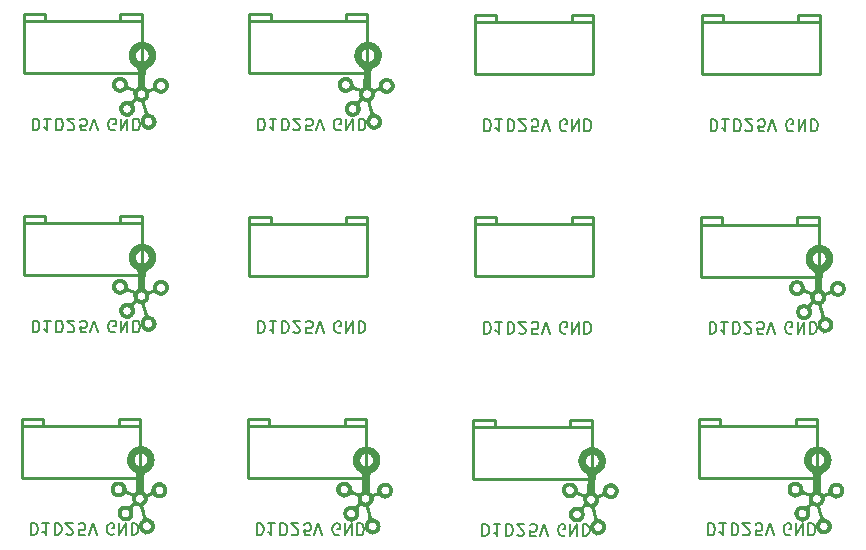
<source format=gbr>
%TF.GenerationSoftware,KiCad,Pcbnew,9.0.2*%
%TF.CreationDate,2025-05-20T13:36:18+01:00*%
%TF.ProjectId,grove_adaptor_panel,67726f76-655f-4616-9461-70746f725f70,rev?*%
%TF.SameCoordinates,Original*%
%TF.FileFunction,Legend,Bot*%
%TF.FilePolarity,Positive*%
%FSLAX46Y46*%
G04 Gerber Fmt 4.6, Leading zero omitted, Abs format (unit mm)*
G04 Created by KiCad (PCBNEW 9.0.2) date 2025-05-20 13:36:18*
%MOMM*%
%LPD*%
G01*
G04 APERTURE LIST*
%ADD10C,0.150000*%
%ADD11C,0.254000*%
%ADD12C,0.127000*%
%ADD13C,0.000000*%
G04 APERTURE END LIST*
D10*
X102085523Y-96862180D02*
X101609333Y-96862180D01*
X101609333Y-96862180D02*
X101561714Y-96385990D01*
X101561714Y-96385990D02*
X101609333Y-96433609D01*
X101609333Y-96433609D02*
X101704571Y-96481228D01*
X101704571Y-96481228D02*
X101942666Y-96481228D01*
X101942666Y-96481228D02*
X102037904Y-96433609D01*
X102037904Y-96433609D02*
X102085523Y-96385990D01*
X102085523Y-96385990D02*
X102133142Y-96290752D01*
X102133142Y-96290752D02*
X102133142Y-96052657D01*
X102133142Y-96052657D02*
X102085523Y-95957419D01*
X102085523Y-95957419D02*
X102037904Y-95909800D01*
X102037904Y-95909800D02*
X101942666Y-95862180D01*
X101942666Y-95862180D02*
X101704571Y-95862180D01*
X101704571Y-95862180D02*
X101609333Y-95909800D01*
X101609333Y-95909800D02*
X101561714Y-95957419D01*
X102418857Y-96862180D02*
X102752190Y-95862180D01*
X102752190Y-95862180D02*
X103085523Y-96862180D01*
X104514095Y-96814561D02*
X104418857Y-96862180D01*
X104418857Y-96862180D02*
X104276000Y-96862180D01*
X104276000Y-96862180D02*
X104133143Y-96814561D01*
X104133143Y-96814561D02*
X104037905Y-96719323D01*
X104037905Y-96719323D02*
X103990286Y-96624085D01*
X103990286Y-96624085D02*
X103942667Y-96433609D01*
X103942667Y-96433609D02*
X103942667Y-96290752D01*
X103942667Y-96290752D02*
X103990286Y-96100276D01*
X103990286Y-96100276D02*
X104037905Y-96005038D01*
X104037905Y-96005038D02*
X104133143Y-95909800D01*
X104133143Y-95909800D02*
X104276000Y-95862180D01*
X104276000Y-95862180D02*
X104371238Y-95862180D01*
X104371238Y-95862180D02*
X104514095Y-95909800D01*
X104514095Y-95909800D02*
X104561714Y-95957419D01*
X104561714Y-95957419D02*
X104561714Y-96290752D01*
X104561714Y-96290752D02*
X104371238Y-96290752D01*
X104990286Y-95862180D02*
X104990286Y-96862180D01*
X104990286Y-96862180D02*
X105561714Y-95862180D01*
X105561714Y-95862180D02*
X105561714Y-96862180D01*
X106037905Y-95862180D02*
X106037905Y-96862180D01*
X106037905Y-96862180D02*
X106276000Y-96862180D01*
X106276000Y-96862180D02*
X106418857Y-96814561D01*
X106418857Y-96814561D02*
X106514095Y-96719323D01*
X106514095Y-96719323D02*
X106561714Y-96624085D01*
X106561714Y-96624085D02*
X106609333Y-96433609D01*
X106609333Y-96433609D02*
X106609333Y-96290752D01*
X106609333Y-96290752D02*
X106561714Y-96100276D01*
X106561714Y-96100276D02*
X106514095Y-96005038D01*
X106514095Y-96005038D02*
X106418857Y-95909800D01*
X106418857Y-95909800D02*
X106276000Y-95862180D01*
X106276000Y-95862180D02*
X106037905Y-95862180D01*
X99537905Y-95862180D02*
X99537905Y-96862180D01*
X99537905Y-96862180D02*
X99776000Y-96862180D01*
X99776000Y-96862180D02*
X99918857Y-96814561D01*
X99918857Y-96814561D02*
X100014095Y-96719323D01*
X100014095Y-96719323D02*
X100061714Y-96624085D01*
X100061714Y-96624085D02*
X100109333Y-96433609D01*
X100109333Y-96433609D02*
X100109333Y-96290752D01*
X100109333Y-96290752D02*
X100061714Y-96100276D01*
X100061714Y-96100276D02*
X100014095Y-96005038D01*
X100014095Y-96005038D02*
X99918857Y-95909800D01*
X99918857Y-95909800D02*
X99776000Y-95862180D01*
X99776000Y-95862180D02*
X99537905Y-95862180D01*
X100490286Y-96766942D02*
X100537905Y-96814561D01*
X100537905Y-96814561D02*
X100633143Y-96862180D01*
X100633143Y-96862180D02*
X100871238Y-96862180D01*
X100871238Y-96862180D02*
X100966476Y-96814561D01*
X100966476Y-96814561D02*
X101014095Y-96766942D01*
X101014095Y-96766942D02*
X101061714Y-96671704D01*
X101061714Y-96671704D02*
X101061714Y-96576466D01*
X101061714Y-96576466D02*
X101014095Y-96433609D01*
X101014095Y-96433609D02*
X100442667Y-95862180D01*
X100442667Y-95862180D02*
X101061714Y-95862180D01*
X97537905Y-95862180D02*
X97537905Y-96862180D01*
X97537905Y-96862180D02*
X97776000Y-96862180D01*
X97776000Y-96862180D02*
X97918857Y-96814561D01*
X97918857Y-96814561D02*
X98014095Y-96719323D01*
X98014095Y-96719323D02*
X98061714Y-96624085D01*
X98061714Y-96624085D02*
X98109333Y-96433609D01*
X98109333Y-96433609D02*
X98109333Y-96290752D01*
X98109333Y-96290752D02*
X98061714Y-96100276D01*
X98061714Y-96100276D02*
X98014095Y-96005038D01*
X98014095Y-96005038D02*
X97918857Y-95909800D01*
X97918857Y-95909800D02*
X97776000Y-95862180D01*
X97776000Y-95862180D02*
X97537905Y-95862180D01*
X99061714Y-95862180D02*
X98490286Y-95862180D01*
X98776000Y-95862180D02*
X98776000Y-96862180D01*
X98776000Y-96862180D02*
X98680762Y-96719323D01*
X98680762Y-96719323D02*
X98585524Y-96624085D01*
X98585524Y-96624085D02*
X98490286Y-96576466D01*
X118641405Y-95862180D02*
X118641405Y-96862180D01*
X118641405Y-96862180D02*
X118879500Y-96862180D01*
X118879500Y-96862180D02*
X119022357Y-96814561D01*
X119022357Y-96814561D02*
X119117595Y-96719323D01*
X119117595Y-96719323D02*
X119165214Y-96624085D01*
X119165214Y-96624085D02*
X119212833Y-96433609D01*
X119212833Y-96433609D02*
X119212833Y-96290752D01*
X119212833Y-96290752D02*
X119165214Y-96100276D01*
X119165214Y-96100276D02*
X119117595Y-96005038D01*
X119117595Y-96005038D02*
X119022357Y-95909800D01*
X119022357Y-95909800D02*
X118879500Y-95862180D01*
X118879500Y-95862180D02*
X118641405Y-95862180D01*
X119593786Y-96766942D02*
X119641405Y-96814561D01*
X119641405Y-96814561D02*
X119736643Y-96862180D01*
X119736643Y-96862180D02*
X119974738Y-96862180D01*
X119974738Y-96862180D02*
X120069976Y-96814561D01*
X120069976Y-96814561D02*
X120117595Y-96766942D01*
X120117595Y-96766942D02*
X120165214Y-96671704D01*
X120165214Y-96671704D02*
X120165214Y-96576466D01*
X120165214Y-96576466D02*
X120117595Y-96433609D01*
X120117595Y-96433609D02*
X119546167Y-95862180D01*
X119546167Y-95862180D02*
X120165214Y-95862180D01*
X156848405Y-113070680D02*
X156848405Y-114070680D01*
X156848405Y-114070680D02*
X157086500Y-114070680D01*
X157086500Y-114070680D02*
X157229357Y-114023061D01*
X157229357Y-114023061D02*
X157324595Y-113927823D01*
X157324595Y-113927823D02*
X157372214Y-113832585D01*
X157372214Y-113832585D02*
X157419833Y-113642109D01*
X157419833Y-113642109D02*
X157419833Y-113499252D01*
X157419833Y-113499252D02*
X157372214Y-113308776D01*
X157372214Y-113308776D02*
X157324595Y-113213538D01*
X157324595Y-113213538D02*
X157229357Y-113118300D01*
X157229357Y-113118300D02*
X157086500Y-113070680D01*
X157086500Y-113070680D02*
X156848405Y-113070680D01*
X157800786Y-113975442D02*
X157848405Y-114023061D01*
X157848405Y-114023061D02*
X157943643Y-114070680D01*
X157943643Y-114070680D02*
X158181738Y-114070680D01*
X158181738Y-114070680D02*
X158276976Y-114023061D01*
X158276976Y-114023061D02*
X158324595Y-113975442D01*
X158324595Y-113975442D02*
X158372214Y-113880204D01*
X158372214Y-113880204D02*
X158372214Y-113784966D01*
X158372214Y-113784966D02*
X158324595Y-113642109D01*
X158324595Y-113642109D02*
X157753167Y-113070680D01*
X157753167Y-113070680D02*
X158372214Y-113070680D01*
X99537905Y-112965680D02*
X99537905Y-113965680D01*
X99537905Y-113965680D02*
X99776000Y-113965680D01*
X99776000Y-113965680D02*
X99918857Y-113918061D01*
X99918857Y-113918061D02*
X100014095Y-113822823D01*
X100014095Y-113822823D02*
X100061714Y-113727585D01*
X100061714Y-113727585D02*
X100109333Y-113537109D01*
X100109333Y-113537109D02*
X100109333Y-113394252D01*
X100109333Y-113394252D02*
X100061714Y-113203776D01*
X100061714Y-113203776D02*
X100014095Y-113108538D01*
X100014095Y-113108538D02*
X99918857Y-113013300D01*
X99918857Y-113013300D02*
X99776000Y-112965680D01*
X99776000Y-112965680D02*
X99537905Y-112965680D01*
X100490286Y-113870442D02*
X100537905Y-113918061D01*
X100537905Y-113918061D02*
X100633143Y-113965680D01*
X100633143Y-113965680D02*
X100871238Y-113965680D01*
X100871238Y-113965680D02*
X100966476Y-113918061D01*
X100966476Y-113918061D02*
X101014095Y-113870442D01*
X101014095Y-113870442D02*
X101061714Y-113775204D01*
X101061714Y-113775204D02*
X101061714Y-113679966D01*
X101061714Y-113679966D02*
X101014095Y-113537109D01*
X101014095Y-113537109D02*
X100442667Y-112965680D01*
X100442667Y-112965680D02*
X101061714Y-112965680D01*
X118514405Y-130132680D02*
X118514405Y-131132680D01*
X118514405Y-131132680D02*
X118752500Y-131132680D01*
X118752500Y-131132680D02*
X118895357Y-131085061D01*
X118895357Y-131085061D02*
X118990595Y-130989823D01*
X118990595Y-130989823D02*
X119038214Y-130894585D01*
X119038214Y-130894585D02*
X119085833Y-130704109D01*
X119085833Y-130704109D02*
X119085833Y-130561252D01*
X119085833Y-130561252D02*
X119038214Y-130370776D01*
X119038214Y-130370776D02*
X118990595Y-130275538D01*
X118990595Y-130275538D02*
X118895357Y-130180300D01*
X118895357Y-130180300D02*
X118752500Y-130132680D01*
X118752500Y-130132680D02*
X118514405Y-130132680D01*
X119466786Y-131037442D02*
X119514405Y-131085061D01*
X119514405Y-131085061D02*
X119609643Y-131132680D01*
X119609643Y-131132680D02*
X119847738Y-131132680D01*
X119847738Y-131132680D02*
X119942976Y-131085061D01*
X119942976Y-131085061D02*
X119990595Y-131037442D01*
X119990595Y-131037442D02*
X120038214Y-130942204D01*
X120038214Y-130942204D02*
X120038214Y-130846966D01*
X120038214Y-130846966D02*
X119990595Y-130704109D01*
X119990595Y-130704109D02*
X119419167Y-130132680D01*
X119419167Y-130132680D02*
X120038214Y-130132680D01*
X137617905Y-130196180D02*
X137617905Y-131196180D01*
X137617905Y-131196180D02*
X137856000Y-131196180D01*
X137856000Y-131196180D02*
X137998857Y-131148561D01*
X137998857Y-131148561D02*
X138094095Y-131053323D01*
X138094095Y-131053323D02*
X138141714Y-130958085D01*
X138141714Y-130958085D02*
X138189333Y-130767609D01*
X138189333Y-130767609D02*
X138189333Y-130624752D01*
X138189333Y-130624752D02*
X138141714Y-130434276D01*
X138141714Y-130434276D02*
X138094095Y-130339038D01*
X138094095Y-130339038D02*
X137998857Y-130243800D01*
X137998857Y-130243800D02*
X137856000Y-130196180D01*
X137856000Y-130196180D02*
X137617905Y-130196180D01*
X138570286Y-131100942D02*
X138617905Y-131148561D01*
X138617905Y-131148561D02*
X138713143Y-131196180D01*
X138713143Y-131196180D02*
X138951238Y-131196180D01*
X138951238Y-131196180D02*
X139046476Y-131148561D01*
X139046476Y-131148561D02*
X139094095Y-131100942D01*
X139094095Y-131100942D02*
X139141714Y-131005704D01*
X139141714Y-131005704D02*
X139141714Y-130910466D01*
X139141714Y-130910466D02*
X139094095Y-130767609D01*
X139094095Y-130767609D02*
X138522667Y-130196180D01*
X138522667Y-130196180D02*
X139141714Y-130196180D01*
X156721405Y-130132680D02*
X156721405Y-131132680D01*
X156721405Y-131132680D02*
X156959500Y-131132680D01*
X156959500Y-131132680D02*
X157102357Y-131085061D01*
X157102357Y-131085061D02*
X157197595Y-130989823D01*
X157197595Y-130989823D02*
X157245214Y-130894585D01*
X157245214Y-130894585D02*
X157292833Y-130704109D01*
X157292833Y-130704109D02*
X157292833Y-130561252D01*
X157292833Y-130561252D02*
X157245214Y-130370776D01*
X157245214Y-130370776D02*
X157197595Y-130275538D01*
X157197595Y-130275538D02*
X157102357Y-130180300D01*
X157102357Y-130180300D02*
X156959500Y-130132680D01*
X156959500Y-130132680D02*
X156721405Y-130132680D01*
X157673786Y-131037442D02*
X157721405Y-131085061D01*
X157721405Y-131085061D02*
X157816643Y-131132680D01*
X157816643Y-131132680D02*
X158054738Y-131132680D01*
X158054738Y-131132680D02*
X158149976Y-131085061D01*
X158149976Y-131085061D02*
X158197595Y-131037442D01*
X158197595Y-131037442D02*
X158245214Y-130942204D01*
X158245214Y-130942204D02*
X158245214Y-130846966D01*
X158245214Y-130846966D02*
X158197595Y-130704109D01*
X158197595Y-130704109D02*
X157626167Y-130132680D01*
X157626167Y-130132680D02*
X158245214Y-130132680D01*
X123617595Y-96814561D02*
X123522357Y-96862180D01*
X123522357Y-96862180D02*
X123379500Y-96862180D01*
X123379500Y-96862180D02*
X123236643Y-96814561D01*
X123236643Y-96814561D02*
X123141405Y-96719323D01*
X123141405Y-96719323D02*
X123093786Y-96624085D01*
X123093786Y-96624085D02*
X123046167Y-96433609D01*
X123046167Y-96433609D02*
X123046167Y-96290752D01*
X123046167Y-96290752D02*
X123093786Y-96100276D01*
X123093786Y-96100276D02*
X123141405Y-96005038D01*
X123141405Y-96005038D02*
X123236643Y-95909800D01*
X123236643Y-95909800D02*
X123379500Y-95862180D01*
X123379500Y-95862180D02*
X123474738Y-95862180D01*
X123474738Y-95862180D02*
X123617595Y-95909800D01*
X123617595Y-95909800D02*
X123665214Y-95957419D01*
X123665214Y-95957419D02*
X123665214Y-96290752D01*
X123665214Y-96290752D02*
X123474738Y-96290752D01*
X124093786Y-95862180D02*
X124093786Y-96862180D01*
X124093786Y-96862180D02*
X124665214Y-95862180D01*
X124665214Y-95862180D02*
X124665214Y-96862180D01*
X125141405Y-95862180D02*
X125141405Y-96862180D01*
X125141405Y-96862180D02*
X125379500Y-96862180D01*
X125379500Y-96862180D02*
X125522357Y-96814561D01*
X125522357Y-96814561D02*
X125617595Y-96719323D01*
X125617595Y-96719323D02*
X125665214Y-96624085D01*
X125665214Y-96624085D02*
X125712833Y-96433609D01*
X125712833Y-96433609D02*
X125712833Y-96290752D01*
X125712833Y-96290752D02*
X125665214Y-96100276D01*
X125665214Y-96100276D02*
X125617595Y-96005038D01*
X125617595Y-96005038D02*
X125522357Y-95909800D01*
X125522357Y-95909800D02*
X125379500Y-95862180D01*
X125379500Y-95862180D02*
X125141405Y-95862180D01*
X161824595Y-114023061D02*
X161729357Y-114070680D01*
X161729357Y-114070680D02*
X161586500Y-114070680D01*
X161586500Y-114070680D02*
X161443643Y-114023061D01*
X161443643Y-114023061D02*
X161348405Y-113927823D01*
X161348405Y-113927823D02*
X161300786Y-113832585D01*
X161300786Y-113832585D02*
X161253167Y-113642109D01*
X161253167Y-113642109D02*
X161253167Y-113499252D01*
X161253167Y-113499252D02*
X161300786Y-113308776D01*
X161300786Y-113308776D02*
X161348405Y-113213538D01*
X161348405Y-113213538D02*
X161443643Y-113118300D01*
X161443643Y-113118300D02*
X161586500Y-113070680D01*
X161586500Y-113070680D02*
X161681738Y-113070680D01*
X161681738Y-113070680D02*
X161824595Y-113118300D01*
X161824595Y-113118300D02*
X161872214Y-113165919D01*
X161872214Y-113165919D02*
X161872214Y-113499252D01*
X161872214Y-113499252D02*
X161681738Y-113499252D01*
X162300786Y-113070680D02*
X162300786Y-114070680D01*
X162300786Y-114070680D02*
X162872214Y-113070680D01*
X162872214Y-113070680D02*
X162872214Y-114070680D01*
X163348405Y-113070680D02*
X163348405Y-114070680D01*
X163348405Y-114070680D02*
X163586500Y-114070680D01*
X163586500Y-114070680D02*
X163729357Y-114023061D01*
X163729357Y-114023061D02*
X163824595Y-113927823D01*
X163824595Y-113927823D02*
X163872214Y-113832585D01*
X163872214Y-113832585D02*
X163919833Y-113642109D01*
X163919833Y-113642109D02*
X163919833Y-113499252D01*
X163919833Y-113499252D02*
X163872214Y-113308776D01*
X163872214Y-113308776D02*
X163824595Y-113213538D01*
X163824595Y-113213538D02*
X163729357Y-113118300D01*
X163729357Y-113118300D02*
X163586500Y-113070680D01*
X163586500Y-113070680D02*
X163348405Y-113070680D01*
X104514095Y-113918061D02*
X104418857Y-113965680D01*
X104418857Y-113965680D02*
X104276000Y-113965680D01*
X104276000Y-113965680D02*
X104133143Y-113918061D01*
X104133143Y-113918061D02*
X104037905Y-113822823D01*
X104037905Y-113822823D02*
X103990286Y-113727585D01*
X103990286Y-113727585D02*
X103942667Y-113537109D01*
X103942667Y-113537109D02*
X103942667Y-113394252D01*
X103942667Y-113394252D02*
X103990286Y-113203776D01*
X103990286Y-113203776D02*
X104037905Y-113108538D01*
X104037905Y-113108538D02*
X104133143Y-113013300D01*
X104133143Y-113013300D02*
X104276000Y-112965680D01*
X104276000Y-112965680D02*
X104371238Y-112965680D01*
X104371238Y-112965680D02*
X104514095Y-113013300D01*
X104514095Y-113013300D02*
X104561714Y-113060919D01*
X104561714Y-113060919D02*
X104561714Y-113394252D01*
X104561714Y-113394252D02*
X104371238Y-113394252D01*
X104990286Y-112965680D02*
X104990286Y-113965680D01*
X104990286Y-113965680D02*
X105561714Y-112965680D01*
X105561714Y-112965680D02*
X105561714Y-113965680D01*
X106037905Y-112965680D02*
X106037905Y-113965680D01*
X106037905Y-113965680D02*
X106276000Y-113965680D01*
X106276000Y-113965680D02*
X106418857Y-113918061D01*
X106418857Y-113918061D02*
X106514095Y-113822823D01*
X106514095Y-113822823D02*
X106561714Y-113727585D01*
X106561714Y-113727585D02*
X106609333Y-113537109D01*
X106609333Y-113537109D02*
X106609333Y-113394252D01*
X106609333Y-113394252D02*
X106561714Y-113203776D01*
X106561714Y-113203776D02*
X106514095Y-113108538D01*
X106514095Y-113108538D02*
X106418857Y-113013300D01*
X106418857Y-113013300D02*
X106276000Y-112965680D01*
X106276000Y-112965680D02*
X106037905Y-112965680D01*
X123490595Y-131085061D02*
X123395357Y-131132680D01*
X123395357Y-131132680D02*
X123252500Y-131132680D01*
X123252500Y-131132680D02*
X123109643Y-131085061D01*
X123109643Y-131085061D02*
X123014405Y-130989823D01*
X123014405Y-130989823D02*
X122966786Y-130894585D01*
X122966786Y-130894585D02*
X122919167Y-130704109D01*
X122919167Y-130704109D02*
X122919167Y-130561252D01*
X122919167Y-130561252D02*
X122966786Y-130370776D01*
X122966786Y-130370776D02*
X123014405Y-130275538D01*
X123014405Y-130275538D02*
X123109643Y-130180300D01*
X123109643Y-130180300D02*
X123252500Y-130132680D01*
X123252500Y-130132680D02*
X123347738Y-130132680D01*
X123347738Y-130132680D02*
X123490595Y-130180300D01*
X123490595Y-130180300D02*
X123538214Y-130227919D01*
X123538214Y-130227919D02*
X123538214Y-130561252D01*
X123538214Y-130561252D02*
X123347738Y-130561252D01*
X123966786Y-130132680D02*
X123966786Y-131132680D01*
X123966786Y-131132680D02*
X124538214Y-130132680D01*
X124538214Y-130132680D02*
X124538214Y-131132680D01*
X125014405Y-130132680D02*
X125014405Y-131132680D01*
X125014405Y-131132680D02*
X125252500Y-131132680D01*
X125252500Y-131132680D02*
X125395357Y-131085061D01*
X125395357Y-131085061D02*
X125490595Y-130989823D01*
X125490595Y-130989823D02*
X125538214Y-130894585D01*
X125538214Y-130894585D02*
X125585833Y-130704109D01*
X125585833Y-130704109D02*
X125585833Y-130561252D01*
X125585833Y-130561252D02*
X125538214Y-130370776D01*
X125538214Y-130370776D02*
X125490595Y-130275538D01*
X125490595Y-130275538D02*
X125395357Y-130180300D01*
X125395357Y-130180300D02*
X125252500Y-130132680D01*
X125252500Y-130132680D02*
X125014405Y-130132680D01*
X142594095Y-131148561D02*
X142498857Y-131196180D01*
X142498857Y-131196180D02*
X142356000Y-131196180D01*
X142356000Y-131196180D02*
X142213143Y-131148561D01*
X142213143Y-131148561D02*
X142117905Y-131053323D01*
X142117905Y-131053323D02*
X142070286Y-130958085D01*
X142070286Y-130958085D02*
X142022667Y-130767609D01*
X142022667Y-130767609D02*
X142022667Y-130624752D01*
X142022667Y-130624752D02*
X142070286Y-130434276D01*
X142070286Y-130434276D02*
X142117905Y-130339038D01*
X142117905Y-130339038D02*
X142213143Y-130243800D01*
X142213143Y-130243800D02*
X142356000Y-130196180D01*
X142356000Y-130196180D02*
X142451238Y-130196180D01*
X142451238Y-130196180D02*
X142594095Y-130243800D01*
X142594095Y-130243800D02*
X142641714Y-130291419D01*
X142641714Y-130291419D02*
X142641714Y-130624752D01*
X142641714Y-130624752D02*
X142451238Y-130624752D01*
X143070286Y-130196180D02*
X143070286Y-131196180D01*
X143070286Y-131196180D02*
X143641714Y-130196180D01*
X143641714Y-130196180D02*
X143641714Y-131196180D01*
X144117905Y-130196180D02*
X144117905Y-131196180D01*
X144117905Y-131196180D02*
X144356000Y-131196180D01*
X144356000Y-131196180D02*
X144498857Y-131148561D01*
X144498857Y-131148561D02*
X144594095Y-131053323D01*
X144594095Y-131053323D02*
X144641714Y-130958085D01*
X144641714Y-130958085D02*
X144689333Y-130767609D01*
X144689333Y-130767609D02*
X144689333Y-130624752D01*
X144689333Y-130624752D02*
X144641714Y-130434276D01*
X144641714Y-130434276D02*
X144594095Y-130339038D01*
X144594095Y-130339038D02*
X144498857Y-130243800D01*
X144498857Y-130243800D02*
X144356000Y-130196180D01*
X144356000Y-130196180D02*
X144117905Y-130196180D01*
X161697595Y-131085061D02*
X161602357Y-131132680D01*
X161602357Y-131132680D02*
X161459500Y-131132680D01*
X161459500Y-131132680D02*
X161316643Y-131085061D01*
X161316643Y-131085061D02*
X161221405Y-130989823D01*
X161221405Y-130989823D02*
X161173786Y-130894585D01*
X161173786Y-130894585D02*
X161126167Y-130704109D01*
X161126167Y-130704109D02*
X161126167Y-130561252D01*
X161126167Y-130561252D02*
X161173786Y-130370776D01*
X161173786Y-130370776D02*
X161221405Y-130275538D01*
X161221405Y-130275538D02*
X161316643Y-130180300D01*
X161316643Y-130180300D02*
X161459500Y-130132680D01*
X161459500Y-130132680D02*
X161554738Y-130132680D01*
X161554738Y-130132680D02*
X161697595Y-130180300D01*
X161697595Y-130180300D02*
X161745214Y-130227919D01*
X161745214Y-130227919D02*
X161745214Y-130561252D01*
X161745214Y-130561252D02*
X161554738Y-130561252D01*
X162173786Y-130132680D02*
X162173786Y-131132680D01*
X162173786Y-131132680D02*
X162745214Y-130132680D01*
X162745214Y-130132680D02*
X162745214Y-131132680D01*
X163221405Y-130132680D02*
X163221405Y-131132680D01*
X163221405Y-131132680D02*
X163459500Y-131132680D01*
X163459500Y-131132680D02*
X163602357Y-131085061D01*
X163602357Y-131085061D02*
X163697595Y-130989823D01*
X163697595Y-130989823D02*
X163745214Y-130894585D01*
X163745214Y-130894585D02*
X163792833Y-130704109D01*
X163792833Y-130704109D02*
X163792833Y-130561252D01*
X163792833Y-130561252D02*
X163745214Y-130370776D01*
X163745214Y-130370776D02*
X163697595Y-130275538D01*
X163697595Y-130275538D02*
X163602357Y-130180300D01*
X163602357Y-130180300D02*
X163459500Y-130132680D01*
X163459500Y-130132680D02*
X163221405Y-130132680D01*
X121189023Y-96862180D02*
X120712833Y-96862180D01*
X120712833Y-96862180D02*
X120665214Y-96385990D01*
X120665214Y-96385990D02*
X120712833Y-96433609D01*
X120712833Y-96433609D02*
X120808071Y-96481228D01*
X120808071Y-96481228D02*
X121046166Y-96481228D01*
X121046166Y-96481228D02*
X121141404Y-96433609D01*
X121141404Y-96433609D02*
X121189023Y-96385990D01*
X121189023Y-96385990D02*
X121236642Y-96290752D01*
X121236642Y-96290752D02*
X121236642Y-96052657D01*
X121236642Y-96052657D02*
X121189023Y-95957419D01*
X121189023Y-95957419D02*
X121141404Y-95909800D01*
X121141404Y-95909800D02*
X121046166Y-95862180D01*
X121046166Y-95862180D02*
X120808071Y-95862180D01*
X120808071Y-95862180D02*
X120712833Y-95909800D01*
X120712833Y-95909800D02*
X120665214Y-95957419D01*
X121522357Y-96862180D02*
X121855690Y-95862180D01*
X121855690Y-95862180D02*
X122189023Y-96862180D01*
X159396023Y-114070680D02*
X158919833Y-114070680D01*
X158919833Y-114070680D02*
X158872214Y-113594490D01*
X158872214Y-113594490D02*
X158919833Y-113642109D01*
X158919833Y-113642109D02*
X159015071Y-113689728D01*
X159015071Y-113689728D02*
X159253166Y-113689728D01*
X159253166Y-113689728D02*
X159348404Y-113642109D01*
X159348404Y-113642109D02*
X159396023Y-113594490D01*
X159396023Y-113594490D02*
X159443642Y-113499252D01*
X159443642Y-113499252D02*
X159443642Y-113261157D01*
X159443642Y-113261157D02*
X159396023Y-113165919D01*
X159396023Y-113165919D02*
X159348404Y-113118300D01*
X159348404Y-113118300D02*
X159253166Y-113070680D01*
X159253166Y-113070680D02*
X159015071Y-113070680D01*
X159015071Y-113070680D02*
X158919833Y-113118300D01*
X158919833Y-113118300D02*
X158872214Y-113165919D01*
X159729357Y-114070680D02*
X160062690Y-113070680D01*
X160062690Y-113070680D02*
X160396023Y-114070680D01*
X102085523Y-113965680D02*
X101609333Y-113965680D01*
X101609333Y-113965680D02*
X101561714Y-113489490D01*
X101561714Y-113489490D02*
X101609333Y-113537109D01*
X101609333Y-113537109D02*
X101704571Y-113584728D01*
X101704571Y-113584728D02*
X101942666Y-113584728D01*
X101942666Y-113584728D02*
X102037904Y-113537109D01*
X102037904Y-113537109D02*
X102085523Y-113489490D01*
X102085523Y-113489490D02*
X102133142Y-113394252D01*
X102133142Y-113394252D02*
X102133142Y-113156157D01*
X102133142Y-113156157D02*
X102085523Y-113060919D01*
X102085523Y-113060919D02*
X102037904Y-113013300D01*
X102037904Y-113013300D02*
X101942666Y-112965680D01*
X101942666Y-112965680D02*
X101704571Y-112965680D01*
X101704571Y-112965680D02*
X101609333Y-113013300D01*
X101609333Y-113013300D02*
X101561714Y-113060919D01*
X102418857Y-113965680D02*
X102752190Y-112965680D01*
X102752190Y-112965680D02*
X103085523Y-113965680D01*
X121062023Y-131132680D02*
X120585833Y-131132680D01*
X120585833Y-131132680D02*
X120538214Y-130656490D01*
X120538214Y-130656490D02*
X120585833Y-130704109D01*
X120585833Y-130704109D02*
X120681071Y-130751728D01*
X120681071Y-130751728D02*
X120919166Y-130751728D01*
X120919166Y-130751728D02*
X121014404Y-130704109D01*
X121014404Y-130704109D02*
X121062023Y-130656490D01*
X121062023Y-130656490D02*
X121109642Y-130561252D01*
X121109642Y-130561252D02*
X121109642Y-130323157D01*
X121109642Y-130323157D02*
X121062023Y-130227919D01*
X121062023Y-130227919D02*
X121014404Y-130180300D01*
X121014404Y-130180300D02*
X120919166Y-130132680D01*
X120919166Y-130132680D02*
X120681071Y-130132680D01*
X120681071Y-130132680D02*
X120585833Y-130180300D01*
X120585833Y-130180300D02*
X120538214Y-130227919D01*
X121395357Y-131132680D02*
X121728690Y-130132680D01*
X121728690Y-130132680D02*
X122062023Y-131132680D01*
X140165523Y-131196180D02*
X139689333Y-131196180D01*
X139689333Y-131196180D02*
X139641714Y-130719990D01*
X139641714Y-130719990D02*
X139689333Y-130767609D01*
X139689333Y-130767609D02*
X139784571Y-130815228D01*
X139784571Y-130815228D02*
X140022666Y-130815228D01*
X140022666Y-130815228D02*
X140117904Y-130767609D01*
X140117904Y-130767609D02*
X140165523Y-130719990D01*
X140165523Y-130719990D02*
X140213142Y-130624752D01*
X140213142Y-130624752D02*
X140213142Y-130386657D01*
X140213142Y-130386657D02*
X140165523Y-130291419D01*
X140165523Y-130291419D02*
X140117904Y-130243800D01*
X140117904Y-130243800D02*
X140022666Y-130196180D01*
X140022666Y-130196180D02*
X139784571Y-130196180D01*
X139784571Y-130196180D02*
X139689333Y-130243800D01*
X139689333Y-130243800D02*
X139641714Y-130291419D01*
X140498857Y-131196180D02*
X140832190Y-130196180D01*
X140832190Y-130196180D02*
X141165523Y-131196180D01*
X159269023Y-131132680D02*
X158792833Y-131132680D01*
X158792833Y-131132680D02*
X158745214Y-130656490D01*
X158745214Y-130656490D02*
X158792833Y-130704109D01*
X158792833Y-130704109D02*
X158888071Y-130751728D01*
X158888071Y-130751728D02*
X159126166Y-130751728D01*
X159126166Y-130751728D02*
X159221404Y-130704109D01*
X159221404Y-130704109D02*
X159269023Y-130656490D01*
X159269023Y-130656490D02*
X159316642Y-130561252D01*
X159316642Y-130561252D02*
X159316642Y-130323157D01*
X159316642Y-130323157D02*
X159269023Y-130227919D01*
X159269023Y-130227919D02*
X159221404Y-130180300D01*
X159221404Y-130180300D02*
X159126166Y-130132680D01*
X159126166Y-130132680D02*
X158888071Y-130132680D01*
X158888071Y-130132680D02*
X158792833Y-130180300D01*
X158792833Y-130180300D02*
X158745214Y-130227919D01*
X159602357Y-131132680D02*
X159935690Y-130132680D01*
X159935690Y-130132680D02*
X160269023Y-131132680D01*
X116641405Y-95862180D02*
X116641405Y-96862180D01*
X116641405Y-96862180D02*
X116879500Y-96862180D01*
X116879500Y-96862180D02*
X117022357Y-96814561D01*
X117022357Y-96814561D02*
X117117595Y-96719323D01*
X117117595Y-96719323D02*
X117165214Y-96624085D01*
X117165214Y-96624085D02*
X117212833Y-96433609D01*
X117212833Y-96433609D02*
X117212833Y-96290752D01*
X117212833Y-96290752D02*
X117165214Y-96100276D01*
X117165214Y-96100276D02*
X117117595Y-96005038D01*
X117117595Y-96005038D02*
X117022357Y-95909800D01*
X117022357Y-95909800D02*
X116879500Y-95862180D01*
X116879500Y-95862180D02*
X116641405Y-95862180D01*
X118165214Y-95862180D02*
X117593786Y-95862180D01*
X117879500Y-95862180D02*
X117879500Y-96862180D01*
X117879500Y-96862180D02*
X117784262Y-96719323D01*
X117784262Y-96719323D02*
X117689024Y-96624085D01*
X117689024Y-96624085D02*
X117593786Y-96576466D01*
X154848405Y-113070680D02*
X154848405Y-114070680D01*
X154848405Y-114070680D02*
X155086500Y-114070680D01*
X155086500Y-114070680D02*
X155229357Y-114023061D01*
X155229357Y-114023061D02*
X155324595Y-113927823D01*
X155324595Y-113927823D02*
X155372214Y-113832585D01*
X155372214Y-113832585D02*
X155419833Y-113642109D01*
X155419833Y-113642109D02*
X155419833Y-113499252D01*
X155419833Y-113499252D02*
X155372214Y-113308776D01*
X155372214Y-113308776D02*
X155324595Y-113213538D01*
X155324595Y-113213538D02*
X155229357Y-113118300D01*
X155229357Y-113118300D02*
X155086500Y-113070680D01*
X155086500Y-113070680D02*
X154848405Y-113070680D01*
X156372214Y-113070680D02*
X155800786Y-113070680D01*
X156086500Y-113070680D02*
X156086500Y-114070680D01*
X156086500Y-114070680D02*
X155991262Y-113927823D01*
X155991262Y-113927823D02*
X155896024Y-113832585D01*
X155896024Y-113832585D02*
X155800786Y-113784966D01*
X97537905Y-112965680D02*
X97537905Y-113965680D01*
X97537905Y-113965680D02*
X97776000Y-113965680D01*
X97776000Y-113965680D02*
X97918857Y-113918061D01*
X97918857Y-113918061D02*
X98014095Y-113822823D01*
X98014095Y-113822823D02*
X98061714Y-113727585D01*
X98061714Y-113727585D02*
X98109333Y-113537109D01*
X98109333Y-113537109D02*
X98109333Y-113394252D01*
X98109333Y-113394252D02*
X98061714Y-113203776D01*
X98061714Y-113203776D02*
X98014095Y-113108538D01*
X98014095Y-113108538D02*
X97918857Y-113013300D01*
X97918857Y-113013300D02*
X97776000Y-112965680D01*
X97776000Y-112965680D02*
X97537905Y-112965680D01*
X99061714Y-112965680D02*
X98490286Y-112965680D01*
X98776000Y-112965680D02*
X98776000Y-113965680D01*
X98776000Y-113965680D02*
X98680762Y-113822823D01*
X98680762Y-113822823D02*
X98585524Y-113727585D01*
X98585524Y-113727585D02*
X98490286Y-113679966D01*
X116514405Y-130132680D02*
X116514405Y-131132680D01*
X116514405Y-131132680D02*
X116752500Y-131132680D01*
X116752500Y-131132680D02*
X116895357Y-131085061D01*
X116895357Y-131085061D02*
X116990595Y-130989823D01*
X116990595Y-130989823D02*
X117038214Y-130894585D01*
X117038214Y-130894585D02*
X117085833Y-130704109D01*
X117085833Y-130704109D02*
X117085833Y-130561252D01*
X117085833Y-130561252D02*
X117038214Y-130370776D01*
X117038214Y-130370776D02*
X116990595Y-130275538D01*
X116990595Y-130275538D02*
X116895357Y-130180300D01*
X116895357Y-130180300D02*
X116752500Y-130132680D01*
X116752500Y-130132680D02*
X116514405Y-130132680D01*
X118038214Y-130132680D02*
X117466786Y-130132680D01*
X117752500Y-130132680D02*
X117752500Y-131132680D01*
X117752500Y-131132680D02*
X117657262Y-130989823D01*
X117657262Y-130989823D02*
X117562024Y-130894585D01*
X117562024Y-130894585D02*
X117466786Y-130846966D01*
X135617905Y-130196180D02*
X135617905Y-131196180D01*
X135617905Y-131196180D02*
X135856000Y-131196180D01*
X135856000Y-131196180D02*
X135998857Y-131148561D01*
X135998857Y-131148561D02*
X136094095Y-131053323D01*
X136094095Y-131053323D02*
X136141714Y-130958085D01*
X136141714Y-130958085D02*
X136189333Y-130767609D01*
X136189333Y-130767609D02*
X136189333Y-130624752D01*
X136189333Y-130624752D02*
X136141714Y-130434276D01*
X136141714Y-130434276D02*
X136094095Y-130339038D01*
X136094095Y-130339038D02*
X135998857Y-130243800D01*
X135998857Y-130243800D02*
X135856000Y-130196180D01*
X135856000Y-130196180D02*
X135617905Y-130196180D01*
X137141714Y-130196180D02*
X136570286Y-130196180D01*
X136856000Y-130196180D02*
X136856000Y-131196180D01*
X136856000Y-131196180D02*
X136760762Y-131053323D01*
X136760762Y-131053323D02*
X136665524Y-130958085D01*
X136665524Y-130958085D02*
X136570286Y-130910466D01*
X154721405Y-130132680D02*
X154721405Y-131132680D01*
X154721405Y-131132680D02*
X154959500Y-131132680D01*
X154959500Y-131132680D02*
X155102357Y-131085061D01*
X155102357Y-131085061D02*
X155197595Y-130989823D01*
X155197595Y-130989823D02*
X155245214Y-130894585D01*
X155245214Y-130894585D02*
X155292833Y-130704109D01*
X155292833Y-130704109D02*
X155292833Y-130561252D01*
X155292833Y-130561252D02*
X155245214Y-130370776D01*
X155245214Y-130370776D02*
X155197595Y-130275538D01*
X155197595Y-130275538D02*
X155102357Y-130180300D01*
X155102357Y-130180300D02*
X154959500Y-130132680D01*
X154959500Y-130132680D02*
X154721405Y-130132680D01*
X156245214Y-130132680D02*
X155673786Y-130132680D01*
X155959500Y-130132680D02*
X155959500Y-131132680D01*
X155959500Y-131132680D02*
X155864262Y-130989823D01*
X155864262Y-130989823D02*
X155769024Y-130894585D01*
X155769024Y-130894585D02*
X155673786Y-130846966D01*
X101958523Y-131110680D02*
X101482333Y-131110680D01*
X101482333Y-131110680D02*
X101434714Y-130634490D01*
X101434714Y-130634490D02*
X101482333Y-130682109D01*
X101482333Y-130682109D02*
X101577571Y-130729728D01*
X101577571Y-130729728D02*
X101815666Y-130729728D01*
X101815666Y-130729728D02*
X101910904Y-130682109D01*
X101910904Y-130682109D02*
X101958523Y-130634490D01*
X101958523Y-130634490D02*
X102006142Y-130539252D01*
X102006142Y-130539252D02*
X102006142Y-130301157D01*
X102006142Y-130301157D02*
X101958523Y-130205919D01*
X101958523Y-130205919D02*
X101910904Y-130158300D01*
X101910904Y-130158300D02*
X101815666Y-130110680D01*
X101815666Y-130110680D02*
X101577571Y-130110680D01*
X101577571Y-130110680D02*
X101482333Y-130158300D01*
X101482333Y-130158300D02*
X101434714Y-130205919D01*
X102291857Y-131110680D02*
X102625190Y-130110680D01*
X102625190Y-130110680D02*
X102958523Y-131110680D01*
X97410905Y-130110680D02*
X97410905Y-131110680D01*
X97410905Y-131110680D02*
X97649000Y-131110680D01*
X97649000Y-131110680D02*
X97791857Y-131063061D01*
X97791857Y-131063061D02*
X97887095Y-130967823D01*
X97887095Y-130967823D02*
X97934714Y-130872585D01*
X97934714Y-130872585D02*
X97982333Y-130682109D01*
X97982333Y-130682109D02*
X97982333Y-130539252D01*
X97982333Y-130539252D02*
X97934714Y-130348776D01*
X97934714Y-130348776D02*
X97887095Y-130253538D01*
X97887095Y-130253538D02*
X97791857Y-130158300D01*
X97791857Y-130158300D02*
X97649000Y-130110680D01*
X97649000Y-130110680D02*
X97410905Y-130110680D01*
X98934714Y-130110680D02*
X98363286Y-130110680D01*
X98649000Y-130110680D02*
X98649000Y-131110680D01*
X98649000Y-131110680D02*
X98553762Y-130967823D01*
X98553762Y-130967823D02*
X98458524Y-130872585D01*
X98458524Y-130872585D02*
X98363286Y-130824966D01*
X104387095Y-131063061D02*
X104291857Y-131110680D01*
X104291857Y-131110680D02*
X104149000Y-131110680D01*
X104149000Y-131110680D02*
X104006143Y-131063061D01*
X104006143Y-131063061D02*
X103910905Y-130967823D01*
X103910905Y-130967823D02*
X103863286Y-130872585D01*
X103863286Y-130872585D02*
X103815667Y-130682109D01*
X103815667Y-130682109D02*
X103815667Y-130539252D01*
X103815667Y-130539252D02*
X103863286Y-130348776D01*
X103863286Y-130348776D02*
X103910905Y-130253538D01*
X103910905Y-130253538D02*
X104006143Y-130158300D01*
X104006143Y-130158300D02*
X104149000Y-130110680D01*
X104149000Y-130110680D02*
X104244238Y-130110680D01*
X104244238Y-130110680D02*
X104387095Y-130158300D01*
X104387095Y-130158300D02*
X104434714Y-130205919D01*
X104434714Y-130205919D02*
X104434714Y-130539252D01*
X104434714Y-130539252D02*
X104244238Y-130539252D01*
X104863286Y-130110680D02*
X104863286Y-131110680D01*
X104863286Y-131110680D02*
X105434714Y-130110680D01*
X105434714Y-130110680D02*
X105434714Y-131110680D01*
X105910905Y-130110680D02*
X105910905Y-131110680D01*
X105910905Y-131110680D02*
X106149000Y-131110680D01*
X106149000Y-131110680D02*
X106291857Y-131063061D01*
X106291857Y-131063061D02*
X106387095Y-130967823D01*
X106387095Y-130967823D02*
X106434714Y-130872585D01*
X106434714Y-130872585D02*
X106482333Y-130682109D01*
X106482333Y-130682109D02*
X106482333Y-130539252D01*
X106482333Y-130539252D02*
X106434714Y-130348776D01*
X106434714Y-130348776D02*
X106387095Y-130253538D01*
X106387095Y-130253538D02*
X106291857Y-130158300D01*
X106291857Y-130158300D02*
X106149000Y-130110680D01*
X106149000Y-130110680D02*
X105910905Y-130110680D01*
X99410905Y-130110680D02*
X99410905Y-131110680D01*
X99410905Y-131110680D02*
X99649000Y-131110680D01*
X99649000Y-131110680D02*
X99791857Y-131063061D01*
X99791857Y-131063061D02*
X99887095Y-130967823D01*
X99887095Y-130967823D02*
X99934714Y-130872585D01*
X99934714Y-130872585D02*
X99982333Y-130682109D01*
X99982333Y-130682109D02*
X99982333Y-130539252D01*
X99982333Y-130539252D02*
X99934714Y-130348776D01*
X99934714Y-130348776D02*
X99887095Y-130253538D01*
X99887095Y-130253538D02*
X99791857Y-130158300D01*
X99791857Y-130158300D02*
X99649000Y-130110680D01*
X99649000Y-130110680D02*
X99410905Y-130110680D01*
X100363286Y-131015442D02*
X100410905Y-131063061D01*
X100410905Y-131063061D02*
X100506143Y-131110680D01*
X100506143Y-131110680D02*
X100744238Y-131110680D01*
X100744238Y-131110680D02*
X100839476Y-131063061D01*
X100839476Y-131063061D02*
X100887095Y-131015442D01*
X100887095Y-131015442D02*
X100934714Y-130920204D01*
X100934714Y-130920204D02*
X100934714Y-130824966D01*
X100934714Y-130824966D02*
X100887095Y-130682109D01*
X100887095Y-130682109D02*
X100315667Y-130110680D01*
X100315667Y-130110680D02*
X100934714Y-130110680D01*
X137754905Y-113067180D02*
X137754905Y-114067180D01*
X137754905Y-114067180D02*
X137993000Y-114067180D01*
X137993000Y-114067180D02*
X138135857Y-114019561D01*
X138135857Y-114019561D02*
X138231095Y-113924323D01*
X138231095Y-113924323D02*
X138278714Y-113829085D01*
X138278714Y-113829085D02*
X138326333Y-113638609D01*
X138326333Y-113638609D02*
X138326333Y-113495752D01*
X138326333Y-113495752D02*
X138278714Y-113305276D01*
X138278714Y-113305276D02*
X138231095Y-113210038D01*
X138231095Y-113210038D02*
X138135857Y-113114800D01*
X138135857Y-113114800D02*
X137993000Y-113067180D01*
X137993000Y-113067180D02*
X137754905Y-113067180D01*
X138707286Y-113971942D02*
X138754905Y-114019561D01*
X138754905Y-114019561D02*
X138850143Y-114067180D01*
X138850143Y-114067180D02*
X139088238Y-114067180D01*
X139088238Y-114067180D02*
X139183476Y-114019561D01*
X139183476Y-114019561D02*
X139231095Y-113971942D01*
X139231095Y-113971942D02*
X139278714Y-113876704D01*
X139278714Y-113876704D02*
X139278714Y-113781466D01*
X139278714Y-113781466D02*
X139231095Y-113638609D01*
X139231095Y-113638609D02*
X138659667Y-113067180D01*
X138659667Y-113067180D02*
X139278714Y-113067180D01*
X142731095Y-114019561D02*
X142635857Y-114067180D01*
X142635857Y-114067180D02*
X142493000Y-114067180D01*
X142493000Y-114067180D02*
X142350143Y-114019561D01*
X142350143Y-114019561D02*
X142254905Y-113924323D01*
X142254905Y-113924323D02*
X142207286Y-113829085D01*
X142207286Y-113829085D02*
X142159667Y-113638609D01*
X142159667Y-113638609D02*
X142159667Y-113495752D01*
X142159667Y-113495752D02*
X142207286Y-113305276D01*
X142207286Y-113305276D02*
X142254905Y-113210038D01*
X142254905Y-113210038D02*
X142350143Y-113114800D01*
X142350143Y-113114800D02*
X142493000Y-113067180D01*
X142493000Y-113067180D02*
X142588238Y-113067180D01*
X142588238Y-113067180D02*
X142731095Y-113114800D01*
X142731095Y-113114800D02*
X142778714Y-113162419D01*
X142778714Y-113162419D02*
X142778714Y-113495752D01*
X142778714Y-113495752D02*
X142588238Y-113495752D01*
X143207286Y-113067180D02*
X143207286Y-114067180D01*
X143207286Y-114067180D02*
X143778714Y-113067180D01*
X143778714Y-113067180D02*
X143778714Y-114067180D01*
X144254905Y-113067180D02*
X144254905Y-114067180D01*
X144254905Y-114067180D02*
X144493000Y-114067180D01*
X144493000Y-114067180D02*
X144635857Y-114019561D01*
X144635857Y-114019561D02*
X144731095Y-113924323D01*
X144731095Y-113924323D02*
X144778714Y-113829085D01*
X144778714Y-113829085D02*
X144826333Y-113638609D01*
X144826333Y-113638609D02*
X144826333Y-113495752D01*
X144826333Y-113495752D02*
X144778714Y-113305276D01*
X144778714Y-113305276D02*
X144731095Y-113210038D01*
X144731095Y-113210038D02*
X144635857Y-113114800D01*
X144635857Y-113114800D02*
X144493000Y-113067180D01*
X144493000Y-113067180D02*
X144254905Y-113067180D01*
X140302523Y-114067180D02*
X139826333Y-114067180D01*
X139826333Y-114067180D02*
X139778714Y-113590990D01*
X139778714Y-113590990D02*
X139826333Y-113638609D01*
X139826333Y-113638609D02*
X139921571Y-113686228D01*
X139921571Y-113686228D02*
X140159666Y-113686228D01*
X140159666Y-113686228D02*
X140254904Y-113638609D01*
X140254904Y-113638609D02*
X140302523Y-113590990D01*
X140302523Y-113590990D02*
X140350142Y-113495752D01*
X140350142Y-113495752D02*
X140350142Y-113257657D01*
X140350142Y-113257657D02*
X140302523Y-113162419D01*
X140302523Y-113162419D02*
X140254904Y-113114800D01*
X140254904Y-113114800D02*
X140159666Y-113067180D01*
X140159666Y-113067180D02*
X139921571Y-113067180D01*
X139921571Y-113067180D02*
X139826333Y-113114800D01*
X139826333Y-113114800D02*
X139778714Y-113162419D01*
X140635857Y-114067180D02*
X140969190Y-113067180D01*
X140969190Y-113067180D02*
X141302523Y-114067180D01*
X135754905Y-113067180D02*
X135754905Y-114067180D01*
X135754905Y-114067180D02*
X135993000Y-114067180D01*
X135993000Y-114067180D02*
X136135857Y-114019561D01*
X136135857Y-114019561D02*
X136231095Y-113924323D01*
X136231095Y-113924323D02*
X136278714Y-113829085D01*
X136278714Y-113829085D02*
X136326333Y-113638609D01*
X136326333Y-113638609D02*
X136326333Y-113495752D01*
X136326333Y-113495752D02*
X136278714Y-113305276D01*
X136278714Y-113305276D02*
X136231095Y-113210038D01*
X136231095Y-113210038D02*
X136135857Y-113114800D01*
X136135857Y-113114800D02*
X135993000Y-113067180D01*
X135993000Y-113067180D02*
X135754905Y-113067180D01*
X137278714Y-113067180D02*
X136707286Y-113067180D01*
X136993000Y-113067180D02*
X136993000Y-114067180D01*
X136993000Y-114067180D02*
X136897762Y-113924323D01*
X136897762Y-113924323D02*
X136802524Y-113829085D01*
X136802524Y-113829085D02*
X136707286Y-113781466D01*
X156931905Y-95922180D02*
X156931905Y-96922180D01*
X156931905Y-96922180D02*
X157170000Y-96922180D01*
X157170000Y-96922180D02*
X157312857Y-96874561D01*
X157312857Y-96874561D02*
X157408095Y-96779323D01*
X157408095Y-96779323D02*
X157455714Y-96684085D01*
X157455714Y-96684085D02*
X157503333Y-96493609D01*
X157503333Y-96493609D02*
X157503333Y-96350752D01*
X157503333Y-96350752D02*
X157455714Y-96160276D01*
X157455714Y-96160276D02*
X157408095Y-96065038D01*
X157408095Y-96065038D02*
X157312857Y-95969800D01*
X157312857Y-95969800D02*
X157170000Y-95922180D01*
X157170000Y-95922180D02*
X156931905Y-95922180D01*
X157884286Y-96826942D02*
X157931905Y-96874561D01*
X157931905Y-96874561D02*
X158027143Y-96922180D01*
X158027143Y-96922180D02*
X158265238Y-96922180D01*
X158265238Y-96922180D02*
X158360476Y-96874561D01*
X158360476Y-96874561D02*
X158408095Y-96826942D01*
X158408095Y-96826942D02*
X158455714Y-96731704D01*
X158455714Y-96731704D02*
X158455714Y-96636466D01*
X158455714Y-96636466D02*
X158408095Y-96493609D01*
X158408095Y-96493609D02*
X157836667Y-95922180D01*
X157836667Y-95922180D02*
X158455714Y-95922180D01*
X121189023Y-114003680D02*
X120712833Y-114003680D01*
X120712833Y-114003680D02*
X120665214Y-113527490D01*
X120665214Y-113527490D02*
X120712833Y-113575109D01*
X120712833Y-113575109D02*
X120808071Y-113622728D01*
X120808071Y-113622728D02*
X121046166Y-113622728D01*
X121046166Y-113622728D02*
X121141404Y-113575109D01*
X121141404Y-113575109D02*
X121189023Y-113527490D01*
X121189023Y-113527490D02*
X121236642Y-113432252D01*
X121236642Y-113432252D02*
X121236642Y-113194157D01*
X121236642Y-113194157D02*
X121189023Y-113098919D01*
X121189023Y-113098919D02*
X121141404Y-113051300D01*
X121141404Y-113051300D02*
X121046166Y-113003680D01*
X121046166Y-113003680D02*
X120808071Y-113003680D01*
X120808071Y-113003680D02*
X120712833Y-113051300D01*
X120712833Y-113051300D02*
X120665214Y-113098919D01*
X121522357Y-114003680D02*
X121855690Y-113003680D01*
X121855690Y-113003680D02*
X122189023Y-114003680D01*
X159479523Y-96922180D02*
X159003333Y-96922180D01*
X159003333Y-96922180D02*
X158955714Y-96445990D01*
X158955714Y-96445990D02*
X159003333Y-96493609D01*
X159003333Y-96493609D02*
X159098571Y-96541228D01*
X159098571Y-96541228D02*
X159336666Y-96541228D01*
X159336666Y-96541228D02*
X159431904Y-96493609D01*
X159431904Y-96493609D02*
X159479523Y-96445990D01*
X159479523Y-96445990D02*
X159527142Y-96350752D01*
X159527142Y-96350752D02*
X159527142Y-96112657D01*
X159527142Y-96112657D02*
X159479523Y-96017419D01*
X159479523Y-96017419D02*
X159431904Y-95969800D01*
X159431904Y-95969800D02*
X159336666Y-95922180D01*
X159336666Y-95922180D02*
X159098571Y-95922180D01*
X159098571Y-95922180D02*
X159003333Y-95969800D01*
X159003333Y-95969800D02*
X158955714Y-96017419D01*
X159812857Y-96922180D02*
X160146190Y-95922180D01*
X160146190Y-95922180D02*
X160479523Y-96922180D01*
X142731095Y-96874561D02*
X142635857Y-96922180D01*
X142635857Y-96922180D02*
X142493000Y-96922180D01*
X142493000Y-96922180D02*
X142350143Y-96874561D01*
X142350143Y-96874561D02*
X142254905Y-96779323D01*
X142254905Y-96779323D02*
X142207286Y-96684085D01*
X142207286Y-96684085D02*
X142159667Y-96493609D01*
X142159667Y-96493609D02*
X142159667Y-96350752D01*
X142159667Y-96350752D02*
X142207286Y-96160276D01*
X142207286Y-96160276D02*
X142254905Y-96065038D01*
X142254905Y-96065038D02*
X142350143Y-95969800D01*
X142350143Y-95969800D02*
X142493000Y-95922180D01*
X142493000Y-95922180D02*
X142588238Y-95922180D01*
X142588238Y-95922180D02*
X142731095Y-95969800D01*
X142731095Y-95969800D02*
X142778714Y-96017419D01*
X142778714Y-96017419D02*
X142778714Y-96350752D01*
X142778714Y-96350752D02*
X142588238Y-96350752D01*
X143207286Y-95922180D02*
X143207286Y-96922180D01*
X143207286Y-96922180D02*
X143778714Y-95922180D01*
X143778714Y-95922180D02*
X143778714Y-96922180D01*
X144254905Y-95922180D02*
X144254905Y-96922180D01*
X144254905Y-96922180D02*
X144493000Y-96922180D01*
X144493000Y-96922180D02*
X144635857Y-96874561D01*
X144635857Y-96874561D02*
X144731095Y-96779323D01*
X144731095Y-96779323D02*
X144778714Y-96684085D01*
X144778714Y-96684085D02*
X144826333Y-96493609D01*
X144826333Y-96493609D02*
X144826333Y-96350752D01*
X144826333Y-96350752D02*
X144778714Y-96160276D01*
X144778714Y-96160276D02*
X144731095Y-96065038D01*
X144731095Y-96065038D02*
X144635857Y-95969800D01*
X144635857Y-95969800D02*
X144493000Y-95922180D01*
X144493000Y-95922180D02*
X144254905Y-95922180D01*
X140302523Y-96922180D02*
X139826333Y-96922180D01*
X139826333Y-96922180D02*
X139778714Y-96445990D01*
X139778714Y-96445990D02*
X139826333Y-96493609D01*
X139826333Y-96493609D02*
X139921571Y-96541228D01*
X139921571Y-96541228D02*
X140159666Y-96541228D01*
X140159666Y-96541228D02*
X140254904Y-96493609D01*
X140254904Y-96493609D02*
X140302523Y-96445990D01*
X140302523Y-96445990D02*
X140350142Y-96350752D01*
X140350142Y-96350752D02*
X140350142Y-96112657D01*
X140350142Y-96112657D02*
X140302523Y-96017419D01*
X140302523Y-96017419D02*
X140254904Y-95969800D01*
X140254904Y-95969800D02*
X140159666Y-95922180D01*
X140159666Y-95922180D02*
X139921571Y-95922180D01*
X139921571Y-95922180D02*
X139826333Y-95969800D01*
X139826333Y-95969800D02*
X139778714Y-96017419D01*
X140635857Y-96922180D02*
X140969190Y-95922180D01*
X140969190Y-95922180D02*
X141302523Y-96922180D01*
X116641405Y-113003680D02*
X116641405Y-114003680D01*
X116641405Y-114003680D02*
X116879500Y-114003680D01*
X116879500Y-114003680D02*
X117022357Y-113956061D01*
X117022357Y-113956061D02*
X117117595Y-113860823D01*
X117117595Y-113860823D02*
X117165214Y-113765585D01*
X117165214Y-113765585D02*
X117212833Y-113575109D01*
X117212833Y-113575109D02*
X117212833Y-113432252D01*
X117212833Y-113432252D02*
X117165214Y-113241776D01*
X117165214Y-113241776D02*
X117117595Y-113146538D01*
X117117595Y-113146538D02*
X117022357Y-113051300D01*
X117022357Y-113051300D02*
X116879500Y-113003680D01*
X116879500Y-113003680D02*
X116641405Y-113003680D01*
X118165214Y-113003680D02*
X117593786Y-113003680D01*
X117879500Y-113003680D02*
X117879500Y-114003680D01*
X117879500Y-114003680D02*
X117784262Y-113860823D01*
X117784262Y-113860823D02*
X117689024Y-113765585D01*
X117689024Y-113765585D02*
X117593786Y-113717966D01*
X118641405Y-113003680D02*
X118641405Y-114003680D01*
X118641405Y-114003680D02*
X118879500Y-114003680D01*
X118879500Y-114003680D02*
X119022357Y-113956061D01*
X119022357Y-113956061D02*
X119117595Y-113860823D01*
X119117595Y-113860823D02*
X119165214Y-113765585D01*
X119165214Y-113765585D02*
X119212833Y-113575109D01*
X119212833Y-113575109D02*
X119212833Y-113432252D01*
X119212833Y-113432252D02*
X119165214Y-113241776D01*
X119165214Y-113241776D02*
X119117595Y-113146538D01*
X119117595Y-113146538D02*
X119022357Y-113051300D01*
X119022357Y-113051300D02*
X118879500Y-113003680D01*
X118879500Y-113003680D02*
X118641405Y-113003680D01*
X119593786Y-113908442D02*
X119641405Y-113956061D01*
X119641405Y-113956061D02*
X119736643Y-114003680D01*
X119736643Y-114003680D02*
X119974738Y-114003680D01*
X119974738Y-114003680D02*
X120069976Y-113956061D01*
X120069976Y-113956061D02*
X120117595Y-113908442D01*
X120117595Y-113908442D02*
X120165214Y-113813204D01*
X120165214Y-113813204D02*
X120165214Y-113717966D01*
X120165214Y-113717966D02*
X120117595Y-113575109D01*
X120117595Y-113575109D02*
X119546167Y-113003680D01*
X119546167Y-113003680D02*
X120165214Y-113003680D01*
X123617595Y-113956061D02*
X123522357Y-114003680D01*
X123522357Y-114003680D02*
X123379500Y-114003680D01*
X123379500Y-114003680D02*
X123236643Y-113956061D01*
X123236643Y-113956061D02*
X123141405Y-113860823D01*
X123141405Y-113860823D02*
X123093786Y-113765585D01*
X123093786Y-113765585D02*
X123046167Y-113575109D01*
X123046167Y-113575109D02*
X123046167Y-113432252D01*
X123046167Y-113432252D02*
X123093786Y-113241776D01*
X123093786Y-113241776D02*
X123141405Y-113146538D01*
X123141405Y-113146538D02*
X123236643Y-113051300D01*
X123236643Y-113051300D02*
X123379500Y-113003680D01*
X123379500Y-113003680D02*
X123474738Y-113003680D01*
X123474738Y-113003680D02*
X123617595Y-113051300D01*
X123617595Y-113051300D02*
X123665214Y-113098919D01*
X123665214Y-113098919D02*
X123665214Y-113432252D01*
X123665214Y-113432252D02*
X123474738Y-113432252D01*
X124093786Y-113003680D02*
X124093786Y-114003680D01*
X124093786Y-114003680D02*
X124665214Y-113003680D01*
X124665214Y-113003680D02*
X124665214Y-114003680D01*
X125141405Y-113003680D02*
X125141405Y-114003680D01*
X125141405Y-114003680D02*
X125379500Y-114003680D01*
X125379500Y-114003680D02*
X125522357Y-113956061D01*
X125522357Y-113956061D02*
X125617595Y-113860823D01*
X125617595Y-113860823D02*
X125665214Y-113765585D01*
X125665214Y-113765585D02*
X125712833Y-113575109D01*
X125712833Y-113575109D02*
X125712833Y-113432252D01*
X125712833Y-113432252D02*
X125665214Y-113241776D01*
X125665214Y-113241776D02*
X125617595Y-113146538D01*
X125617595Y-113146538D02*
X125522357Y-113051300D01*
X125522357Y-113051300D02*
X125379500Y-113003680D01*
X125379500Y-113003680D02*
X125141405Y-113003680D01*
X161908095Y-96874561D02*
X161812857Y-96922180D01*
X161812857Y-96922180D02*
X161670000Y-96922180D01*
X161670000Y-96922180D02*
X161527143Y-96874561D01*
X161527143Y-96874561D02*
X161431905Y-96779323D01*
X161431905Y-96779323D02*
X161384286Y-96684085D01*
X161384286Y-96684085D02*
X161336667Y-96493609D01*
X161336667Y-96493609D02*
X161336667Y-96350752D01*
X161336667Y-96350752D02*
X161384286Y-96160276D01*
X161384286Y-96160276D02*
X161431905Y-96065038D01*
X161431905Y-96065038D02*
X161527143Y-95969800D01*
X161527143Y-95969800D02*
X161670000Y-95922180D01*
X161670000Y-95922180D02*
X161765238Y-95922180D01*
X161765238Y-95922180D02*
X161908095Y-95969800D01*
X161908095Y-95969800D02*
X161955714Y-96017419D01*
X161955714Y-96017419D02*
X161955714Y-96350752D01*
X161955714Y-96350752D02*
X161765238Y-96350752D01*
X162384286Y-95922180D02*
X162384286Y-96922180D01*
X162384286Y-96922180D02*
X162955714Y-95922180D01*
X162955714Y-95922180D02*
X162955714Y-96922180D01*
X163431905Y-95922180D02*
X163431905Y-96922180D01*
X163431905Y-96922180D02*
X163670000Y-96922180D01*
X163670000Y-96922180D02*
X163812857Y-96874561D01*
X163812857Y-96874561D02*
X163908095Y-96779323D01*
X163908095Y-96779323D02*
X163955714Y-96684085D01*
X163955714Y-96684085D02*
X164003333Y-96493609D01*
X164003333Y-96493609D02*
X164003333Y-96350752D01*
X164003333Y-96350752D02*
X163955714Y-96160276D01*
X163955714Y-96160276D02*
X163908095Y-96065038D01*
X163908095Y-96065038D02*
X163812857Y-95969800D01*
X163812857Y-95969800D02*
X163670000Y-95922180D01*
X163670000Y-95922180D02*
X163431905Y-95922180D01*
X135754905Y-95922180D02*
X135754905Y-96922180D01*
X135754905Y-96922180D02*
X135993000Y-96922180D01*
X135993000Y-96922180D02*
X136135857Y-96874561D01*
X136135857Y-96874561D02*
X136231095Y-96779323D01*
X136231095Y-96779323D02*
X136278714Y-96684085D01*
X136278714Y-96684085D02*
X136326333Y-96493609D01*
X136326333Y-96493609D02*
X136326333Y-96350752D01*
X136326333Y-96350752D02*
X136278714Y-96160276D01*
X136278714Y-96160276D02*
X136231095Y-96065038D01*
X136231095Y-96065038D02*
X136135857Y-95969800D01*
X136135857Y-95969800D02*
X135993000Y-95922180D01*
X135993000Y-95922180D02*
X135754905Y-95922180D01*
X137278714Y-95922180D02*
X136707286Y-95922180D01*
X136993000Y-95922180D02*
X136993000Y-96922180D01*
X136993000Y-96922180D02*
X136897762Y-96779323D01*
X136897762Y-96779323D02*
X136802524Y-96684085D01*
X136802524Y-96684085D02*
X136707286Y-96636466D01*
X137754905Y-95922180D02*
X137754905Y-96922180D01*
X137754905Y-96922180D02*
X137993000Y-96922180D01*
X137993000Y-96922180D02*
X138135857Y-96874561D01*
X138135857Y-96874561D02*
X138231095Y-96779323D01*
X138231095Y-96779323D02*
X138278714Y-96684085D01*
X138278714Y-96684085D02*
X138326333Y-96493609D01*
X138326333Y-96493609D02*
X138326333Y-96350752D01*
X138326333Y-96350752D02*
X138278714Y-96160276D01*
X138278714Y-96160276D02*
X138231095Y-96065038D01*
X138231095Y-96065038D02*
X138135857Y-95969800D01*
X138135857Y-95969800D02*
X137993000Y-95922180D01*
X137993000Y-95922180D02*
X137754905Y-95922180D01*
X138707286Y-96826942D02*
X138754905Y-96874561D01*
X138754905Y-96874561D02*
X138850143Y-96922180D01*
X138850143Y-96922180D02*
X139088238Y-96922180D01*
X139088238Y-96922180D02*
X139183476Y-96874561D01*
X139183476Y-96874561D02*
X139231095Y-96826942D01*
X139231095Y-96826942D02*
X139278714Y-96731704D01*
X139278714Y-96731704D02*
X139278714Y-96636466D01*
X139278714Y-96636466D02*
X139231095Y-96493609D01*
X139231095Y-96493609D02*
X138659667Y-95922180D01*
X138659667Y-95922180D02*
X139278714Y-95922180D01*
X154931905Y-95922180D02*
X154931905Y-96922180D01*
X154931905Y-96922180D02*
X155170000Y-96922180D01*
X155170000Y-96922180D02*
X155312857Y-96874561D01*
X155312857Y-96874561D02*
X155408095Y-96779323D01*
X155408095Y-96779323D02*
X155455714Y-96684085D01*
X155455714Y-96684085D02*
X155503333Y-96493609D01*
X155503333Y-96493609D02*
X155503333Y-96350752D01*
X155503333Y-96350752D02*
X155455714Y-96160276D01*
X155455714Y-96160276D02*
X155408095Y-96065038D01*
X155408095Y-96065038D02*
X155312857Y-95969800D01*
X155312857Y-95969800D02*
X155170000Y-95922180D01*
X155170000Y-95922180D02*
X154931905Y-95922180D01*
X156455714Y-95922180D02*
X155884286Y-95922180D01*
X156170000Y-95922180D02*
X156170000Y-96922180D01*
X156170000Y-96922180D02*
X156074762Y-96779323D01*
X156074762Y-96779323D02*
X155979524Y-96684085D01*
X155979524Y-96684085D02*
X155884286Y-96636466D01*
D11*
%TO.C,J2*%
X96776000Y-87017000D02*
X98576000Y-87017000D01*
X96776000Y-87617000D02*
X96776000Y-87017000D01*
X96776000Y-87617000D02*
X98576000Y-87617000D01*
D12*
X96776000Y-90817000D02*
X96776000Y-88817000D01*
D11*
X96776000Y-92017000D02*
X96776000Y-87617000D01*
X96776000Y-92017000D02*
X106776000Y-92017000D01*
X98576000Y-87017000D02*
X98576000Y-87617000D01*
X98576000Y-87617000D02*
X104976000Y-87617000D01*
X104976000Y-87017000D02*
X106776000Y-87017000D01*
X104976000Y-87617000D02*
X104976000Y-87017000D01*
X104976000Y-87617000D02*
X106776000Y-87617000D01*
X106776000Y-87017000D02*
X106776000Y-87617000D01*
X106776000Y-87617000D02*
X106776000Y-92017000D01*
X106776000Y-91317000D02*
X106776000Y-88317000D01*
D13*
%TO.C,U$3*%
G36*
X104655100Y-92844300D02*
G01*
X104274100Y-92844300D01*
X104274100Y-92818900D01*
X104655100Y-92818900D01*
X104655100Y-92844300D01*
G37*
G36*
X104655100Y-92869700D02*
G01*
X104274100Y-92869700D01*
X104274100Y-92844300D01*
X104655100Y-92844300D01*
X104655100Y-92869700D01*
G37*
G36*
X104629700Y-92895100D02*
G01*
X104274100Y-92895100D01*
X104274100Y-92869700D01*
X104629700Y-92869700D01*
X104629700Y-92895100D01*
G37*
G36*
X104629700Y-92920500D02*
G01*
X104274100Y-92920500D01*
X104274100Y-92895100D01*
X104629700Y-92895100D01*
X104629700Y-92920500D01*
G37*
G36*
X104629700Y-92945900D02*
G01*
X104274100Y-92945900D01*
X104274100Y-92920500D01*
X104629700Y-92920500D01*
X104629700Y-92945900D01*
G37*
G36*
X104629700Y-92971300D02*
G01*
X104274100Y-92971300D01*
X104274100Y-92945900D01*
X104629700Y-92945900D01*
X104629700Y-92971300D01*
G37*
G36*
X104629700Y-92996700D02*
G01*
X104274100Y-92996700D01*
X104274100Y-92971300D01*
X104629700Y-92971300D01*
X104629700Y-92996700D01*
G37*
G36*
X104629700Y-93022100D02*
G01*
X104274100Y-93022100D01*
X104274100Y-92996700D01*
X104629700Y-92996700D01*
X104629700Y-93022100D01*
G37*
G36*
X104629700Y-93047500D02*
G01*
X104274100Y-93047500D01*
X104274100Y-93022100D01*
X104629700Y-93022100D01*
X104629700Y-93047500D01*
G37*
G36*
X104629700Y-93072900D02*
G01*
X104274100Y-93072900D01*
X104274100Y-93047500D01*
X104629700Y-93047500D01*
X104629700Y-93072900D01*
G37*
G36*
X104629700Y-93098300D02*
G01*
X104274100Y-93098300D01*
X104274100Y-93072900D01*
X104629700Y-93072900D01*
X104629700Y-93098300D01*
G37*
G36*
X104629700Y-93123700D02*
G01*
X104274100Y-93123700D01*
X104274100Y-93098300D01*
X104629700Y-93098300D01*
X104629700Y-93123700D01*
G37*
G36*
X104655100Y-93149100D02*
G01*
X104274100Y-93149100D01*
X104274100Y-93123700D01*
X104655100Y-93123700D01*
X104655100Y-93149100D01*
G37*
G36*
X104655100Y-93174500D02*
G01*
X104274100Y-93174500D01*
X104274100Y-93149100D01*
X104655100Y-93149100D01*
X104655100Y-93174500D01*
G37*
G36*
X104731300Y-92768100D02*
G01*
X104299500Y-92768100D01*
X104299500Y-92742700D01*
X104731300Y-92742700D01*
X104731300Y-92768100D01*
G37*
G36*
X104705900Y-92793500D02*
G01*
X104299500Y-92793500D01*
X104299500Y-92768100D01*
X104705900Y-92768100D01*
X104705900Y-92793500D01*
G37*
G36*
X104680500Y-92818900D02*
G01*
X104299500Y-92818900D01*
X104299500Y-92793500D01*
X104680500Y-92793500D01*
X104680500Y-92818900D01*
G37*
G36*
X104680500Y-93199900D02*
G01*
X104299500Y-93199900D01*
X104299500Y-93174500D01*
X104680500Y-93174500D01*
X104680500Y-93199900D01*
G37*
G36*
X104705900Y-93225300D02*
G01*
X104299500Y-93225300D01*
X104299500Y-93199900D01*
X104705900Y-93199900D01*
X104705900Y-93225300D01*
G37*
G36*
X104731300Y-93250700D02*
G01*
X104299500Y-93250700D01*
X104299500Y-93225300D01*
X104731300Y-93225300D01*
X104731300Y-93250700D01*
G37*
G36*
X104807500Y-92717300D02*
G01*
X104324900Y-92717300D01*
X104324900Y-92691900D01*
X104807500Y-92691900D01*
X104807500Y-92717300D01*
G37*
G36*
X104756700Y-92742700D02*
G01*
X104324900Y-92742700D01*
X104324900Y-92717300D01*
X104756700Y-92717300D01*
X104756700Y-92742700D01*
G37*
G36*
X104756700Y-93276100D02*
G01*
X104324900Y-93276100D01*
X104324900Y-93250700D01*
X104756700Y-93250700D01*
X104756700Y-93276100D01*
G37*
G36*
X104807500Y-93301500D02*
G01*
X104324900Y-93301500D01*
X104324900Y-93276100D01*
X104807500Y-93276100D01*
X104807500Y-93301500D01*
G37*
G36*
X105518700Y-92666500D02*
G01*
X104350300Y-92666500D01*
X104350300Y-92641100D01*
X105518700Y-92641100D01*
X105518700Y-92666500D01*
G37*
G36*
X104883700Y-92691900D02*
G01*
X104350300Y-92691900D01*
X104350300Y-92666500D01*
X104883700Y-92666500D01*
X104883700Y-92691900D01*
G37*
G36*
X104858300Y-93326900D02*
G01*
X104350300Y-93326900D01*
X104350300Y-93301500D01*
X104858300Y-93301500D01*
X104858300Y-93326900D01*
G37*
G36*
X107271300Y-93352300D02*
G01*
X104350300Y-93352300D01*
X104350300Y-93326900D01*
X107271300Y-93326900D01*
X107271300Y-93352300D01*
G37*
G36*
X105493300Y-92641100D02*
G01*
X104375700Y-92641100D01*
X104375700Y-92615700D01*
X105493300Y-92615700D01*
X105493300Y-92641100D01*
G37*
G36*
X107296700Y-93377700D02*
G01*
X104375700Y-93377700D01*
X104375700Y-93352300D01*
X107296700Y-93352300D01*
X107296700Y-93377700D01*
G37*
G36*
X105467900Y-92590300D02*
G01*
X104401100Y-92590300D01*
X104401100Y-92564900D01*
X105467900Y-92564900D01*
X105467900Y-92590300D01*
G37*
G36*
X105493300Y-92615700D02*
G01*
X104401100Y-92615700D01*
X104401100Y-92590300D01*
X105493300Y-92590300D01*
X105493300Y-92615700D01*
G37*
G36*
X108338100Y-93403100D02*
G01*
X104401100Y-93403100D01*
X104401100Y-93377700D01*
X108338100Y-93377700D01*
X108338100Y-93403100D01*
G37*
G36*
X108998500Y-93428500D02*
G01*
X104401100Y-93428500D01*
X104401100Y-93403100D01*
X108998500Y-93403100D01*
X108998500Y-93428500D01*
G37*
G36*
X105442500Y-92564900D02*
G01*
X104426500Y-92564900D01*
X104426500Y-92539500D01*
X105442500Y-92539500D01*
X105442500Y-92564900D01*
G37*
G36*
X105493300Y-93453900D02*
G01*
X104426500Y-93453900D01*
X104426500Y-93428500D01*
X105493300Y-93428500D01*
X105493300Y-93453900D01*
G37*
G36*
X105417100Y-92539500D02*
G01*
X104451900Y-92539500D01*
X104451900Y-92514100D01*
X105417100Y-92514100D01*
X105417100Y-92539500D01*
G37*
G36*
X105442500Y-93479300D02*
G01*
X104451900Y-93479300D01*
X104451900Y-93453900D01*
X105442500Y-93453900D01*
X105442500Y-93479300D01*
G37*
G36*
X105391700Y-92514100D02*
G01*
X104477300Y-92514100D01*
X104477300Y-92488700D01*
X105391700Y-92488700D01*
X105391700Y-92514100D01*
G37*
G36*
X105391700Y-93504700D02*
G01*
X104477300Y-93504700D01*
X104477300Y-93479300D01*
X105391700Y-93479300D01*
X105391700Y-93504700D01*
G37*
G36*
X105366300Y-92488700D02*
G01*
X104502700Y-92488700D01*
X104502700Y-92463300D01*
X105366300Y-92463300D01*
X105366300Y-92488700D01*
G37*
G36*
X105366300Y-93530100D02*
G01*
X104502700Y-93530100D01*
X104502700Y-93504700D01*
X105366300Y-93504700D01*
X105366300Y-93530100D01*
G37*
G36*
X105340900Y-93555500D02*
G01*
X104528100Y-93555500D01*
X104528100Y-93530100D01*
X105340900Y-93530100D01*
X105340900Y-93555500D01*
G37*
G36*
X105340900Y-92463300D02*
G01*
X104553500Y-92463300D01*
X104553500Y-92437900D01*
X105340900Y-92437900D01*
X105340900Y-92463300D01*
G37*
G36*
X105290100Y-92437900D02*
G01*
X104578900Y-92437900D01*
X104578900Y-92412500D01*
X105290100Y-92412500D01*
X105290100Y-92437900D01*
G37*
G36*
X105315500Y-93580900D02*
G01*
X104578900Y-93580900D01*
X104578900Y-93555500D01*
X105315500Y-93555500D01*
X105315500Y-93580900D01*
G37*
G36*
X105239300Y-92412500D02*
G01*
X104629700Y-92412500D01*
X104629700Y-92387100D01*
X105239300Y-92387100D01*
X105239300Y-92412500D01*
G37*
G36*
X105264700Y-93606300D02*
G01*
X104629700Y-93606300D01*
X104629700Y-93580900D01*
X105264700Y-93580900D01*
X105264700Y-93606300D01*
G37*
G36*
X105188500Y-92387100D02*
G01*
X104680500Y-92387100D01*
X104680500Y-92361700D01*
X105188500Y-92361700D01*
X105188500Y-92387100D01*
G37*
G36*
X105213900Y-93631700D02*
G01*
X104680500Y-93631700D01*
X104680500Y-93606300D01*
X105213900Y-93606300D01*
X105213900Y-93631700D01*
G37*
G36*
X105137700Y-93657100D02*
G01*
X104731300Y-93657100D01*
X104731300Y-93631700D01*
X105137700Y-93631700D01*
X105137700Y-93657100D01*
G37*
G36*
X105112300Y-92361700D02*
G01*
X104756700Y-92361700D01*
X104756700Y-92336300D01*
X105112300Y-92336300D01*
X105112300Y-92361700D01*
G37*
G36*
X105010700Y-93682500D02*
G01*
X104858300Y-93682500D01*
X104858300Y-93657100D01*
X105010700Y-93657100D01*
X105010700Y-93682500D01*
G37*
G36*
X105213900Y-94952500D02*
G01*
X104858300Y-94952500D01*
X104858300Y-94927100D01*
X105213900Y-94927100D01*
X105213900Y-94952500D01*
G37*
G36*
X105213900Y-94977900D02*
G01*
X104858300Y-94977900D01*
X104858300Y-94952500D01*
X105213900Y-94952500D01*
X105213900Y-94977900D01*
G37*
G36*
X105213900Y-95003300D02*
G01*
X104858300Y-95003300D01*
X104858300Y-94977900D01*
X105213900Y-94977900D01*
X105213900Y-95003300D01*
G37*
G36*
X105213900Y-95028700D02*
G01*
X104858300Y-95028700D01*
X104858300Y-95003300D01*
X105213900Y-95003300D01*
X105213900Y-95028700D01*
G37*
G36*
X105213900Y-95054100D02*
G01*
X104858300Y-95054100D01*
X104858300Y-95028700D01*
X105213900Y-95028700D01*
X105213900Y-95054100D01*
G37*
G36*
X105213900Y-95079500D02*
G01*
X104858300Y-95079500D01*
X104858300Y-95054100D01*
X105213900Y-95054100D01*
X105213900Y-95079500D01*
G37*
G36*
X105213900Y-95104900D02*
G01*
X104858300Y-95104900D01*
X104858300Y-95079500D01*
X105213900Y-95079500D01*
X105213900Y-95104900D01*
G37*
G36*
X105213900Y-95130300D02*
G01*
X104858300Y-95130300D01*
X104858300Y-95104900D01*
X105213900Y-95104900D01*
X105213900Y-95130300D01*
G37*
G36*
X105290100Y-94850900D02*
G01*
X104883700Y-94850900D01*
X104883700Y-94825500D01*
X105290100Y-94825500D01*
X105290100Y-94850900D01*
G37*
G36*
X105264700Y-94876300D02*
G01*
X104883700Y-94876300D01*
X104883700Y-94850900D01*
X105264700Y-94850900D01*
X105264700Y-94876300D01*
G37*
G36*
X105239300Y-94901700D02*
G01*
X104883700Y-94901700D01*
X104883700Y-94876300D01*
X105239300Y-94876300D01*
X105239300Y-94901700D01*
G37*
G36*
X105239300Y-94927100D02*
G01*
X104883700Y-94927100D01*
X104883700Y-94901700D01*
X105239300Y-94901700D01*
X105239300Y-94927100D01*
G37*
G36*
X105213900Y-95155700D02*
G01*
X104883700Y-95155700D01*
X104883700Y-95130300D01*
X105213900Y-95130300D01*
X105213900Y-95155700D01*
G37*
G36*
X105239300Y-95181100D02*
G01*
X104883700Y-95181100D01*
X104883700Y-95155700D01*
X105239300Y-95155700D01*
X105239300Y-95181100D01*
G37*
G36*
X105239300Y-95206500D02*
G01*
X104883700Y-95206500D01*
X104883700Y-95181100D01*
X105239300Y-95181100D01*
X105239300Y-95206500D01*
G37*
G36*
X105264700Y-95231900D02*
G01*
X104883700Y-95231900D01*
X104883700Y-95206500D01*
X105264700Y-95206500D01*
X105264700Y-95231900D01*
G37*
G36*
X105366300Y-94774700D02*
G01*
X104909100Y-94774700D01*
X104909100Y-94749300D01*
X105366300Y-94749300D01*
X105366300Y-94774700D01*
G37*
G36*
X105340900Y-94800100D02*
G01*
X104909100Y-94800100D01*
X104909100Y-94774700D01*
X105340900Y-94774700D01*
X105340900Y-94800100D01*
G37*
G36*
X105290100Y-94825500D02*
G01*
X104909100Y-94825500D01*
X104909100Y-94800100D01*
X105290100Y-94800100D01*
X105290100Y-94825500D01*
G37*
G36*
X105290100Y-95257300D02*
G01*
X104909100Y-95257300D01*
X104909100Y-95231900D01*
X105290100Y-95231900D01*
X105290100Y-95257300D01*
G37*
G36*
X105315500Y-95282700D02*
G01*
X104909100Y-95282700D01*
X104909100Y-95257300D01*
X105315500Y-95257300D01*
X105315500Y-95282700D01*
G37*
G36*
X105340900Y-95308100D02*
G01*
X104909100Y-95308100D01*
X104909100Y-95282700D01*
X105340900Y-95282700D01*
X105340900Y-95308100D01*
G37*
G36*
X106153700Y-94723900D02*
G01*
X104934500Y-94723900D01*
X104934500Y-94698500D01*
X106153700Y-94698500D01*
X106153700Y-94723900D01*
G37*
G36*
X105417100Y-94749300D02*
G01*
X104934500Y-94749300D01*
X104934500Y-94723900D01*
X105417100Y-94723900D01*
X105417100Y-94749300D01*
G37*
G36*
X105366300Y-95333500D02*
G01*
X104934500Y-95333500D01*
X104934500Y-95308100D01*
X105366300Y-95308100D01*
X105366300Y-95333500D01*
G37*
G36*
X105442500Y-95358900D02*
G01*
X104934500Y-95358900D01*
X104934500Y-95333500D01*
X105442500Y-95333500D01*
X105442500Y-95358900D01*
G37*
G36*
X106153700Y-94698500D02*
G01*
X104959900Y-94698500D01*
X104959900Y-94673100D01*
X106153700Y-94673100D01*
X106153700Y-94698500D01*
G37*
G36*
X106128300Y-95384300D02*
G01*
X104959900Y-95384300D01*
X104959900Y-95358900D01*
X106128300Y-95358900D01*
X106128300Y-95384300D01*
G37*
G36*
X106102900Y-95409700D02*
G01*
X104959900Y-95409700D01*
X104959900Y-95384300D01*
X106102900Y-95384300D01*
X106102900Y-95409700D01*
G37*
G36*
X105544100Y-92691900D02*
G01*
X104985300Y-92691900D01*
X104985300Y-92666500D01*
X105544100Y-92666500D01*
X105544100Y-92691900D01*
G37*
G36*
X106153700Y-94647700D02*
G01*
X104985300Y-94647700D01*
X104985300Y-94622300D01*
X106153700Y-94622300D01*
X106153700Y-94647700D01*
G37*
G36*
X106153700Y-94673100D02*
G01*
X104985300Y-94673100D01*
X104985300Y-94647700D01*
X106153700Y-94647700D01*
X106153700Y-94673100D01*
G37*
G36*
X106077500Y-95435100D02*
G01*
X104985300Y-95435100D01*
X104985300Y-95409700D01*
X106077500Y-95409700D01*
X106077500Y-95435100D01*
G37*
G36*
X106153700Y-93326900D02*
G01*
X105010700Y-93326900D01*
X105010700Y-93301500D01*
X106153700Y-93301500D01*
X106153700Y-93326900D01*
G37*
G36*
X106153700Y-94622300D02*
G01*
X105010700Y-94622300D01*
X105010700Y-94596900D01*
X106153700Y-94596900D01*
X106153700Y-94622300D01*
G37*
G36*
X106077500Y-95460500D02*
G01*
X105010700Y-95460500D01*
X105010700Y-95435100D01*
X106077500Y-95435100D01*
X106077500Y-95460500D01*
G37*
G36*
X106153700Y-94596900D02*
G01*
X105036100Y-94596900D01*
X105036100Y-94571500D01*
X106153700Y-94571500D01*
X106153700Y-94596900D01*
G37*
G36*
X106052100Y-95485900D02*
G01*
X105036100Y-95485900D01*
X105036100Y-95460500D01*
X106052100Y-95460500D01*
X106052100Y-95485900D01*
G37*
G36*
X106026700Y-95511300D02*
G01*
X105036100Y-95511300D01*
X105036100Y-95485900D01*
X106026700Y-95485900D01*
X106026700Y-95511300D01*
G37*
G36*
X106179100Y-94571500D02*
G01*
X105061500Y-94571500D01*
X105061500Y-94546100D01*
X106179100Y-94546100D01*
X106179100Y-94571500D01*
G37*
G36*
X106001300Y-95536700D02*
G01*
X105061500Y-95536700D01*
X105061500Y-95511300D01*
X106001300Y-95511300D01*
X106001300Y-95536700D01*
G37*
G36*
X105544100Y-92717300D02*
G01*
X105086900Y-92717300D01*
X105086900Y-92691900D01*
X105544100Y-92691900D01*
X105544100Y-92717300D01*
G37*
G36*
X106077500Y-93301500D02*
G01*
X105086900Y-93301500D01*
X105086900Y-93276100D01*
X106077500Y-93276100D01*
X106077500Y-93301500D01*
G37*
G36*
X106179100Y-94546100D02*
G01*
X105086900Y-94546100D01*
X105086900Y-94520700D01*
X106179100Y-94520700D01*
X106179100Y-94546100D01*
G37*
G36*
X105569500Y-92742700D02*
G01*
X105112300Y-92742700D01*
X105112300Y-92717300D01*
X105569500Y-92717300D01*
X105569500Y-92742700D01*
G37*
G36*
X106204500Y-94520700D02*
G01*
X105112300Y-94520700D01*
X105112300Y-94495300D01*
X106204500Y-94495300D01*
X106204500Y-94520700D01*
G37*
G36*
X105975900Y-95562100D02*
G01*
X105112300Y-95562100D01*
X105112300Y-95536700D01*
X105975900Y-95536700D01*
X105975900Y-95562100D01*
G37*
G36*
X106001300Y-93276100D02*
G01*
X105137700Y-93276100D01*
X105137700Y-93250700D01*
X106001300Y-93250700D01*
X106001300Y-93276100D01*
G37*
G36*
X106229900Y-94495300D02*
G01*
X105137700Y-94495300D01*
X105137700Y-94469900D01*
X106229900Y-94469900D01*
X106229900Y-94495300D01*
G37*
G36*
X105950500Y-95587500D02*
G01*
X105137700Y-95587500D01*
X105137700Y-95562100D01*
X105950500Y-95562100D01*
X105950500Y-95587500D01*
G37*
G36*
X105569500Y-92768100D02*
G01*
X105163100Y-92768100D01*
X105163100Y-92742700D01*
X105569500Y-92742700D01*
X105569500Y-92768100D01*
G37*
G36*
X105925100Y-93250700D02*
G01*
X105163100Y-93250700D01*
X105163100Y-93225300D01*
X105925100Y-93225300D01*
X105925100Y-93250700D01*
G37*
G36*
X105899700Y-95612900D02*
G01*
X105163100Y-95612900D01*
X105163100Y-95587500D01*
X105899700Y-95587500D01*
X105899700Y-95612900D01*
G37*
G36*
X105569500Y-92793500D02*
G01*
X105188500Y-92793500D01*
X105188500Y-92768100D01*
X105569500Y-92768100D01*
X105569500Y-92793500D01*
G37*
G36*
X105874300Y-93225300D02*
G01*
X105188500Y-93225300D01*
X105188500Y-93199900D01*
X105874300Y-93199900D01*
X105874300Y-93225300D01*
G37*
G36*
X106255300Y-94469900D02*
G01*
X105188500Y-94469900D01*
X105188500Y-94444500D01*
X106255300Y-94444500D01*
X106255300Y-94469900D01*
G37*
G36*
X105594900Y-92818900D02*
G01*
X105213900Y-92818900D01*
X105213900Y-92793500D01*
X105594900Y-92793500D01*
X105594900Y-92818900D01*
G37*
G36*
X105594900Y-92844300D02*
G01*
X105213900Y-92844300D01*
X105213900Y-92818900D01*
X105594900Y-92818900D01*
X105594900Y-92844300D01*
G37*
G36*
X105747300Y-93174500D02*
G01*
X105213900Y-93174500D01*
X105213900Y-93149100D01*
X105747300Y-93149100D01*
X105747300Y-93174500D01*
G37*
G36*
X105798100Y-93199900D02*
G01*
X105213900Y-93199900D01*
X105213900Y-93174500D01*
X105798100Y-93174500D01*
X105798100Y-93199900D01*
G37*
G36*
X105874300Y-95638300D02*
G01*
X105213900Y-95638300D01*
X105213900Y-95612900D01*
X105874300Y-95612900D01*
X105874300Y-95638300D01*
G37*
G36*
X105594900Y-92869700D02*
G01*
X105239300Y-92869700D01*
X105239300Y-92844300D01*
X105594900Y-92844300D01*
X105594900Y-92869700D01*
G37*
G36*
X105594900Y-92895100D02*
G01*
X105239300Y-92895100D01*
X105239300Y-92869700D01*
X105594900Y-92869700D01*
X105594900Y-92895100D01*
G37*
G36*
X105594900Y-92920500D02*
G01*
X105239300Y-92920500D01*
X105239300Y-92895100D01*
X105594900Y-92895100D01*
X105594900Y-92920500D01*
G37*
G36*
X105696500Y-93123700D02*
G01*
X105239300Y-93123700D01*
X105239300Y-93098300D01*
X105696500Y-93098300D01*
X105696500Y-93123700D01*
G37*
G36*
X105721900Y-93149100D02*
G01*
X105239300Y-93149100D01*
X105239300Y-93123700D01*
X105721900Y-93123700D01*
X105721900Y-93149100D01*
G37*
G36*
X106280700Y-94444500D02*
G01*
X105239300Y-94444500D01*
X105239300Y-94419100D01*
X106280700Y-94419100D01*
X106280700Y-94444500D01*
G37*
G36*
X105620300Y-92945900D02*
G01*
X105264700Y-92945900D01*
X105264700Y-92920500D01*
X105620300Y-92920500D01*
X105620300Y-92945900D01*
G37*
G36*
X105620300Y-92971300D02*
G01*
X105264700Y-92971300D01*
X105264700Y-92945900D01*
X105620300Y-92945900D01*
X105620300Y-92971300D01*
G37*
G36*
X105620300Y-92996700D02*
G01*
X105264700Y-92996700D01*
X105264700Y-92971300D01*
X105620300Y-92971300D01*
X105620300Y-92996700D01*
G37*
G36*
X105620300Y-93022100D02*
G01*
X105264700Y-93022100D01*
X105264700Y-92996700D01*
X105620300Y-92996700D01*
X105620300Y-93022100D01*
G37*
G36*
X105645700Y-93047500D02*
G01*
X105264700Y-93047500D01*
X105264700Y-93022100D01*
X105645700Y-93022100D01*
X105645700Y-93047500D01*
G37*
G36*
X105645700Y-93072900D02*
G01*
X105264700Y-93072900D01*
X105264700Y-93047500D01*
X105645700Y-93047500D01*
X105645700Y-93072900D01*
G37*
G36*
X105671100Y-93098300D02*
G01*
X105264700Y-93098300D01*
X105264700Y-93072900D01*
X105671100Y-93072900D01*
X105671100Y-93098300D01*
G37*
G36*
X105798100Y-95663700D02*
G01*
X105264700Y-95663700D01*
X105264700Y-95638300D01*
X105798100Y-95638300D01*
X105798100Y-95663700D01*
G37*
G36*
X106280700Y-94419100D02*
G01*
X105290100Y-94419100D01*
X105290100Y-94393700D01*
X106280700Y-94393700D01*
X106280700Y-94419100D01*
G37*
G36*
X105747300Y-95689100D02*
G01*
X105340900Y-95689100D01*
X105340900Y-95663700D01*
X105747300Y-95663700D01*
X105747300Y-95689100D01*
G37*
G36*
X105721900Y-94393700D02*
G01*
X105366300Y-94393700D01*
X105366300Y-94368300D01*
X105721900Y-94368300D01*
X105721900Y-94393700D01*
G37*
G36*
X105645700Y-95714500D02*
G01*
X105442500Y-95714500D01*
X105442500Y-95689100D01*
X105645700Y-95689100D01*
X105645700Y-95714500D01*
G37*
G36*
X106128300Y-95358900D02*
G01*
X105620300Y-95358900D01*
X105620300Y-95333500D01*
X106128300Y-95333500D01*
X106128300Y-95358900D01*
G37*
G36*
X106153700Y-94749300D02*
G01*
X105645700Y-94749300D01*
X105645700Y-94723900D01*
X106153700Y-94723900D01*
X106153700Y-94749300D01*
G37*
G36*
X106331500Y-90380500D02*
G01*
X105671100Y-90380500D01*
X105671100Y-90355100D01*
X106331500Y-90355100D01*
X106331500Y-90380500D01*
G37*
G36*
X106306100Y-90405900D02*
G01*
X105671100Y-90405900D01*
X105671100Y-90380500D01*
X106306100Y-90380500D01*
X106306100Y-90405900D01*
G37*
G36*
X106306100Y-90431300D02*
G01*
X105671100Y-90431300D01*
X105671100Y-90405900D01*
X106306100Y-90405900D01*
X106306100Y-90431300D01*
G37*
G36*
X106306100Y-90456700D02*
G01*
X105671100Y-90456700D01*
X105671100Y-90431300D01*
X106306100Y-90431300D01*
X106306100Y-90456700D01*
G37*
G36*
X106306100Y-90482100D02*
G01*
X105671100Y-90482100D01*
X105671100Y-90456700D01*
X106306100Y-90456700D01*
X106306100Y-90482100D01*
G37*
G36*
X106306100Y-90507500D02*
G01*
X105671100Y-90507500D01*
X105671100Y-90482100D01*
X106306100Y-90482100D01*
X106306100Y-90507500D01*
G37*
G36*
X106306100Y-90532900D02*
G01*
X105671100Y-90532900D01*
X105671100Y-90507500D01*
X106306100Y-90507500D01*
X106306100Y-90532900D01*
G37*
G36*
X106306100Y-90558300D02*
G01*
X105671100Y-90558300D01*
X105671100Y-90532900D01*
X106306100Y-90532900D01*
X106306100Y-90558300D01*
G37*
G36*
X106306100Y-90583700D02*
G01*
X105671100Y-90583700D01*
X105671100Y-90558300D01*
X106306100Y-90558300D01*
X106306100Y-90583700D01*
G37*
G36*
X106306100Y-90609100D02*
G01*
X105671100Y-90609100D01*
X105671100Y-90583700D01*
X106306100Y-90583700D01*
X106306100Y-90609100D01*
G37*
G36*
X106306100Y-90634500D02*
G01*
X105671100Y-90634500D01*
X105671100Y-90609100D01*
X106306100Y-90609100D01*
X106306100Y-90634500D01*
G37*
G36*
X106306100Y-90659900D02*
G01*
X105671100Y-90659900D01*
X105671100Y-90634500D01*
X106306100Y-90634500D01*
X106306100Y-90659900D01*
G37*
G36*
X106331500Y-90685300D02*
G01*
X105671100Y-90685300D01*
X105671100Y-90659900D01*
X106331500Y-90659900D01*
X106331500Y-90685300D01*
G37*
G36*
X108973100Y-93453900D02*
G01*
X105671100Y-93453900D01*
X105671100Y-93428500D01*
X108973100Y-93428500D01*
X108973100Y-93453900D01*
G37*
G36*
X106382300Y-90253500D02*
G01*
X105696500Y-90253500D01*
X105696500Y-90228100D01*
X106382300Y-90228100D01*
X106382300Y-90253500D01*
G37*
G36*
X106356900Y-90278900D02*
G01*
X105696500Y-90278900D01*
X105696500Y-90253500D01*
X106356900Y-90253500D01*
X106356900Y-90278900D01*
G37*
G36*
X106356900Y-90304300D02*
G01*
X105696500Y-90304300D01*
X105696500Y-90278900D01*
X106356900Y-90278900D01*
X106356900Y-90304300D01*
G37*
G36*
X106331500Y-90329700D02*
G01*
X105696500Y-90329700D01*
X105696500Y-90304300D01*
X106331500Y-90304300D01*
X106331500Y-90329700D01*
G37*
G36*
X106331500Y-90355100D02*
G01*
X105696500Y-90355100D01*
X105696500Y-90329700D01*
X106331500Y-90329700D01*
X106331500Y-90355100D01*
G37*
G36*
X106331500Y-90710700D02*
G01*
X105696500Y-90710700D01*
X105696500Y-90685300D01*
X106331500Y-90685300D01*
X106331500Y-90710700D01*
G37*
G36*
X106331500Y-90736100D02*
G01*
X105696500Y-90736100D01*
X105696500Y-90710700D01*
X106331500Y-90710700D01*
X106331500Y-90736100D01*
G37*
G36*
X106356900Y-90761500D02*
G01*
X105696500Y-90761500D01*
X105696500Y-90736100D01*
X106356900Y-90736100D01*
X106356900Y-90761500D01*
G37*
G36*
X106356900Y-90786900D02*
G01*
X105696500Y-90786900D01*
X105696500Y-90761500D01*
X106356900Y-90761500D01*
X106356900Y-90786900D01*
G37*
G36*
X106382300Y-90812300D02*
G01*
X105696500Y-90812300D01*
X105696500Y-90786900D01*
X106382300Y-90786900D01*
X106382300Y-90812300D01*
G37*
G36*
X106153700Y-94774700D02*
G01*
X105696500Y-94774700D01*
X105696500Y-94749300D01*
X106153700Y-94749300D01*
X106153700Y-94774700D01*
G37*
G36*
X106153700Y-95333500D02*
G01*
X105696500Y-95333500D01*
X105696500Y-95308100D01*
X106153700Y-95308100D01*
X106153700Y-95333500D01*
G37*
G36*
X106458500Y-90151900D02*
G01*
X105721900Y-90151900D01*
X105721900Y-90126500D01*
X106458500Y-90126500D01*
X106458500Y-90151900D01*
G37*
G36*
X106433100Y-90177300D02*
G01*
X105721900Y-90177300D01*
X105721900Y-90151900D01*
X106433100Y-90151900D01*
X106433100Y-90177300D01*
G37*
G36*
X106407700Y-90202700D02*
G01*
X105721900Y-90202700D01*
X105721900Y-90177300D01*
X106407700Y-90177300D01*
X106407700Y-90202700D01*
G37*
G36*
X106407700Y-90228100D02*
G01*
X105721900Y-90228100D01*
X105721900Y-90202700D01*
X106407700Y-90202700D01*
X106407700Y-90228100D01*
G37*
G36*
X106407700Y-90837700D02*
G01*
X105721900Y-90837700D01*
X105721900Y-90812300D01*
X106407700Y-90812300D01*
X106407700Y-90837700D01*
G37*
G36*
X106407700Y-90863100D02*
G01*
X105721900Y-90863100D01*
X105721900Y-90837700D01*
X106407700Y-90837700D01*
X106407700Y-90863100D01*
G37*
G36*
X106433100Y-90888500D02*
G01*
X105721900Y-90888500D01*
X105721900Y-90863100D01*
X106433100Y-90863100D01*
X106433100Y-90888500D01*
G37*
G36*
X106153700Y-95308100D02*
G01*
X105721900Y-95308100D01*
X105721900Y-95282700D01*
X106153700Y-95282700D01*
X106153700Y-95308100D01*
G37*
G36*
X106509300Y-90101100D02*
G01*
X105747300Y-90101100D01*
X105747300Y-90075700D01*
X106509300Y-90075700D01*
X106509300Y-90101100D01*
G37*
G36*
X106483900Y-90126500D02*
G01*
X105747300Y-90126500D01*
X105747300Y-90101100D01*
X106483900Y-90101100D01*
X106483900Y-90126500D01*
G37*
G36*
X106458500Y-90913900D02*
G01*
X105747300Y-90913900D01*
X105747300Y-90888500D01*
X106458500Y-90888500D01*
X106458500Y-90913900D01*
G37*
G36*
X106483900Y-90939300D02*
G01*
X105747300Y-90939300D01*
X105747300Y-90913900D01*
X106483900Y-90913900D01*
X106483900Y-90939300D01*
G37*
G36*
X106534700Y-90964700D02*
G01*
X105747300Y-90964700D01*
X105747300Y-90939300D01*
X106534700Y-90939300D01*
X106534700Y-90964700D01*
G37*
G36*
X106687100Y-93479300D02*
G01*
X105747300Y-93479300D01*
X105747300Y-93453900D01*
X106687100Y-93453900D01*
X106687100Y-93479300D01*
G37*
G36*
X106153700Y-94800100D02*
G01*
X105747300Y-94800100D01*
X105747300Y-94774700D01*
X106153700Y-94774700D01*
X106153700Y-94800100D01*
G37*
G36*
X106179100Y-95282700D02*
G01*
X105747300Y-95282700D01*
X105747300Y-95257300D01*
X106179100Y-95257300D01*
X106179100Y-95282700D01*
G37*
G36*
X106661700Y-90024900D02*
G01*
X105772700Y-90024900D01*
X105772700Y-89999500D01*
X106661700Y-89999500D01*
X106661700Y-90024900D01*
G37*
G36*
X106610900Y-90050300D02*
G01*
X105772700Y-90050300D01*
X105772700Y-90024900D01*
X106610900Y-90024900D01*
X106610900Y-90050300D01*
G37*
G36*
X106560100Y-90075700D02*
G01*
X105772700Y-90075700D01*
X105772700Y-90050300D01*
X106560100Y-90050300D01*
X106560100Y-90075700D01*
G37*
G36*
X106560100Y-90990100D02*
G01*
X105772700Y-90990100D01*
X105772700Y-90964700D01*
X106560100Y-90964700D01*
X106560100Y-90990100D01*
G37*
G36*
X106610900Y-91015500D02*
G01*
X105772700Y-91015500D01*
X105772700Y-90990100D01*
X106610900Y-90990100D01*
X106610900Y-91015500D01*
G37*
G36*
X106179100Y-94825500D02*
G01*
X105772700Y-94825500D01*
X105772700Y-94800100D01*
X106179100Y-94800100D01*
X106179100Y-94825500D01*
G37*
G36*
X106179100Y-95257300D02*
G01*
X105772700Y-95257300D01*
X105772700Y-95231900D01*
X106179100Y-95231900D01*
X106179100Y-95257300D01*
G37*
G36*
X106788700Y-89999500D02*
G01*
X105798100Y-89999500D01*
X105798100Y-89974100D01*
X106788700Y-89974100D01*
X106788700Y-89999500D01*
G37*
G36*
X106687100Y-91040900D02*
G01*
X105798100Y-91040900D01*
X105798100Y-91015500D01*
X106687100Y-91015500D01*
X106687100Y-91040900D01*
G37*
G36*
X107880900Y-91066300D02*
G01*
X105798100Y-91066300D01*
X105798100Y-91040900D01*
X107880900Y-91040900D01*
X107880900Y-91066300D01*
G37*
G36*
X106179100Y-94850900D02*
G01*
X105798100Y-94850900D01*
X105798100Y-94825500D01*
X106179100Y-94825500D01*
X106179100Y-94850900D01*
G37*
G36*
X106179100Y-94876300D02*
G01*
X105798100Y-94876300D01*
X105798100Y-94850900D01*
X106179100Y-94850900D01*
X106179100Y-94876300D01*
G37*
G36*
X106179100Y-95231900D02*
G01*
X105798100Y-95231900D01*
X105798100Y-95206500D01*
X106179100Y-95206500D01*
X106179100Y-95231900D01*
G37*
G36*
X107855500Y-89948700D02*
G01*
X105823500Y-89948700D01*
X105823500Y-89923300D01*
X107855500Y-89923300D01*
X107855500Y-89948700D01*
G37*
G36*
X107855500Y-89974100D02*
G01*
X105823500Y-89974100D01*
X105823500Y-89948700D01*
X107855500Y-89948700D01*
X107855500Y-89974100D01*
G37*
G36*
X107855500Y-91091700D02*
G01*
X105823500Y-91091700D01*
X105823500Y-91066300D01*
X107855500Y-91066300D01*
X107855500Y-91091700D01*
G37*
G36*
X107830100Y-91117100D02*
G01*
X105823500Y-91117100D01*
X105823500Y-91091700D01*
X107830100Y-91091700D01*
X107830100Y-91117100D01*
G37*
G36*
X106610900Y-93504700D02*
G01*
X105823500Y-93504700D01*
X105823500Y-93479300D01*
X106610900Y-93479300D01*
X106610900Y-93504700D01*
G37*
G36*
X106204500Y-94901700D02*
G01*
X105823500Y-94901700D01*
X105823500Y-94876300D01*
X106204500Y-94876300D01*
X106204500Y-94901700D01*
G37*
G36*
X106204500Y-94927100D02*
G01*
X105823500Y-94927100D01*
X105823500Y-94901700D01*
X106204500Y-94901700D01*
X106204500Y-94927100D01*
G37*
G36*
X106204500Y-95181100D02*
G01*
X105823500Y-95181100D01*
X105823500Y-95155700D01*
X106204500Y-95155700D01*
X106204500Y-95181100D01*
G37*
G36*
X106204500Y-95206500D02*
G01*
X105823500Y-95206500D01*
X105823500Y-95181100D01*
X106204500Y-95181100D01*
X106204500Y-95206500D01*
G37*
G36*
X107804700Y-89897900D02*
G01*
X105848900Y-89897900D01*
X105848900Y-89872500D01*
X107804700Y-89872500D01*
X107804700Y-89897900D01*
G37*
G36*
X107830100Y-89923300D02*
G01*
X105848900Y-89923300D01*
X105848900Y-89897900D01*
X107830100Y-89897900D01*
X107830100Y-89923300D01*
G37*
G36*
X107830100Y-91142500D02*
G01*
X105848900Y-91142500D01*
X105848900Y-91117100D01*
X107830100Y-91117100D01*
X107830100Y-91142500D01*
G37*
G36*
X107804700Y-91167900D02*
G01*
X105848900Y-91167900D01*
X105848900Y-91142500D01*
X107804700Y-91142500D01*
X107804700Y-91167900D01*
G37*
G36*
X106204500Y-94952500D02*
G01*
X105848900Y-94952500D01*
X105848900Y-94927100D01*
X106204500Y-94927100D01*
X106204500Y-94952500D01*
G37*
G36*
X106204500Y-94977900D02*
G01*
X105848900Y-94977900D01*
X105848900Y-94952500D01*
X106204500Y-94952500D01*
X106204500Y-94977900D01*
G37*
G36*
X106204500Y-95003300D02*
G01*
X105848900Y-95003300D01*
X105848900Y-94977900D01*
X106204500Y-94977900D01*
X106204500Y-95003300D01*
G37*
G36*
X106204500Y-95028700D02*
G01*
X105848900Y-95028700D01*
X105848900Y-95003300D01*
X106204500Y-95003300D01*
X106204500Y-95028700D01*
G37*
G36*
X106204500Y-95054100D02*
G01*
X105848900Y-95054100D01*
X105848900Y-95028700D01*
X106204500Y-95028700D01*
X106204500Y-95054100D01*
G37*
G36*
X106204500Y-95079500D02*
G01*
X105848900Y-95079500D01*
X105848900Y-95054100D01*
X106204500Y-95054100D01*
X106204500Y-95079500D01*
G37*
G36*
X106204500Y-95104900D02*
G01*
X105848900Y-95104900D01*
X105848900Y-95079500D01*
X106204500Y-95079500D01*
X106204500Y-95104900D01*
G37*
G36*
X106204500Y-95130300D02*
G01*
X105848900Y-95130300D01*
X105848900Y-95104900D01*
X106204500Y-95104900D01*
X106204500Y-95130300D01*
G37*
G36*
X106204500Y-95155700D02*
G01*
X105848900Y-95155700D01*
X105848900Y-95130300D01*
X106204500Y-95130300D01*
X106204500Y-95155700D01*
G37*
G36*
X107804700Y-89872500D02*
G01*
X105874300Y-89872500D01*
X105874300Y-89847100D01*
X107804700Y-89847100D01*
X107804700Y-89872500D01*
G37*
G36*
X107804700Y-91193300D02*
G01*
X105874300Y-91193300D01*
X105874300Y-91167900D01*
X107804700Y-91167900D01*
X107804700Y-91193300D01*
G37*
G36*
X106560100Y-93530100D02*
G01*
X105874300Y-93530100D01*
X105874300Y-93504700D01*
X106560100Y-93504700D01*
X106560100Y-93530100D01*
G37*
G36*
X107753900Y-89821700D02*
G01*
X105899700Y-89821700D01*
X105899700Y-89796300D01*
X107753900Y-89796300D01*
X107753900Y-89821700D01*
G37*
G36*
X107779300Y-89847100D02*
G01*
X105899700Y-89847100D01*
X105899700Y-89821700D01*
X107779300Y-89821700D01*
X107779300Y-89847100D01*
G37*
G36*
X107779300Y-91218700D02*
G01*
X105899700Y-91218700D01*
X105899700Y-91193300D01*
X107779300Y-91193300D01*
X107779300Y-91218700D01*
G37*
G36*
X106331500Y-94393700D02*
G01*
X105899700Y-94393700D01*
X105899700Y-94368300D01*
X106331500Y-94368300D01*
X106331500Y-94393700D01*
G37*
G36*
X107753900Y-89796300D02*
G01*
X105925100Y-89796300D01*
X105925100Y-89770900D01*
X107753900Y-89770900D01*
X107753900Y-89796300D01*
G37*
G36*
X107753900Y-91244100D02*
G01*
X105925100Y-91244100D01*
X105925100Y-91218700D01*
X107753900Y-91218700D01*
X107753900Y-91244100D01*
G37*
G36*
X107728500Y-91269500D02*
G01*
X105925100Y-91269500D01*
X105925100Y-91244100D01*
X107728500Y-91244100D01*
X107728500Y-91269500D01*
G37*
G36*
X107728500Y-89770900D02*
G01*
X105950500Y-89770900D01*
X105950500Y-89745500D01*
X107728500Y-89745500D01*
X107728500Y-89770900D01*
G37*
G36*
X107728500Y-91294900D02*
G01*
X105950500Y-91294900D01*
X105950500Y-91269500D01*
X107728500Y-91269500D01*
X107728500Y-91294900D01*
G37*
G36*
X106534700Y-93555500D02*
G01*
X105950500Y-93555500D01*
X105950500Y-93530100D01*
X106534700Y-93530100D01*
X106534700Y-93555500D01*
G37*
G36*
X107118900Y-94368300D02*
G01*
X105950500Y-94368300D01*
X105950500Y-94342900D01*
X107118900Y-94342900D01*
X107118900Y-94368300D01*
G37*
G36*
X107703100Y-89745500D02*
G01*
X105975900Y-89745500D01*
X105975900Y-89720100D01*
X107703100Y-89720100D01*
X107703100Y-89745500D01*
G37*
G36*
X107703100Y-91320300D02*
G01*
X105975900Y-91320300D01*
X105975900Y-91294900D01*
X107703100Y-91294900D01*
X107703100Y-91320300D01*
G37*
G36*
X107144300Y-94342900D02*
G01*
X105975900Y-94342900D01*
X105975900Y-94317500D01*
X107144300Y-94317500D01*
X107144300Y-94342900D01*
G37*
G36*
X107677700Y-89720100D02*
G01*
X106001300Y-89720100D01*
X106001300Y-89694700D01*
X107677700Y-89694700D01*
X107677700Y-89720100D01*
G37*
G36*
X107677700Y-91345700D02*
G01*
X106001300Y-91345700D01*
X106001300Y-91320300D01*
X107677700Y-91320300D01*
X107677700Y-91345700D01*
G37*
G36*
X107195100Y-94317500D02*
G01*
X106001300Y-94317500D01*
X106001300Y-94292100D01*
X107195100Y-94292100D01*
X107195100Y-94317500D01*
G37*
G36*
X107652300Y-89694700D02*
G01*
X106026700Y-89694700D01*
X106026700Y-89669300D01*
X107652300Y-89669300D01*
X107652300Y-89694700D01*
G37*
G36*
X107652300Y-91371100D02*
G01*
X106026700Y-91371100D01*
X106026700Y-91345700D01*
X107652300Y-91345700D01*
X107652300Y-91371100D01*
G37*
G36*
X106509300Y-93580900D02*
G01*
X106026700Y-93580900D01*
X106026700Y-93555500D01*
X106509300Y-93555500D01*
X106509300Y-93580900D01*
G37*
G36*
X107220500Y-94292100D02*
G01*
X106026700Y-94292100D01*
X106026700Y-94266700D01*
X107220500Y-94266700D01*
X107220500Y-94292100D01*
G37*
G36*
X107626900Y-89669300D02*
G01*
X106052100Y-89669300D01*
X106052100Y-89643900D01*
X107626900Y-89643900D01*
X107626900Y-89669300D01*
G37*
G36*
X107626900Y-91396500D02*
G01*
X106052100Y-91396500D01*
X106052100Y-91371100D01*
X107626900Y-91371100D01*
X107626900Y-91396500D01*
G37*
G36*
X106483900Y-93606300D02*
G01*
X106052100Y-93606300D01*
X106052100Y-93580900D01*
X106483900Y-93580900D01*
X106483900Y-93606300D01*
G37*
G36*
X107245900Y-94266700D02*
G01*
X106052100Y-94266700D01*
X106052100Y-94241300D01*
X107245900Y-94241300D01*
X107245900Y-94266700D01*
G37*
G36*
X107601500Y-89643900D02*
G01*
X106077500Y-89643900D01*
X106077500Y-89618500D01*
X107601500Y-89618500D01*
X107601500Y-89643900D01*
G37*
G36*
X107576100Y-91421900D02*
G01*
X106077500Y-91421900D01*
X106077500Y-91396500D01*
X107576100Y-91396500D01*
X107576100Y-91421900D01*
G37*
G36*
X106458500Y-93631700D02*
G01*
X106077500Y-93631700D01*
X106077500Y-93606300D01*
X106458500Y-93606300D01*
X106458500Y-93631700D01*
G37*
G36*
X106458500Y-93657100D02*
G01*
X106077500Y-93657100D01*
X106077500Y-93631700D01*
X106458500Y-93631700D01*
X106458500Y-93657100D01*
G37*
G36*
X106433100Y-93682500D02*
G01*
X106077500Y-93682500D01*
X106077500Y-93657100D01*
X106433100Y-93657100D01*
X106433100Y-93682500D01*
G37*
G36*
X106433100Y-93707900D02*
G01*
X106077500Y-93707900D01*
X106077500Y-93682500D01*
X106433100Y-93682500D01*
X106433100Y-93707900D01*
G37*
G36*
X106433100Y-93733300D02*
G01*
X106077500Y-93733300D01*
X106077500Y-93707900D01*
X106433100Y-93707900D01*
X106433100Y-93733300D01*
G37*
G36*
X106433100Y-93758700D02*
G01*
X106077500Y-93758700D01*
X106077500Y-93733300D01*
X106433100Y-93733300D01*
X106433100Y-93758700D01*
G37*
G36*
X106433100Y-93784100D02*
G01*
X106077500Y-93784100D01*
X106077500Y-93758700D01*
X106433100Y-93758700D01*
X106433100Y-93784100D01*
G37*
G36*
X106433100Y-93809500D02*
G01*
X106077500Y-93809500D01*
X106077500Y-93784100D01*
X106433100Y-93784100D01*
X106433100Y-93809500D01*
G37*
G36*
X106433100Y-93834900D02*
G01*
X106077500Y-93834900D01*
X106077500Y-93809500D01*
X106433100Y-93809500D01*
X106433100Y-93834900D01*
G37*
G36*
X106433100Y-93860300D02*
G01*
X106077500Y-93860300D01*
X106077500Y-93834900D01*
X106433100Y-93834900D01*
X106433100Y-93860300D01*
G37*
G36*
X106433100Y-93885700D02*
G01*
X106077500Y-93885700D01*
X106077500Y-93860300D01*
X106433100Y-93860300D01*
X106433100Y-93885700D01*
G37*
G36*
X107296700Y-94215900D02*
G01*
X106077500Y-94215900D01*
X106077500Y-94190500D01*
X107296700Y-94190500D01*
X107296700Y-94215900D01*
G37*
G36*
X107271300Y-94241300D02*
G01*
X106077500Y-94241300D01*
X106077500Y-94215900D01*
X107271300Y-94215900D01*
X107271300Y-94241300D01*
G37*
G36*
X107550700Y-89618500D02*
G01*
X106102900Y-89618500D01*
X106102900Y-89593100D01*
X107550700Y-89593100D01*
X107550700Y-89618500D01*
G37*
G36*
X107550700Y-91447300D02*
G01*
X106102900Y-91447300D01*
X106102900Y-91421900D01*
X107550700Y-91421900D01*
X107550700Y-91447300D01*
G37*
G36*
X106433100Y-93911100D02*
G01*
X106102900Y-93911100D01*
X106102900Y-93885700D01*
X106433100Y-93885700D01*
X106433100Y-93911100D01*
G37*
G36*
X106458500Y-93936500D02*
G01*
X106102900Y-93936500D01*
X106102900Y-93911100D01*
X106458500Y-93911100D01*
X106458500Y-93936500D01*
G37*
G36*
X106458500Y-93961900D02*
G01*
X106102900Y-93961900D01*
X106102900Y-93936500D01*
X106458500Y-93936500D01*
X106458500Y-93961900D01*
G37*
G36*
X106483900Y-93987300D02*
G01*
X106102900Y-93987300D01*
X106102900Y-93961900D01*
X106483900Y-93961900D01*
X106483900Y-93987300D01*
G37*
G36*
X106509300Y-94012700D02*
G01*
X106102900Y-94012700D01*
X106102900Y-93987300D01*
X106509300Y-93987300D01*
X106509300Y-94012700D01*
G37*
G36*
X107322100Y-94165100D02*
G01*
X106102900Y-94165100D01*
X106102900Y-94139700D01*
X107322100Y-94139700D01*
X107322100Y-94165100D01*
G37*
G36*
X107296700Y-94190500D02*
G01*
X106102900Y-94190500D01*
X106102900Y-94165100D01*
X107296700Y-94165100D01*
X107296700Y-94190500D01*
G37*
G36*
X106534700Y-94038100D02*
G01*
X106128300Y-94038100D01*
X106128300Y-94012700D01*
X106534700Y-94012700D01*
X106534700Y-94038100D01*
G37*
G36*
X106560100Y-94063500D02*
G01*
X106128300Y-94063500D01*
X106128300Y-94038100D01*
X106560100Y-94038100D01*
X106560100Y-94063500D01*
G37*
G36*
X106610900Y-94088900D02*
G01*
X106128300Y-94088900D01*
X106128300Y-94063500D01*
X106610900Y-94063500D01*
X106610900Y-94088900D01*
G37*
G36*
X106687100Y-94114300D02*
G01*
X106128300Y-94114300D01*
X106128300Y-94088900D01*
X106687100Y-94088900D01*
X106687100Y-94114300D01*
G37*
G36*
X107347500Y-94139700D02*
G01*
X106128300Y-94139700D01*
X106128300Y-94114300D01*
X107347500Y-94114300D01*
X107347500Y-94139700D01*
G37*
G36*
X107525300Y-89593100D02*
G01*
X106153700Y-89593100D01*
X106153700Y-89567700D01*
X107525300Y-89567700D01*
X107525300Y-89593100D01*
G37*
G36*
X107525300Y-91472700D02*
G01*
X106153700Y-91472700D01*
X106153700Y-91447300D01*
X107525300Y-91447300D01*
X107525300Y-91472700D01*
G37*
G36*
X107499900Y-89567700D02*
G01*
X106179100Y-89567700D01*
X106179100Y-89542300D01*
X107499900Y-89542300D01*
X107499900Y-89567700D01*
G37*
G36*
X107499900Y-91498100D02*
G01*
X106179100Y-91498100D01*
X106179100Y-91472700D01*
X107499900Y-91472700D01*
X107499900Y-91498100D01*
G37*
G36*
X107449100Y-89542300D02*
G01*
X106204500Y-89542300D01*
X106204500Y-89516900D01*
X107449100Y-89516900D01*
X107449100Y-89542300D01*
G37*
G36*
X107449100Y-91523500D02*
G01*
X106229900Y-91523500D01*
X106229900Y-91498100D01*
X107449100Y-91498100D01*
X107449100Y-91523500D01*
G37*
G36*
X107423700Y-89516900D02*
G01*
X106255300Y-89516900D01*
X106255300Y-89491500D01*
X107423700Y-89491500D01*
X107423700Y-89516900D01*
G37*
G36*
X107398300Y-91548900D02*
G01*
X106255300Y-91548900D01*
X106255300Y-91523500D01*
X107398300Y-91523500D01*
X107398300Y-91548900D01*
G37*
G36*
X107245900Y-93326900D02*
G01*
X106255300Y-93326900D01*
X106255300Y-93301500D01*
X107245900Y-93301500D01*
X107245900Y-93326900D01*
G37*
G36*
X107372900Y-89491500D02*
G01*
X106306100Y-89491500D01*
X106306100Y-89466100D01*
X107372900Y-89466100D01*
X107372900Y-89491500D01*
G37*
G36*
X107347500Y-91574300D02*
G01*
X106306100Y-91574300D01*
X106306100Y-91548900D01*
X107347500Y-91548900D01*
X107347500Y-91574300D01*
G37*
G36*
X107220500Y-93301500D02*
G01*
X106306100Y-93301500D01*
X106306100Y-93276100D01*
X107220500Y-93276100D01*
X107220500Y-93301500D01*
G37*
G36*
X107322100Y-91599700D02*
G01*
X106331500Y-91599700D01*
X106331500Y-91574300D01*
X107322100Y-91574300D01*
X107322100Y-91599700D01*
G37*
G36*
X107195100Y-93276100D02*
G01*
X106331500Y-93276100D01*
X106331500Y-93250700D01*
X107195100Y-93250700D01*
X107195100Y-93276100D01*
G37*
G36*
X107322100Y-89466100D02*
G01*
X106356900Y-89466100D01*
X106356900Y-89440700D01*
X107322100Y-89440700D01*
X107322100Y-89466100D01*
G37*
G36*
X107271300Y-91625100D02*
G01*
X106356900Y-91625100D01*
X106356900Y-91599700D01*
X107271300Y-91599700D01*
X107271300Y-91625100D01*
G37*
G36*
X107144300Y-93250700D02*
G01*
X106356900Y-93250700D01*
X106356900Y-93225300D01*
X107144300Y-93225300D01*
X107144300Y-93250700D01*
G37*
G36*
X107245900Y-91650500D02*
G01*
X106382300Y-91650500D01*
X106382300Y-91625100D01*
X107245900Y-91625100D01*
X107245900Y-91650500D01*
G37*
G36*
X107118900Y-93225300D02*
G01*
X106382300Y-93225300D01*
X106382300Y-93199900D01*
X107118900Y-93199900D01*
X107118900Y-93225300D01*
G37*
G36*
X107245900Y-89440700D02*
G01*
X106407700Y-89440700D01*
X106407700Y-89415300D01*
X107245900Y-89415300D01*
X107245900Y-89440700D01*
G37*
G36*
X107220500Y-91675900D02*
G01*
X106407700Y-91675900D01*
X106407700Y-91650500D01*
X107220500Y-91650500D01*
X107220500Y-91675900D01*
G37*
G36*
X107195100Y-91701300D02*
G01*
X106407700Y-91701300D01*
X106407700Y-91675900D01*
X107195100Y-91675900D01*
X107195100Y-91701300D01*
G37*
G36*
X107093500Y-93174500D02*
G01*
X106407700Y-93174500D01*
X106407700Y-93149100D01*
X107093500Y-93149100D01*
X107093500Y-93174500D01*
G37*
G36*
X107093500Y-93199900D02*
G01*
X106407700Y-93199900D01*
X106407700Y-93174500D01*
X107093500Y-93174500D01*
X107093500Y-93199900D01*
G37*
G36*
X107169700Y-91726700D02*
G01*
X106433100Y-91726700D01*
X106433100Y-91701300D01*
X107169700Y-91701300D01*
X107169700Y-91726700D01*
G37*
G36*
X107169700Y-91752100D02*
G01*
X106433100Y-91752100D01*
X106433100Y-91726700D01*
X107169700Y-91726700D01*
X107169700Y-91752100D01*
G37*
G36*
X107144300Y-91777500D02*
G01*
X106433100Y-91777500D01*
X106433100Y-91752100D01*
X107144300Y-91752100D01*
X107144300Y-91777500D01*
G37*
G36*
X107093500Y-92488700D02*
G01*
X106433100Y-92488700D01*
X106433100Y-92463300D01*
X107093500Y-92463300D01*
X107093500Y-92488700D01*
G37*
G36*
X107093500Y-92514100D02*
G01*
X106433100Y-92514100D01*
X106433100Y-92488700D01*
X107093500Y-92488700D01*
X107093500Y-92514100D01*
G37*
G36*
X107093500Y-92539500D02*
G01*
X106433100Y-92539500D01*
X106433100Y-92514100D01*
X107093500Y-92514100D01*
X107093500Y-92539500D01*
G37*
G36*
X107093500Y-92564900D02*
G01*
X106433100Y-92564900D01*
X106433100Y-92539500D01*
X107093500Y-92539500D01*
X107093500Y-92564900D01*
G37*
G36*
X107093500Y-92590300D02*
G01*
X106433100Y-92590300D01*
X106433100Y-92564900D01*
X107093500Y-92564900D01*
X107093500Y-92590300D01*
G37*
G36*
X107093500Y-92615700D02*
G01*
X106433100Y-92615700D01*
X106433100Y-92590300D01*
X107093500Y-92590300D01*
X107093500Y-92615700D01*
G37*
G36*
X107093500Y-92641100D02*
G01*
X106433100Y-92641100D01*
X106433100Y-92615700D01*
X107093500Y-92615700D01*
X107093500Y-92641100D01*
G37*
G36*
X107093500Y-92666500D02*
G01*
X106433100Y-92666500D01*
X106433100Y-92641100D01*
X107093500Y-92641100D01*
X107093500Y-92666500D01*
G37*
G36*
X107093500Y-92691900D02*
G01*
X106433100Y-92691900D01*
X106433100Y-92666500D01*
X107093500Y-92666500D01*
X107093500Y-92691900D01*
G37*
G36*
X107093500Y-92717300D02*
G01*
X106433100Y-92717300D01*
X106433100Y-92691900D01*
X107093500Y-92691900D01*
X107093500Y-92717300D01*
G37*
G36*
X107093500Y-92742700D02*
G01*
X106433100Y-92742700D01*
X106433100Y-92717300D01*
X107093500Y-92717300D01*
X107093500Y-92742700D01*
G37*
G36*
X107093500Y-92768100D02*
G01*
X106433100Y-92768100D01*
X106433100Y-92742700D01*
X107093500Y-92742700D01*
X107093500Y-92768100D01*
G37*
G36*
X107093500Y-92793500D02*
G01*
X106433100Y-92793500D01*
X106433100Y-92768100D01*
X107093500Y-92768100D01*
X107093500Y-92793500D01*
G37*
G36*
X107093500Y-92818900D02*
G01*
X106433100Y-92818900D01*
X106433100Y-92793500D01*
X107093500Y-92793500D01*
X107093500Y-92818900D01*
G37*
G36*
X107093500Y-92844300D02*
G01*
X106433100Y-92844300D01*
X106433100Y-92818900D01*
X107093500Y-92818900D01*
X107093500Y-92844300D01*
G37*
G36*
X107093500Y-92869700D02*
G01*
X106433100Y-92869700D01*
X106433100Y-92844300D01*
X107093500Y-92844300D01*
X107093500Y-92869700D01*
G37*
G36*
X107093500Y-92895100D02*
G01*
X106433100Y-92895100D01*
X106433100Y-92869700D01*
X107093500Y-92869700D01*
X107093500Y-92895100D01*
G37*
G36*
X107093500Y-92920500D02*
G01*
X106433100Y-92920500D01*
X106433100Y-92895100D01*
X107093500Y-92895100D01*
X107093500Y-92920500D01*
G37*
G36*
X107093500Y-92945900D02*
G01*
X106433100Y-92945900D01*
X106433100Y-92920500D01*
X107093500Y-92920500D01*
X107093500Y-92945900D01*
G37*
G36*
X107093500Y-92971300D02*
G01*
X106433100Y-92971300D01*
X106433100Y-92945900D01*
X107093500Y-92945900D01*
X107093500Y-92971300D01*
G37*
G36*
X107093500Y-92996700D02*
G01*
X106433100Y-92996700D01*
X106433100Y-92971300D01*
X107093500Y-92971300D01*
X107093500Y-92996700D01*
G37*
G36*
X107093500Y-93022100D02*
G01*
X106433100Y-93022100D01*
X106433100Y-92996700D01*
X107093500Y-92996700D01*
X107093500Y-93022100D01*
G37*
G36*
X107093500Y-93047500D02*
G01*
X106433100Y-93047500D01*
X106433100Y-93022100D01*
X107093500Y-93022100D01*
X107093500Y-93047500D01*
G37*
G36*
X107093500Y-93072900D02*
G01*
X106433100Y-93072900D01*
X106433100Y-93047500D01*
X107093500Y-93047500D01*
X107093500Y-93072900D01*
G37*
G36*
X107093500Y-93098300D02*
G01*
X106433100Y-93098300D01*
X106433100Y-93072900D01*
X107093500Y-93072900D01*
X107093500Y-93098300D01*
G37*
G36*
X107093500Y-93123700D02*
G01*
X106433100Y-93123700D01*
X106433100Y-93098300D01*
X107093500Y-93098300D01*
X107093500Y-93123700D01*
G37*
G36*
X107093500Y-93149100D02*
G01*
X106433100Y-93149100D01*
X106433100Y-93123700D01*
X107093500Y-93123700D01*
X107093500Y-93149100D01*
G37*
G36*
X107068100Y-94393700D02*
G01*
X106433100Y-94393700D01*
X106433100Y-94368300D01*
X107068100Y-94368300D01*
X107068100Y-94393700D01*
G37*
G36*
X107144300Y-91802900D02*
G01*
X106458500Y-91802900D01*
X106458500Y-91777500D01*
X107144300Y-91777500D01*
X107144300Y-91802900D01*
G37*
G36*
X107118900Y-91828300D02*
G01*
X106458500Y-91828300D01*
X106458500Y-91802900D01*
X107118900Y-91802900D01*
X107118900Y-91828300D01*
G37*
G36*
X107118900Y-91853700D02*
G01*
X106458500Y-91853700D01*
X106458500Y-91828300D01*
X107118900Y-91828300D01*
X107118900Y-91853700D01*
G37*
G36*
X107118900Y-91879100D02*
G01*
X106458500Y-91879100D01*
X106458500Y-91853700D01*
X107118900Y-91853700D01*
X107118900Y-91879100D01*
G37*
G36*
X107118900Y-91904500D02*
G01*
X106458500Y-91904500D01*
X106458500Y-91879100D01*
X107118900Y-91879100D01*
X107118900Y-91904500D01*
G37*
G36*
X107118900Y-91929900D02*
G01*
X106458500Y-91929900D01*
X106458500Y-91904500D01*
X107118900Y-91904500D01*
X107118900Y-91929900D01*
G37*
G36*
X107118900Y-91955300D02*
G01*
X106458500Y-91955300D01*
X106458500Y-91929900D01*
X107118900Y-91929900D01*
X107118900Y-91955300D01*
G37*
G36*
X107118900Y-91980700D02*
G01*
X106458500Y-91980700D01*
X106458500Y-91955300D01*
X107118900Y-91955300D01*
X107118900Y-91980700D01*
G37*
G36*
X107118900Y-92006100D02*
G01*
X106458500Y-92006100D01*
X106458500Y-91980700D01*
X107118900Y-91980700D01*
X107118900Y-92006100D01*
G37*
G36*
X107118900Y-92031500D02*
G01*
X106458500Y-92031500D01*
X106458500Y-92006100D01*
X107118900Y-92006100D01*
X107118900Y-92031500D01*
G37*
G36*
X107118900Y-92056900D02*
G01*
X106458500Y-92056900D01*
X106458500Y-92031500D01*
X107118900Y-92031500D01*
X107118900Y-92056900D01*
G37*
G36*
X107118900Y-92082300D02*
G01*
X106458500Y-92082300D01*
X106458500Y-92056900D01*
X107118900Y-92056900D01*
X107118900Y-92082300D01*
G37*
G36*
X107118900Y-92107700D02*
G01*
X106458500Y-92107700D01*
X106458500Y-92082300D01*
X107118900Y-92082300D01*
X107118900Y-92107700D01*
G37*
G36*
X107118900Y-92133100D02*
G01*
X106458500Y-92133100D01*
X106458500Y-92107700D01*
X107118900Y-92107700D01*
X107118900Y-92133100D01*
G37*
G36*
X107093500Y-92158500D02*
G01*
X106458500Y-92158500D01*
X106458500Y-92133100D01*
X107093500Y-92133100D01*
X107093500Y-92158500D01*
G37*
G36*
X107093500Y-92183900D02*
G01*
X106458500Y-92183900D01*
X106458500Y-92158500D01*
X107093500Y-92158500D01*
X107093500Y-92183900D01*
G37*
G36*
X107093500Y-92209300D02*
G01*
X106458500Y-92209300D01*
X106458500Y-92183900D01*
X107093500Y-92183900D01*
X107093500Y-92209300D01*
G37*
G36*
X107093500Y-92234700D02*
G01*
X106458500Y-92234700D01*
X106458500Y-92209300D01*
X107093500Y-92209300D01*
X107093500Y-92234700D01*
G37*
G36*
X107093500Y-92260100D02*
G01*
X106458500Y-92260100D01*
X106458500Y-92234700D01*
X107093500Y-92234700D01*
X107093500Y-92260100D01*
G37*
G36*
X107093500Y-92285500D02*
G01*
X106458500Y-92285500D01*
X106458500Y-92260100D01*
X107093500Y-92260100D01*
X107093500Y-92285500D01*
G37*
G36*
X107093500Y-92310900D02*
G01*
X106458500Y-92310900D01*
X106458500Y-92285500D01*
X107093500Y-92285500D01*
X107093500Y-92310900D01*
G37*
G36*
X107093500Y-92336300D02*
G01*
X106458500Y-92336300D01*
X106458500Y-92310900D01*
X107093500Y-92310900D01*
X107093500Y-92336300D01*
G37*
G36*
X107093500Y-92361700D02*
G01*
X106458500Y-92361700D01*
X106458500Y-92336300D01*
X107093500Y-92336300D01*
X107093500Y-92361700D01*
G37*
G36*
X107093500Y-92387100D02*
G01*
X106458500Y-92387100D01*
X106458500Y-92361700D01*
X107093500Y-92361700D01*
X107093500Y-92387100D01*
G37*
G36*
X107093500Y-92412500D02*
G01*
X106458500Y-92412500D01*
X106458500Y-92387100D01*
X107093500Y-92387100D01*
X107093500Y-92412500D01*
G37*
G36*
X107093500Y-92437900D02*
G01*
X106458500Y-92437900D01*
X106458500Y-92412500D01*
X107093500Y-92412500D01*
X107093500Y-92437900D01*
G37*
G36*
X107093500Y-92463300D02*
G01*
X106458500Y-92463300D01*
X106458500Y-92437900D01*
X107093500Y-92437900D01*
X107093500Y-92463300D01*
G37*
G36*
X107169700Y-89415300D02*
G01*
X106483900Y-89415300D01*
X106483900Y-89389900D01*
X107169700Y-89389900D01*
X107169700Y-89415300D01*
G37*
G36*
X107068100Y-94419100D02*
G01*
X106483900Y-94419100D01*
X106483900Y-94393700D01*
X107068100Y-94393700D01*
X107068100Y-94419100D01*
G37*
G36*
X107042700Y-94444500D02*
G01*
X106560100Y-94444500D01*
X106560100Y-94419100D01*
X107042700Y-94419100D01*
X107042700Y-94444500D01*
G37*
G36*
X107093500Y-89389900D02*
G01*
X106585500Y-89389900D01*
X106585500Y-89364500D01*
X107093500Y-89364500D01*
X107093500Y-89389900D01*
G37*
G36*
X107042700Y-94469900D02*
G01*
X106687100Y-94469900D01*
X106687100Y-94444500D01*
X107042700Y-94444500D01*
X107042700Y-94469900D01*
G37*
G36*
X107068100Y-95968500D02*
G01*
X106687100Y-95968500D01*
X106687100Y-95943100D01*
X107068100Y-95943100D01*
X107068100Y-95968500D01*
G37*
G36*
X107042700Y-95993900D02*
G01*
X106687100Y-95993900D01*
X106687100Y-95968500D01*
X107042700Y-95968500D01*
X107042700Y-95993900D01*
G37*
G36*
X107042700Y-96019300D02*
G01*
X106687100Y-96019300D01*
X106687100Y-95993900D01*
X107042700Y-95993900D01*
X107042700Y-96019300D01*
G37*
G36*
X107042700Y-96044700D02*
G01*
X106687100Y-96044700D01*
X106687100Y-96019300D01*
X107042700Y-96019300D01*
X107042700Y-96044700D01*
G37*
G36*
X107017300Y-96070100D02*
G01*
X106687100Y-96070100D01*
X106687100Y-96044700D01*
X107017300Y-96044700D01*
X107017300Y-96070100D01*
G37*
G36*
X107017300Y-96095500D02*
G01*
X106687100Y-96095500D01*
X106687100Y-96070100D01*
X107017300Y-96070100D01*
X107017300Y-96095500D01*
G37*
G36*
X107017300Y-96120900D02*
G01*
X106687100Y-96120900D01*
X106687100Y-96095500D01*
X107017300Y-96095500D01*
X107017300Y-96120900D01*
G37*
G36*
X107017300Y-96146300D02*
G01*
X106687100Y-96146300D01*
X106687100Y-96120900D01*
X107017300Y-96120900D01*
X107017300Y-96146300D01*
G37*
G36*
X107017300Y-96171700D02*
G01*
X106687100Y-96171700D01*
X106687100Y-96146300D01*
X107017300Y-96146300D01*
X107017300Y-96171700D01*
G37*
G36*
X107017300Y-96197100D02*
G01*
X106687100Y-96197100D01*
X106687100Y-96171700D01*
X107017300Y-96171700D01*
X107017300Y-96197100D01*
G37*
G36*
X107042700Y-96222500D02*
G01*
X106687100Y-96222500D01*
X106687100Y-96197100D01*
X107042700Y-96197100D01*
X107042700Y-96222500D01*
G37*
G36*
X107042700Y-96247900D02*
G01*
X106687100Y-96247900D01*
X106687100Y-96222500D01*
X107042700Y-96222500D01*
X107042700Y-96247900D01*
G37*
G36*
X107042700Y-96273300D02*
G01*
X106687100Y-96273300D01*
X106687100Y-96247900D01*
X107042700Y-96247900D01*
X107042700Y-96273300D01*
G37*
G36*
X107068100Y-96298700D02*
G01*
X106687100Y-96298700D01*
X106687100Y-96273300D01*
X107068100Y-96273300D01*
X107068100Y-96298700D01*
G37*
G36*
X107118900Y-95892300D02*
G01*
X106712500Y-95892300D01*
X106712500Y-95866900D01*
X107118900Y-95866900D01*
X107118900Y-95892300D01*
G37*
G36*
X107093500Y-95917700D02*
G01*
X106712500Y-95917700D01*
X106712500Y-95892300D01*
X107093500Y-95892300D01*
X107093500Y-95917700D01*
G37*
G36*
X107093500Y-95943100D02*
G01*
X106712500Y-95943100D01*
X106712500Y-95917700D01*
X107093500Y-95917700D01*
X107093500Y-95943100D01*
G37*
G36*
X107093500Y-96324100D02*
G01*
X106712500Y-96324100D01*
X106712500Y-96298700D01*
X107093500Y-96298700D01*
X107093500Y-96324100D01*
G37*
G36*
X107093500Y-96349500D02*
G01*
X106712500Y-96349500D01*
X106712500Y-96324100D01*
X107093500Y-96324100D01*
X107093500Y-96349500D01*
G37*
G36*
X107118900Y-96374900D02*
G01*
X106712500Y-96374900D01*
X106712500Y-96349500D01*
X107118900Y-96349500D01*
X107118900Y-96374900D01*
G37*
G36*
X107042700Y-94495300D02*
G01*
X106737900Y-94495300D01*
X106737900Y-94469900D01*
X107042700Y-94469900D01*
X107042700Y-94495300D01*
G37*
G36*
X107220500Y-95841500D02*
G01*
X106737900Y-95841500D01*
X106737900Y-95816100D01*
X107220500Y-95816100D01*
X107220500Y-95841500D01*
G37*
G36*
X107169700Y-95866900D02*
G01*
X106737900Y-95866900D01*
X106737900Y-95841500D01*
X107169700Y-95841500D01*
X107169700Y-95866900D01*
G37*
G36*
X107169700Y-96400300D02*
G01*
X106737900Y-96400300D01*
X106737900Y-96374900D01*
X107169700Y-96374900D01*
X107169700Y-96400300D01*
G37*
G36*
X107195100Y-96425700D02*
G01*
X106737900Y-96425700D01*
X106737900Y-96400300D01*
X107195100Y-96400300D01*
X107195100Y-96425700D01*
G37*
G36*
X107042700Y-94520700D02*
G01*
X106763300Y-94520700D01*
X106763300Y-94495300D01*
X107042700Y-94495300D01*
X107042700Y-94520700D01*
G37*
G36*
X107068100Y-94546100D02*
G01*
X106763300Y-94546100D01*
X106763300Y-94520700D01*
X107068100Y-94520700D01*
X107068100Y-94546100D01*
G37*
G36*
X107931700Y-95790700D02*
G01*
X106763300Y-95790700D01*
X106763300Y-95765300D01*
X107931700Y-95765300D01*
X107931700Y-95790700D01*
G37*
G36*
X107271300Y-95816100D02*
G01*
X106763300Y-95816100D01*
X106763300Y-95790700D01*
X107271300Y-95790700D01*
X107271300Y-95816100D01*
G37*
G36*
X107271300Y-96451100D02*
G01*
X106763300Y-96451100D01*
X106763300Y-96425700D01*
X107271300Y-96425700D01*
X107271300Y-96451100D01*
G37*
G36*
X107931700Y-96476500D02*
G01*
X106763300Y-96476500D01*
X106763300Y-96451100D01*
X107931700Y-96451100D01*
X107931700Y-96476500D01*
G37*
G36*
X106890300Y-89364500D02*
G01*
X106788700Y-89364500D01*
X106788700Y-89339100D01*
X106890300Y-89339100D01*
X106890300Y-89364500D01*
G37*
G36*
X107068100Y-94571500D02*
G01*
X106788700Y-94571500D01*
X106788700Y-94546100D01*
X107068100Y-94546100D01*
X107068100Y-94571500D01*
G37*
G36*
X107068100Y-94596900D02*
G01*
X106788700Y-94596900D01*
X106788700Y-94571500D01*
X107068100Y-94571500D01*
X107068100Y-94596900D01*
G37*
G36*
X107093500Y-94622300D02*
G01*
X106788700Y-94622300D01*
X106788700Y-94596900D01*
X107093500Y-94596900D01*
X107093500Y-94622300D01*
G37*
G36*
X107093500Y-94647700D02*
G01*
X106788700Y-94647700D01*
X106788700Y-94622300D01*
X107093500Y-94622300D01*
X107093500Y-94647700D01*
G37*
G36*
X107906300Y-95739900D02*
G01*
X106788700Y-95739900D01*
X106788700Y-95714500D01*
X107906300Y-95714500D01*
X107906300Y-95739900D01*
G37*
G36*
X107906300Y-95765300D02*
G01*
X106788700Y-95765300D01*
X106788700Y-95739900D01*
X107906300Y-95739900D01*
X107906300Y-95765300D01*
G37*
G36*
X107906300Y-96501900D02*
G01*
X106788700Y-96501900D01*
X106788700Y-96476500D01*
X107906300Y-96476500D01*
X107906300Y-96501900D01*
G37*
G36*
X108947700Y-93479300D02*
G01*
X106814100Y-93479300D01*
X106814100Y-93453900D01*
X108947700Y-93453900D01*
X108947700Y-93479300D01*
G37*
G36*
X107347500Y-94114300D02*
G01*
X106814100Y-94114300D01*
X106814100Y-94088900D01*
X107347500Y-94088900D01*
X107347500Y-94114300D01*
G37*
G36*
X107093500Y-94673100D02*
G01*
X106814100Y-94673100D01*
X106814100Y-94647700D01*
X107093500Y-94647700D01*
X107093500Y-94673100D01*
G37*
G36*
X107093500Y-94698500D02*
G01*
X106814100Y-94698500D01*
X106814100Y-94673100D01*
X107093500Y-94673100D01*
X107093500Y-94698500D01*
G37*
G36*
X107118900Y-94723900D02*
G01*
X106814100Y-94723900D01*
X106814100Y-94698500D01*
X107118900Y-94698500D01*
X107118900Y-94723900D01*
G37*
G36*
X107880900Y-95714500D02*
G01*
X106814100Y-95714500D01*
X106814100Y-95689100D01*
X107880900Y-95689100D01*
X107880900Y-95714500D01*
G37*
G36*
X107906300Y-96527300D02*
G01*
X106814100Y-96527300D01*
X106814100Y-96501900D01*
X107906300Y-96501900D01*
X107906300Y-96527300D01*
G37*
G36*
X107880900Y-96552700D02*
G01*
X106814100Y-96552700D01*
X106814100Y-96527300D01*
X107880900Y-96527300D01*
X107880900Y-96552700D01*
G37*
G36*
X107118900Y-94749300D02*
G01*
X106839500Y-94749300D01*
X106839500Y-94723900D01*
X107118900Y-94723900D01*
X107118900Y-94749300D01*
G37*
G36*
X107118900Y-94774700D02*
G01*
X106839500Y-94774700D01*
X106839500Y-94749300D01*
X107118900Y-94749300D01*
X107118900Y-94774700D01*
G37*
G36*
X107144300Y-94800100D02*
G01*
X106839500Y-94800100D01*
X106839500Y-94774700D01*
X107144300Y-94774700D01*
X107144300Y-94800100D01*
G37*
G36*
X107144300Y-94825500D02*
G01*
X106839500Y-94825500D01*
X106839500Y-94800100D01*
X107144300Y-94800100D01*
X107144300Y-94825500D01*
G37*
G36*
X107855500Y-95689100D02*
G01*
X106839500Y-95689100D01*
X106839500Y-95663700D01*
X107855500Y-95663700D01*
X107855500Y-95689100D01*
G37*
G36*
X107855500Y-96578100D02*
G01*
X106839500Y-96578100D01*
X106839500Y-96552700D01*
X107855500Y-96552700D01*
X107855500Y-96578100D01*
G37*
G36*
X107144300Y-94850900D02*
G01*
X106864900Y-94850900D01*
X106864900Y-94825500D01*
X107144300Y-94825500D01*
X107144300Y-94850900D01*
G37*
G36*
X107144300Y-94876300D02*
G01*
X106864900Y-94876300D01*
X106864900Y-94850900D01*
X107144300Y-94850900D01*
X107144300Y-94876300D01*
G37*
G36*
X107169700Y-94901700D02*
G01*
X106864900Y-94901700D01*
X106864900Y-94876300D01*
X107169700Y-94876300D01*
X107169700Y-94901700D01*
G37*
G36*
X107830100Y-95663700D02*
G01*
X106864900Y-95663700D01*
X106864900Y-95638300D01*
X107830100Y-95638300D01*
X107830100Y-95663700D01*
G37*
G36*
X107830100Y-96603500D02*
G01*
X106864900Y-96603500D01*
X106864900Y-96578100D01*
X107830100Y-96578100D01*
X107830100Y-96603500D01*
G37*
G36*
X107880900Y-89999500D02*
G01*
X106890300Y-89999500D01*
X106890300Y-89974100D01*
X107880900Y-89974100D01*
X107880900Y-89999500D01*
G37*
G36*
X108947700Y-93504700D02*
G01*
X106890300Y-93504700D01*
X106890300Y-93479300D01*
X108947700Y-93479300D01*
X108947700Y-93504700D01*
G37*
G36*
X107372900Y-94088900D02*
G01*
X106890300Y-94088900D01*
X106890300Y-94063500D01*
X107372900Y-94063500D01*
X107372900Y-94088900D01*
G37*
G36*
X107169700Y-94927100D02*
G01*
X106890300Y-94927100D01*
X106890300Y-94901700D01*
X107169700Y-94901700D01*
X107169700Y-94927100D01*
G37*
G36*
X107169700Y-94952500D02*
G01*
X106890300Y-94952500D01*
X106890300Y-94927100D01*
X107169700Y-94927100D01*
X107169700Y-94952500D01*
G37*
G36*
X107195100Y-94977900D02*
G01*
X106890300Y-94977900D01*
X106890300Y-94952500D01*
X107195100Y-94952500D01*
X107195100Y-94977900D01*
G37*
G36*
X107195100Y-95003300D02*
G01*
X106890300Y-95003300D01*
X106890300Y-94977900D01*
X107195100Y-94977900D01*
X107195100Y-95003300D01*
G37*
G36*
X107804700Y-95638300D02*
G01*
X106890300Y-95638300D01*
X106890300Y-95612900D01*
X107804700Y-95612900D01*
X107804700Y-95638300D01*
G37*
G36*
X107804700Y-96628900D02*
G01*
X106890300Y-96628900D01*
X106890300Y-96603500D01*
X107804700Y-96603500D01*
X107804700Y-96628900D01*
G37*
G36*
X107753900Y-93530100D02*
G01*
X106915700Y-93530100D01*
X106915700Y-93504700D01*
X107753900Y-93504700D01*
X107753900Y-93530100D01*
G37*
G36*
X107195100Y-95028700D02*
G01*
X106915700Y-95028700D01*
X106915700Y-95003300D01*
X107195100Y-95003300D01*
X107195100Y-95028700D01*
G37*
G36*
X107195100Y-95054100D02*
G01*
X106915700Y-95054100D01*
X106915700Y-95028700D01*
X107195100Y-95028700D01*
X107195100Y-95054100D01*
G37*
G36*
X107220500Y-95079500D02*
G01*
X106915700Y-95079500D01*
X106915700Y-95054100D01*
X107220500Y-95054100D01*
X107220500Y-95079500D01*
G37*
G36*
X107779300Y-95612900D02*
G01*
X106915700Y-95612900D01*
X106915700Y-95587500D01*
X107779300Y-95587500D01*
X107779300Y-95612900D01*
G37*
G36*
X107779300Y-96654300D02*
G01*
X106915700Y-96654300D01*
X106915700Y-96628900D01*
X107779300Y-96628900D01*
X107779300Y-96654300D01*
G37*
G36*
X107372900Y-94063500D02*
G01*
X106941100Y-94063500D01*
X106941100Y-94038100D01*
X107372900Y-94038100D01*
X107372900Y-94063500D01*
G37*
G36*
X107220500Y-95104900D02*
G01*
X106941100Y-95104900D01*
X106941100Y-95079500D01*
X107220500Y-95079500D01*
X107220500Y-95104900D01*
G37*
G36*
X107220500Y-95130300D02*
G01*
X106941100Y-95130300D01*
X106941100Y-95104900D01*
X107220500Y-95104900D01*
X107220500Y-95130300D01*
G37*
G36*
X107245900Y-95155700D02*
G01*
X106941100Y-95155700D01*
X106941100Y-95130300D01*
X107245900Y-95130300D01*
X107245900Y-95155700D01*
G37*
G36*
X107245900Y-95181100D02*
G01*
X106941100Y-95181100D01*
X106941100Y-95155700D01*
X107245900Y-95155700D01*
X107245900Y-95181100D01*
G37*
G36*
X107753900Y-95587500D02*
G01*
X106941100Y-95587500D01*
X106941100Y-95562100D01*
X107753900Y-95562100D01*
X107753900Y-95587500D01*
G37*
G36*
X107703100Y-93555500D02*
G01*
X106966500Y-93555500D01*
X106966500Y-93530100D01*
X107703100Y-93530100D01*
X107703100Y-93555500D01*
G37*
G36*
X107372900Y-94038100D02*
G01*
X106966500Y-94038100D01*
X106966500Y-94012700D01*
X107372900Y-94012700D01*
X107372900Y-94038100D01*
G37*
G36*
X107245900Y-95206500D02*
G01*
X106966500Y-95206500D01*
X106966500Y-95181100D01*
X107245900Y-95181100D01*
X107245900Y-95206500D01*
G37*
G36*
X107245900Y-95231900D02*
G01*
X106966500Y-95231900D01*
X106966500Y-95206500D01*
X107245900Y-95206500D01*
X107245900Y-95231900D01*
G37*
G36*
X107271300Y-95257300D02*
G01*
X106966500Y-95257300D01*
X106966500Y-95231900D01*
X107271300Y-95231900D01*
X107271300Y-95257300D01*
G37*
G36*
X107652300Y-95536700D02*
G01*
X106966500Y-95536700D01*
X106966500Y-95511300D01*
X107652300Y-95511300D01*
X107652300Y-95536700D01*
G37*
G36*
X107703100Y-95562100D02*
G01*
X106966500Y-95562100D01*
X106966500Y-95536700D01*
X107703100Y-95536700D01*
X107703100Y-95562100D01*
G37*
G36*
X107753900Y-96679700D02*
G01*
X106966500Y-96679700D01*
X106966500Y-96654300D01*
X107753900Y-96654300D01*
X107753900Y-96679700D01*
G37*
G36*
X107880900Y-91040900D02*
G01*
X106991900Y-91040900D01*
X106991900Y-91015500D01*
X107880900Y-91015500D01*
X107880900Y-91040900D01*
G37*
G36*
X107626900Y-93580900D02*
G01*
X106991900Y-93580900D01*
X106991900Y-93555500D01*
X107626900Y-93555500D01*
X107626900Y-93580900D01*
G37*
G36*
X107398300Y-94012700D02*
G01*
X106991900Y-94012700D01*
X106991900Y-93987300D01*
X107398300Y-93987300D01*
X107398300Y-94012700D01*
G37*
G36*
X107271300Y-95282700D02*
G01*
X106991900Y-95282700D01*
X106991900Y-95257300D01*
X107271300Y-95257300D01*
X107271300Y-95282700D01*
G37*
G36*
X107271300Y-95308100D02*
G01*
X106991900Y-95308100D01*
X106991900Y-95282700D01*
X107271300Y-95282700D01*
X107271300Y-95308100D01*
G37*
G36*
X107296700Y-95333500D02*
G01*
X106991900Y-95333500D01*
X106991900Y-95308100D01*
X107296700Y-95308100D01*
X107296700Y-95333500D01*
G37*
G36*
X107322100Y-95358900D02*
G01*
X106991900Y-95358900D01*
X106991900Y-95333500D01*
X107322100Y-95333500D01*
X107322100Y-95358900D01*
G37*
G36*
X107322100Y-95384300D02*
G01*
X106991900Y-95384300D01*
X106991900Y-95358900D01*
X107322100Y-95358900D01*
X107322100Y-95384300D01*
G37*
G36*
X107449100Y-95460500D02*
G01*
X106991900Y-95460500D01*
X106991900Y-95435100D01*
X107449100Y-95435100D01*
X107449100Y-95460500D01*
G37*
G36*
X107550700Y-95485900D02*
G01*
X106991900Y-95485900D01*
X106991900Y-95460500D01*
X107550700Y-95460500D01*
X107550700Y-95485900D01*
G37*
G36*
X107601500Y-95511300D02*
G01*
X106991900Y-95511300D01*
X106991900Y-95485900D01*
X107601500Y-95485900D01*
X107601500Y-95511300D01*
G37*
G36*
X107703100Y-96705100D02*
G01*
X106991900Y-96705100D01*
X106991900Y-96679700D01*
X107703100Y-96679700D01*
X107703100Y-96705100D01*
G37*
G36*
X107880900Y-90024900D02*
G01*
X107017300Y-90024900D01*
X107017300Y-89999500D01*
X107880900Y-89999500D01*
X107880900Y-90024900D01*
G37*
G36*
X107576100Y-93606300D02*
G01*
X107017300Y-93606300D01*
X107017300Y-93580900D01*
X107576100Y-93580900D01*
X107576100Y-93606300D01*
G37*
G36*
X107499900Y-93631700D02*
G01*
X107017300Y-93631700D01*
X107017300Y-93606300D01*
X107499900Y-93606300D01*
X107499900Y-93631700D01*
G37*
G36*
X107398300Y-93961900D02*
G01*
X107017300Y-93961900D01*
X107017300Y-93936500D01*
X107398300Y-93936500D01*
X107398300Y-93961900D01*
G37*
G36*
X107398300Y-93987300D02*
G01*
X107017300Y-93987300D01*
X107017300Y-93961900D01*
X107398300Y-93961900D01*
X107398300Y-93987300D01*
G37*
G36*
X107347500Y-95409700D02*
G01*
X107017300Y-95409700D01*
X107017300Y-95384300D01*
X107347500Y-95384300D01*
X107347500Y-95409700D01*
G37*
G36*
X107398300Y-95435100D02*
G01*
X107017300Y-95435100D01*
X107017300Y-95409700D01*
X107398300Y-95409700D01*
X107398300Y-95435100D01*
G37*
G36*
X107474500Y-93657100D02*
G01*
X107042700Y-93657100D01*
X107042700Y-93631700D01*
X107474500Y-93631700D01*
X107474500Y-93657100D01*
G37*
G36*
X107449100Y-93682500D02*
G01*
X107042700Y-93682500D01*
X107042700Y-93657100D01*
X107449100Y-93657100D01*
X107449100Y-93682500D01*
G37*
G36*
X107423700Y-93707900D02*
G01*
X107042700Y-93707900D01*
X107042700Y-93682500D01*
X107423700Y-93682500D01*
X107423700Y-93707900D01*
G37*
G36*
X107423700Y-93911100D02*
G01*
X107042700Y-93911100D01*
X107042700Y-93885700D01*
X107423700Y-93885700D01*
X107423700Y-93911100D01*
G37*
G36*
X107423700Y-93936500D02*
G01*
X107042700Y-93936500D01*
X107042700Y-93911100D01*
X107423700Y-93911100D01*
X107423700Y-93936500D01*
G37*
G36*
X107652300Y-96730500D02*
G01*
X107042700Y-96730500D01*
X107042700Y-96705100D01*
X107652300Y-96705100D01*
X107652300Y-96730500D01*
G37*
G36*
X107906300Y-90050300D02*
G01*
X107068100Y-90050300D01*
X107068100Y-90024900D01*
X107906300Y-90024900D01*
X107906300Y-90050300D01*
G37*
G36*
X107880900Y-91015500D02*
G01*
X107068100Y-91015500D01*
X107068100Y-90990100D01*
X107880900Y-90990100D01*
X107880900Y-91015500D01*
G37*
G36*
X107423700Y-93733300D02*
G01*
X107068100Y-93733300D01*
X107068100Y-93707900D01*
X107423700Y-93707900D01*
X107423700Y-93733300D01*
G37*
G36*
X107423700Y-93758700D02*
G01*
X107068100Y-93758700D01*
X107068100Y-93733300D01*
X107423700Y-93733300D01*
X107423700Y-93758700D01*
G37*
G36*
X107423700Y-93784100D02*
G01*
X107068100Y-93784100D01*
X107068100Y-93758700D01*
X107423700Y-93758700D01*
X107423700Y-93784100D01*
G37*
G36*
X107423700Y-93809500D02*
G01*
X107068100Y-93809500D01*
X107068100Y-93784100D01*
X107423700Y-93784100D01*
X107423700Y-93809500D01*
G37*
G36*
X107423700Y-93834900D02*
G01*
X107068100Y-93834900D01*
X107068100Y-93809500D01*
X107423700Y-93809500D01*
X107423700Y-93834900D01*
G37*
G36*
X107423700Y-93860300D02*
G01*
X107068100Y-93860300D01*
X107068100Y-93834900D01*
X107423700Y-93834900D01*
X107423700Y-93860300D01*
G37*
G36*
X107423700Y-93885700D02*
G01*
X107068100Y-93885700D01*
X107068100Y-93860300D01*
X107423700Y-93860300D01*
X107423700Y-93885700D01*
G37*
G36*
X107601500Y-96755900D02*
G01*
X107093500Y-96755900D01*
X107093500Y-96730500D01*
X107601500Y-96730500D01*
X107601500Y-96755900D01*
G37*
G36*
X107906300Y-90075700D02*
G01*
X107118900Y-90075700D01*
X107118900Y-90050300D01*
X107906300Y-90050300D01*
X107906300Y-90075700D01*
G37*
G36*
X107906300Y-90990100D02*
G01*
X107118900Y-90990100D01*
X107118900Y-90964700D01*
X107906300Y-90964700D01*
X107906300Y-90990100D01*
G37*
G36*
X107931700Y-90101100D02*
G01*
X107144300Y-90101100D01*
X107144300Y-90075700D01*
X107931700Y-90075700D01*
X107931700Y-90101100D01*
G37*
G36*
X107906300Y-90964700D02*
G01*
X107144300Y-90964700D01*
X107144300Y-90939300D01*
X107906300Y-90939300D01*
X107906300Y-90964700D01*
G37*
G36*
X107233200Y-96844800D02*
G01*
X107157000Y-96844800D01*
X107157000Y-96819400D01*
X107233200Y-96819400D01*
X107233200Y-96844800D01*
G37*
G36*
X107931700Y-90939300D02*
G01*
X107169700Y-90939300D01*
X107169700Y-90913900D01*
X107931700Y-90913900D01*
X107931700Y-90939300D01*
G37*
G36*
X107525300Y-96781300D02*
G01*
X107169700Y-96781300D01*
X107169700Y-96755900D01*
X107525300Y-96755900D01*
X107525300Y-96781300D01*
G37*
G36*
X107931700Y-90126500D02*
G01*
X107195100Y-90126500D01*
X107195100Y-90101100D01*
X107931700Y-90101100D01*
X107931700Y-90126500D01*
G37*
G36*
X107931700Y-90913900D02*
G01*
X107195100Y-90913900D01*
X107195100Y-90888500D01*
X107931700Y-90888500D01*
X107931700Y-90913900D01*
G37*
G36*
X107931700Y-90151900D02*
G01*
X107220500Y-90151900D01*
X107220500Y-90126500D01*
X107931700Y-90126500D01*
X107931700Y-90151900D01*
G37*
G36*
X107931700Y-90888500D02*
G01*
X107220500Y-90888500D01*
X107220500Y-90863100D01*
X107931700Y-90863100D01*
X107931700Y-90888500D01*
G37*
G36*
X107957100Y-90177300D02*
G01*
X107245900Y-90177300D01*
X107245900Y-90151900D01*
X107957100Y-90151900D01*
X107957100Y-90177300D01*
G37*
G36*
X107957100Y-90202700D02*
G01*
X107245900Y-90202700D01*
X107245900Y-90177300D01*
X107957100Y-90177300D01*
X107957100Y-90202700D01*
G37*
G36*
X107957100Y-90863100D02*
G01*
X107245900Y-90863100D01*
X107245900Y-90837700D01*
X107957100Y-90837700D01*
X107957100Y-90863100D01*
G37*
G36*
X107957100Y-90228100D02*
G01*
X107271300Y-90228100D01*
X107271300Y-90202700D01*
X107957100Y-90202700D01*
X107957100Y-90228100D01*
G37*
G36*
X107957100Y-90837700D02*
G01*
X107271300Y-90837700D01*
X107271300Y-90812300D01*
X107957100Y-90812300D01*
X107957100Y-90837700D01*
G37*
G36*
X107957100Y-90253500D02*
G01*
X107296700Y-90253500D01*
X107296700Y-90228100D01*
X107957100Y-90228100D01*
X107957100Y-90253500D01*
G37*
G36*
X107982500Y-90278900D02*
G01*
X107296700Y-90278900D01*
X107296700Y-90253500D01*
X107982500Y-90253500D01*
X107982500Y-90278900D01*
G37*
G36*
X107957100Y-90786900D02*
G01*
X107296700Y-90786900D01*
X107296700Y-90761500D01*
X107957100Y-90761500D01*
X107957100Y-90786900D01*
G37*
G36*
X107957100Y-90812300D02*
G01*
X107296700Y-90812300D01*
X107296700Y-90786900D01*
X107957100Y-90786900D01*
X107957100Y-90812300D01*
G37*
G36*
X107982500Y-90304300D02*
G01*
X107322100Y-90304300D01*
X107322100Y-90278900D01*
X107982500Y-90278900D01*
X107982500Y-90304300D01*
G37*
G36*
X107982500Y-90329700D02*
G01*
X107322100Y-90329700D01*
X107322100Y-90304300D01*
X107982500Y-90304300D01*
X107982500Y-90329700D01*
G37*
G36*
X107982500Y-90736100D02*
G01*
X107322100Y-90736100D01*
X107322100Y-90710700D01*
X107982500Y-90710700D01*
X107982500Y-90736100D01*
G37*
G36*
X107982500Y-90761500D02*
G01*
X107322100Y-90761500D01*
X107322100Y-90736100D01*
X107982500Y-90736100D01*
X107982500Y-90761500D01*
G37*
G36*
X107398300Y-96806700D02*
G01*
X107322100Y-96806700D01*
X107322100Y-96781300D01*
X107398300Y-96781300D01*
X107398300Y-96806700D01*
G37*
G36*
X107982500Y-90355100D02*
G01*
X107347500Y-90355100D01*
X107347500Y-90329700D01*
X107982500Y-90329700D01*
X107982500Y-90355100D01*
G37*
G36*
X107982500Y-90380500D02*
G01*
X107347500Y-90380500D01*
X107347500Y-90355100D01*
X107982500Y-90355100D01*
X107982500Y-90380500D01*
G37*
G36*
X107982500Y-90405900D02*
G01*
X107347500Y-90405900D01*
X107347500Y-90380500D01*
X107982500Y-90380500D01*
X107982500Y-90405900D01*
G37*
G36*
X108007900Y-90431300D02*
G01*
X107347500Y-90431300D01*
X107347500Y-90405900D01*
X108007900Y-90405900D01*
X108007900Y-90431300D01*
G37*
G36*
X107982500Y-90634500D02*
G01*
X107347500Y-90634500D01*
X107347500Y-90609100D01*
X107982500Y-90609100D01*
X107982500Y-90634500D01*
G37*
G36*
X107982500Y-90659900D02*
G01*
X107347500Y-90659900D01*
X107347500Y-90634500D01*
X107982500Y-90634500D01*
X107982500Y-90659900D01*
G37*
G36*
X107982500Y-90685300D02*
G01*
X107347500Y-90685300D01*
X107347500Y-90659900D01*
X107982500Y-90659900D01*
X107982500Y-90685300D01*
G37*
G36*
X107982500Y-90710700D02*
G01*
X107347500Y-90710700D01*
X107347500Y-90685300D01*
X107982500Y-90685300D01*
X107982500Y-90710700D01*
G37*
G36*
X108007900Y-90456700D02*
G01*
X107372900Y-90456700D01*
X107372900Y-90431300D01*
X108007900Y-90431300D01*
X108007900Y-90456700D01*
G37*
G36*
X108007900Y-90482100D02*
G01*
X107372900Y-90482100D01*
X107372900Y-90456700D01*
X108007900Y-90456700D01*
X108007900Y-90482100D01*
G37*
G36*
X108007900Y-90507500D02*
G01*
X107372900Y-90507500D01*
X107372900Y-90482100D01*
X108007900Y-90482100D01*
X108007900Y-90507500D01*
G37*
G36*
X108007900Y-90532900D02*
G01*
X107372900Y-90532900D01*
X107372900Y-90507500D01*
X108007900Y-90507500D01*
X108007900Y-90532900D01*
G37*
G36*
X108007900Y-90558300D02*
G01*
X107372900Y-90558300D01*
X107372900Y-90532900D01*
X108007900Y-90532900D01*
X108007900Y-90558300D01*
G37*
G36*
X108007900Y-90583700D02*
G01*
X107372900Y-90583700D01*
X107372900Y-90558300D01*
X108007900Y-90558300D01*
X108007900Y-90583700D01*
G37*
G36*
X108007900Y-90609100D02*
G01*
X107372900Y-90609100D01*
X107372900Y-90583700D01*
X108007900Y-90583700D01*
X108007900Y-90609100D01*
G37*
G36*
X108261900Y-93377700D02*
G01*
X107398300Y-93377700D01*
X107398300Y-93352300D01*
X108261900Y-93352300D01*
X108261900Y-93377700D01*
G37*
G36*
X107931700Y-95816100D02*
G01*
X107398300Y-95816100D01*
X107398300Y-95790700D01*
X107931700Y-95790700D01*
X107931700Y-95816100D01*
G37*
G36*
X107957100Y-96451100D02*
G01*
X107423700Y-96451100D01*
X107423700Y-96425700D01*
X107957100Y-96425700D01*
X107957100Y-96451100D01*
G37*
G36*
X108236500Y-93352300D02*
G01*
X107449100Y-93352300D01*
X107449100Y-93326900D01*
X108236500Y-93326900D01*
X108236500Y-93352300D01*
G37*
G36*
X107957100Y-95841500D02*
G01*
X107474500Y-95841500D01*
X107474500Y-95816100D01*
X107957100Y-95816100D01*
X107957100Y-95841500D01*
G37*
G36*
X107957100Y-96425700D02*
G01*
X107474500Y-96425700D01*
X107474500Y-96400300D01*
X107957100Y-96400300D01*
X107957100Y-96425700D01*
G37*
G36*
X108185700Y-93326900D02*
G01*
X107525300Y-93326900D01*
X107525300Y-93301500D01*
X108185700Y-93301500D01*
X108185700Y-93326900D01*
G37*
G36*
X107957100Y-95866900D02*
G01*
X107525300Y-95866900D01*
X107525300Y-95841500D01*
X107957100Y-95841500D01*
X107957100Y-95866900D01*
G37*
G36*
X107957100Y-96400300D02*
G01*
X107525300Y-96400300D01*
X107525300Y-96374900D01*
X107957100Y-96374900D01*
X107957100Y-96400300D01*
G37*
G36*
X107982500Y-95892300D02*
G01*
X107550700Y-95892300D01*
X107550700Y-95866900D01*
X107982500Y-95866900D01*
X107982500Y-95892300D01*
G37*
G36*
X107982500Y-96374900D02*
G01*
X107550700Y-96374900D01*
X107550700Y-96349500D01*
X107982500Y-96349500D01*
X107982500Y-96374900D01*
G37*
G36*
X108160300Y-93301500D02*
G01*
X107576100Y-93301500D01*
X107576100Y-93276100D01*
X108160300Y-93276100D01*
X108160300Y-93301500D01*
G37*
G36*
X107982500Y-95917700D02*
G01*
X107576100Y-95917700D01*
X107576100Y-95892300D01*
X107982500Y-95892300D01*
X107982500Y-95917700D01*
G37*
G36*
X107982500Y-96349500D02*
G01*
X107576100Y-96349500D01*
X107576100Y-96324100D01*
X107982500Y-96324100D01*
X107982500Y-96349500D01*
G37*
G36*
X108007900Y-95943100D02*
G01*
X107601500Y-95943100D01*
X107601500Y-95917700D01*
X108007900Y-95917700D01*
X108007900Y-95943100D01*
G37*
G36*
X108007900Y-96324100D02*
G01*
X107601500Y-96324100D01*
X107601500Y-96298700D01*
X108007900Y-96298700D01*
X108007900Y-96324100D01*
G37*
G36*
X108160300Y-93276100D02*
G01*
X107626900Y-93276100D01*
X107626900Y-93250700D01*
X108160300Y-93250700D01*
X108160300Y-93276100D01*
G37*
G36*
X108007900Y-95968500D02*
G01*
X107626900Y-95968500D01*
X107626900Y-95943100D01*
X108007900Y-95943100D01*
X108007900Y-95968500D01*
G37*
G36*
X108007900Y-95993900D02*
G01*
X107626900Y-95993900D01*
X107626900Y-95968500D01*
X108007900Y-95968500D01*
X108007900Y-95993900D01*
G37*
G36*
X108007900Y-96273300D02*
G01*
X107626900Y-96273300D01*
X107626900Y-96247900D01*
X108007900Y-96247900D01*
X108007900Y-96273300D01*
G37*
G36*
X108007900Y-96298700D02*
G01*
X107626900Y-96298700D01*
X107626900Y-96273300D01*
X108007900Y-96273300D01*
X108007900Y-96298700D01*
G37*
G36*
X108007900Y-96019300D02*
G01*
X107652300Y-96019300D01*
X107652300Y-95993900D01*
X108007900Y-95993900D01*
X108007900Y-96019300D01*
G37*
G36*
X108007900Y-96044700D02*
G01*
X107652300Y-96044700D01*
X107652300Y-96019300D01*
X108007900Y-96019300D01*
X108007900Y-96044700D01*
G37*
G36*
X108033300Y-96070100D02*
G01*
X107652300Y-96070100D01*
X107652300Y-96044700D01*
X108033300Y-96044700D01*
X108033300Y-96070100D01*
G37*
G36*
X108033300Y-96095500D02*
G01*
X107652300Y-96095500D01*
X107652300Y-96070100D01*
X108033300Y-96070100D01*
X108033300Y-96095500D01*
G37*
G36*
X108033300Y-96197100D02*
G01*
X107652300Y-96197100D01*
X107652300Y-96171700D01*
X108033300Y-96171700D01*
X108033300Y-96197100D01*
G37*
G36*
X108007900Y-96222500D02*
G01*
X107652300Y-96222500D01*
X107652300Y-96197100D01*
X108007900Y-96197100D01*
X108007900Y-96222500D01*
G37*
G36*
X108007900Y-96247900D02*
G01*
X107652300Y-96247900D01*
X107652300Y-96222500D01*
X108007900Y-96222500D01*
X108007900Y-96247900D01*
G37*
G36*
X108134900Y-93250700D02*
G01*
X107677700Y-93250700D01*
X107677700Y-93225300D01*
X108134900Y-93225300D01*
X108134900Y-93250700D01*
G37*
G36*
X108033300Y-96120900D02*
G01*
X107677700Y-96120900D01*
X107677700Y-96095500D01*
X108033300Y-96095500D01*
X108033300Y-96120900D01*
G37*
G36*
X108033300Y-96146300D02*
G01*
X107677700Y-96146300D01*
X107677700Y-96120900D01*
X108033300Y-96120900D01*
X108033300Y-96146300D01*
G37*
G36*
X108033300Y-96171700D02*
G01*
X107677700Y-96171700D01*
X107677700Y-96146300D01*
X108033300Y-96146300D01*
X108033300Y-96171700D01*
G37*
G36*
X108109500Y-93199900D02*
G01*
X107703100Y-93199900D01*
X107703100Y-93174500D01*
X108109500Y-93174500D01*
X108109500Y-93199900D01*
G37*
G36*
X108109500Y-93225300D02*
G01*
X107703100Y-93225300D01*
X107703100Y-93199900D01*
X108109500Y-93199900D01*
X108109500Y-93225300D01*
G37*
G36*
X108109500Y-92996700D02*
G01*
X107728500Y-92996700D01*
X107728500Y-92971300D01*
X108109500Y-92971300D01*
X108109500Y-92996700D01*
G37*
G36*
X108109500Y-93022100D02*
G01*
X107728500Y-93022100D01*
X107728500Y-92996700D01*
X108109500Y-92996700D01*
X108109500Y-93022100D01*
G37*
G36*
X108109500Y-93047500D02*
G01*
X107728500Y-93047500D01*
X107728500Y-93022100D01*
X108109500Y-93022100D01*
X108109500Y-93047500D01*
G37*
G36*
X108084100Y-93072900D02*
G01*
X107728500Y-93072900D01*
X107728500Y-93047500D01*
X108084100Y-93047500D01*
X108084100Y-93072900D01*
G37*
G36*
X108084100Y-93098300D02*
G01*
X107728500Y-93098300D01*
X107728500Y-93072900D01*
X108084100Y-93072900D01*
X108084100Y-93098300D01*
G37*
G36*
X108084100Y-93123700D02*
G01*
X107728500Y-93123700D01*
X107728500Y-93098300D01*
X108084100Y-93098300D01*
X108084100Y-93123700D01*
G37*
G36*
X108109500Y-93149100D02*
G01*
X107728500Y-93149100D01*
X107728500Y-93123700D01*
X108109500Y-93123700D01*
X108109500Y-93149100D01*
G37*
G36*
X108109500Y-93174500D02*
G01*
X107728500Y-93174500D01*
X107728500Y-93149100D01*
X108109500Y-93149100D01*
X108109500Y-93174500D01*
G37*
G36*
X108160300Y-92895100D02*
G01*
X107753900Y-92895100D01*
X107753900Y-92869700D01*
X108160300Y-92869700D01*
X108160300Y-92895100D01*
G37*
G36*
X108134900Y-92920500D02*
G01*
X107753900Y-92920500D01*
X107753900Y-92895100D01*
X108134900Y-92895100D01*
X108134900Y-92920500D01*
G37*
G36*
X108134900Y-92945900D02*
G01*
X107753900Y-92945900D01*
X107753900Y-92920500D01*
X108134900Y-92920500D01*
X108134900Y-92945900D01*
G37*
G36*
X108109500Y-92971300D02*
G01*
X107753900Y-92971300D01*
X107753900Y-92945900D01*
X108109500Y-92945900D01*
X108109500Y-92971300D01*
G37*
G36*
X108236500Y-92818900D02*
G01*
X107779300Y-92818900D01*
X107779300Y-92793500D01*
X108236500Y-92793500D01*
X108236500Y-92818900D01*
G37*
G36*
X108211100Y-92844300D02*
G01*
X107779300Y-92844300D01*
X107779300Y-92818900D01*
X108211100Y-92818900D01*
X108211100Y-92844300D01*
G37*
G36*
X108185700Y-92869700D02*
G01*
X107779300Y-92869700D01*
X107779300Y-92844300D01*
X108185700Y-92844300D01*
X108185700Y-92869700D01*
G37*
G36*
X108414300Y-92768100D02*
G01*
X107804700Y-92768100D01*
X107804700Y-92742700D01*
X108414300Y-92742700D01*
X108414300Y-92768100D01*
G37*
G36*
X108287300Y-92793500D02*
G01*
X107804700Y-92793500D01*
X107804700Y-92768100D01*
X108287300Y-92768100D01*
X108287300Y-92793500D01*
G37*
G36*
X108973100Y-92717300D02*
G01*
X107830100Y-92717300D01*
X107830100Y-92691900D01*
X108973100Y-92691900D01*
X108973100Y-92717300D01*
G37*
G36*
X108973100Y-92742700D02*
G01*
X107830100Y-92742700D01*
X107830100Y-92717300D01*
X108973100Y-92717300D01*
X108973100Y-92742700D01*
G37*
G36*
X108947700Y-92691900D02*
G01*
X107855500Y-92691900D01*
X107855500Y-92666500D01*
X108947700Y-92666500D01*
X108947700Y-92691900D01*
G37*
G36*
X108922300Y-93530100D02*
G01*
X107855500Y-93530100D01*
X107855500Y-93504700D01*
X108922300Y-93504700D01*
X108922300Y-93530100D01*
G37*
G36*
X108922300Y-92666500D02*
G01*
X107880900Y-92666500D01*
X107880900Y-92641100D01*
X108922300Y-92641100D01*
X108922300Y-92666500D01*
G37*
G36*
X108896900Y-92641100D02*
G01*
X107906300Y-92641100D01*
X107906300Y-92615700D01*
X108896900Y-92615700D01*
X108896900Y-92641100D01*
G37*
G36*
X108896900Y-93555500D02*
G01*
X107906300Y-93555500D01*
X107906300Y-93530100D01*
X108896900Y-93530100D01*
X108896900Y-93555500D01*
G37*
G36*
X108896900Y-92615700D02*
G01*
X107931700Y-92615700D01*
X107931700Y-92590300D01*
X108896900Y-92590300D01*
X108896900Y-92615700D01*
G37*
G36*
X108871500Y-93580900D02*
G01*
X107931700Y-93580900D01*
X107931700Y-93555500D01*
X108871500Y-93555500D01*
X108871500Y-93580900D01*
G37*
G36*
X108846100Y-92590300D02*
G01*
X107957100Y-92590300D01*
X107957100Y-92564900D01*
X108846100Y-92564900D01*
X108846100Y-92590300D01*
G37*
G36*
X108820700Y-92564900D02*
G01*
X107982500Y-92564900D01*
X107982500Y-92539500D01*
X108820700Y-92539500D01*
X108820700Y-92564900D01*
G37*
G36*
X108846100Y-93606300D02*
G01*
X107982500Y-93606300D01*
X107982500Y-93580900D01*
X108846100Y-93580900D01*
X108846100Y-93606300D01*
G37*
G36*
X108795300Y-92539500D02*
G01*
X108007900Y-92539500D01*
X108007900Y-92514100D01*
X108795300Y-92514100D01*
X108795300Y-92539500D01*
G37*
G36*
X108795300Y-93631700D02*
G01*
X108007900Y-93631700D01*
X108007900Y-93606300D01*
X108795300Y-93606300D01*
X108795300Y-93631700D01*
G37*
G36*
X108769900Y-93657100D02*
G01*
X108033300Y-93657100D01*
X108033300Y-93631700D01*
X108769900Y-93631700D01*
X108769900Y-93657100D01*
G37*
G36*
X108744500Y-92514100D02*
G01*
X108058700Y-92514100D01*
X108058700Y-92488700D01*
X108744500Y-92488700D01*
X108744500Y-92514100D01*
G37*
G36*
X108719100Y-93682500D02*
G01*
X108084100Y-93682500D01*
X108084100Y-93657100D01*
X108719100Y-93657100D01*
X108719100Y-93682500D01*
G37*
G36*
X108719100Y-92488700D02*
G01*
X108109500Y-92488700D01*
X108109500Y-92463300D01*
X108719100Y-92463300D01*
X108719100Y-92488700D01*
G37*
G36*
X108668300Y-93707900D02*
G01*
X108134900Y-93707900D01*
X108134900Y-93682500D01*
X108668300Y-93682500D01*
X108668300Y-93707900D01*
G37*
G36*
X108642900Y-92463300D02*
G01*
X108160300Y-92463300D01*
X108160300Y-92437900D01*
X108642900Y-92437900D01*
X108642900Y-92463300D01*
G37*
G36*
X108617500Y-93733300D02*
G01*
X108211100Y-93733300D01*
X108211100Y-93707900D01*
X108617500Y-93707900D01*
X108617500Y-93733300D01*
G37*
G36*
X108592100Y-92437900D02*
G01*
X108236500Y-92437900D01*
X108236500Y-92412500D01*
X108592100Y-92412500D01*
X108592100Y-92437900D01*
G37*
G36*
X108490500Y-93758700D02*
G01*
X108312700Y-93758700D01*
X108312700Y-93733300D01*
X108490500Y-93733300D01*
X108490500Y-93758700D01*
G37*
G36*
X108998500Y-92768100D02*
G01*
X108439700Y-92768100D01*
X108439700Y-92742700D01*
X108998500Y-92742700D01*
X108998500Y-92768100D01*
G37*
G36*
X108998500Y-93403100D02*
G01*
X108515900Y-93403100D01*
X108515900Y-93377700D01*
X108998500Y-93377700D01*
X108998500Y-93403100D01*
G37*
G36*
X108998500Y-92793500D02*
G01*
X108541300Y-92793500D01*
X108541300Y-92768100D01*
X108998500Y-92768100D01*
X108998500Y-92793500D01*
G37*
G36*
X109023900Y-93377700D02*
G01*
X108566700Y-93377700D01*
X108566700Y-93352300D01*
X109023900Y-93352300D01*
X109023900Y-93377700D01*
G37*
G36*
X109023900Y-92818900D02*
G01*
X108592100Y-92818900D01*
X108592100Y-92793500D01*
X109023900Y-92793500D01*
X109023900Y-92818900D01*
G37*
G36*
X109023900Y-92844300D02*
G01*
X108617500Y-92844300D01*
X108617500Y-92818900D01*
X109023900Y-92818900D01*
X109023900Y-92844300D01*
G37*
G36*
X109023900Y-93352300D02*
G01*
X108617500Y-93352300D01*
X108617500Y-93326900D01*
X109023900Y-93326900D01*
X109023900Y-93352300D01*
G37*
G36*
X109049300Y-92869700D02*
G01*
X108642900Y-92869700D01*
X108642900Y-92844300D01*
X109049300Y-92844300D01*
X109049300Y-92869700D01*
G37*
G36*
X109023900Y-93326900D02*
G01*
X108642900Y-93326900D01*
X108642900Y-93301500D01*
X109023900Y-93301500D01*
X109023900Y-93326900D01*
G37*
G36*
X109049300Y-92895100D02*
G01*
X108668300Y-92895100D01*
X108668300Y-92869700D01*
X109049300Y-92869700D01*
X109049300Y-92895100D01*
G37*
G36*
X109049300Y-93301500D02*
G01*
X108668300Y-93301500D01*
X108668300Y-93276100D01*
X109049300Y-93276100D01*
X109049300Y-93301500D01*
G37*
G36*
X109049300Y-92920500D02*
G01*
X108693700Y-92920500D01*
X108693700Y-92895100D01*
X109049300Y-92895100D01*
X109049300Y-92920500D01*
G37*
G36*
X109074700Y-92945900D02*
G01*
X108693700Y-92945900D01*
X108693700Y-92920500D01*
X109074700Y-92920500D01*
X109074700Y-92945900D01*
G37*
G36*
X109049300Y-93250700D02*
G01*
X108693700Y-93250700D01*
X108693700Y-93225300D01*
X109049300Y-93225300D01*
X109049300Y-93250700D01*
G37*
G36*
X109049300Y-93276100D02*
G01*
X108693700Y-93276100D01*
X108693700Y-93250700D01*
X109049300Y-93250700D01*
X109049300Y-93276100D01*
G37*
G36*
X109074700Y-92971300D02*
G01*
X108719100Y-92971300D01*
X108719100Y-92945900D01*
X109074700Y-92945900D01*
X109074700Y-92971300D01*
G37*
G36*
X109074700Y-92996700D02*
G01*
X108719100Y-92996700D01*
X108719100Y-92971300D01*
X109074700Y-92971300D01*
X109074700Y-92996700D01*
G37*
G36*
X109074700Y-93174500D02*
G01*
X108719100Y-93174500D01*
X108719100Y-93149100D01*
X109074700Y-93149100D01*
X109074700Y-93174500D01*
G37*
G36*
X109074700Y-93199900D02*
G01*
X108719100Y-93199900D01*
X108719100Y-93174500D01*
X109074700Y-93174500D01*
X109074700Y-93199900D01*
G37*
G36*
X109074700Y-93225300D02*
G01*
X108719100Y-93225300D01*
X108719100Y-93199900D01*
X109074700Y-93199900D01*
X109074700Y-93225300D01*
G37*
G36*
X109074700Y-93022100D02*
G01*
X108744500Y-93022100D01*
X108744500Y-92996700D01*
X109074700Y-92996700D01*
X109074700Y-93022100D01*
G37*
G36*
X109074700Y-93047500D02*
G01*
X108744500Y-93047500D01*
X108744500Y-93022100D01*
X109074700Y-93022100D01*
X109074700Y-93047500D01*
G37*
G36*
X109074700Y-93072900D02*
G01*
X108744500Y-93072900D01*
X108744500Y-93047500D01*
X109074700Y-93047500D01*
X109074700Y-93072900D01*
G37*
G36*
X109074700Y-93098300D02*
G01*
X108744500Y-93098300D01*
X108744500Y-93072900D01*
X109074700Y-93072900D01*
X109074700Y-93098300D01*
G37*
G36*
X109074700Y-93123700D02*
G01*
X108744500Y-93123700D01*
X108744500Y-93098300D01*
X109074700Y-93098300D01*
X109074700Y-93123700D01*
G37*
G36*
X109074700Y-93149100D02*
G01*
X108744500Y-93149100D01*
X108744500Y-93123700D01*
X109074700Y-93123700D01*
X109074700Y-93149100D01*
G37*
D11*
%TO.C,J2*%
X115879500Y-87017000D02*
X117679500Y-87017000D01*
X115879500Y-87617000D02*
X115879500Y-87017000D01*
X115879500Y-87617000D02*
X117679500Y-87617000D01*
D12*
X115879500Y-90817000D02*
X115879500Y-88817000D01*
D11*
X115879500Y-92017000D02*
X115879500Y-87617000D01*
X115879500Y-92017000D02*
X125879500Y-92017000D01*
X117679500Y-87017000D02*
X117679500Y-87617000D01*
X117679500Y-87617000D02*
X124079500Y-87617000D01*
X124079500Y-87017000D02*
X125879500Y-87017000D01*
X124079500Y-87617000D02*
X124079500Y-87017000D01*
X124079500Y-87617000D02*
X125879500Y-87617000D01*
X125879500Y-87017000D02*
X125879500Y-87617000D01*
X125879500Y-87617000D02*
X125879500Y-92017000D01*
X125879500Y-91317000D02*
X125879500Y-88317000D01*
X154086500Y-104225500D02*
X155886500Y-104225500D01*
X154086500Y-104825500D02*
X154086500Y-104225500D01*
X154086500Y-104825500D02*
X155886500Y-104825500D01*
D12*
X154086500Y-108025500D02*
X154086500Y-106025500D01*
D11*
X154086500Y-109225500D02*
X154086500Y-104825500D01*
X154086500Y-109225500D02*
X164086500Y-109225500D01*
X155886500Y-104225500D02*
X155886500Y-104825500D01*
X155886500Y-104825500D02*
X162286500Y-104825500D01*
X162286500Y-104225500D02*
X164086500Y-104225500D01*
X162286500Y-104825500D02*
X162286500Y-104225500D01*
X162286500Y-104825500D02*
X164086500Y-104825500D01*
X164086500Y-104225500D02*
X164086500Y-104825500D01*
X164086500Y-104825500D02*
X164086500Y-109225500D01*
X164086500Y-108525500D02*
X164086500Y-105525500D01*
X96776000Y-104120500D02*
X98576000Y-104120500D01*
X96776000Y-104720500D02*
X96776000Y-104120500D01*
X96776000Y-104720500D02*
X98576000Y-104720500D01*
D12*
X96776000Y-107920500D02*
X96776000Y-105920500D01*
D11*
X96776000Y-109120500D02*
X96776000Y-104720500D01*
X96776000Y-109120500D02*
X106776000Y-109120500D01*
X98576000Y-104120500D02*
X98576000Y-104720500D01*
X98576000Y-104720500D02*
X104976000Y-104720500D01*
X104976000Y-104120500D02*
X106776000Y-104120500D01*
X104976000Y-104720500D02*
X104976000Y-104120500D01*
X104976000Y-104720500D02*
X106776000Y-104720500D01*
X106776000Y-104120500D02*
X106776000Y-104720500D01*
X106776000Y-104720500D02*
X106776000Y-109120500D01*
X106776000Y-108420500D02*
X106776000Y-105420500D01*
X115752500Y-121287500D02*
X117552500Y-121287500D01*
X115752500Y-121887500D02*
X115752500Y-121287500D01*
X115752500Y-121887500D02*
X117552500Y-121887500D01*
D12*
X115752500Y-125087500D02*
X115752500Y-123087500D01*
D11*
X115752500Y-126287500D02*
X115752500Y-121887500D01*
X115752500Y-126287500D02*
X125752500Y-126287500D01*
X117552500Y-121287500D02*
X117552500Y-121887500D01*
X117552500Y-121887500D02*
X123952500Y-121887500D01*
X123952500Y-121287500D02*
X125752500Y-121287500D01*
X123952500Y-121887500D02*
X123952500Y-121287500D01*
X123952500Y-121887500D02*
X125752500Y-121887500D01*
X125752500Y-121287500D02*
X125752500Y-121887500D01*
X125752500Y-121887500D02*
X125752500Y-126287500D01*
X125752500Y-125587500D02*
X125752500Y-122587500D01*
X134856000Y-121351000D02*
X136656000Y-121351000D01*
X134856000Y-121951000D02*
X134856000Y-121351000D01*
X134856000Y-121951000D02*
X136656000Y-121951000D01*
D12*
X134856000Y-125151000D02*
X134856000Y-123151000D01*
D11*
X134856000Y-126351000D02*
X134856000Y-121951000D01*
X134856000Y-126351000D02*
X144856000Y-126351000D01*
X136656000Y-121351000D02*
X136656000Y-121951000D01*
X136656000Y-121951000D02*
X143056000Y-121951000D01*
X143056000Y-121351000D02*
X144856000Y-121351000D01*
X143056000Y-121951000D02*
X143056000Y-121351000D01*
X143056000Y-121951000D02*
X144856000Y-121951000D01*
X144856000Y-121351000D02*
X144856000Y-121951000D01*
X144856000Y-121951000D02*
X144856000Y-126351000D01*
X144856000Y-125651000D02*
X144856000Y-122651000D01*
X153959500Y-121287500D02*
X155759500Y-121287500D01*
X153959500Y-121887500D02*
X153959500Y-121287500D01*
X153959500Y-121887500D02*
X155759500Y-121887500D01*
D12*
X153959500Y-125087500D02*
X153959500Y-123087500D01*
D11*
X153959500Y-126287500D02*
X153959500Y-121887500D01*
X153959500Y-126287500D02*
X163959500Y-126287500D01*
X155759500Y-121287500D02*
X155759500Y-121887500D01*
X155759500Y-121887500D02*
X162159500Y-121887500D01*
X162159500Y-121287500D02*
X163959500Y-121287500D01*
X162159500Y-121887500D02*
X162159500Y-121287500D01*
X162159500Y-121887500D02*
X163959500Y-121887500D01*
X163959500Y-121287500D02*
X163959500Y-121887500D01*
X163959500Y-121887500D02*
X163959500Y-126287500D01*
X163959500Y-125587500D02*
X163959500Y-122587500D01*
D13*
%TO.C,U$3*%
G36*
X123758600Y-92844300D02*
G01*
X123377600Y-92844300D01*
X123377600Y-92818900D01*
X123758600Y-92818900D01*
X123758600Y-92844300D01*
G37*
G36*
X123758600Y-92869700D02*
G01*
X123377600Y-92869700D01*
X123377600Y-92844300D01*
X123758600Y-92844300D01*
X123758600Y-92869700D01*
G37*
G36*
X123733200Y-92895100D02*
G01*
X123377600Y-92895100D01*
X123377600Y-92869700D01*
X123733200Y-92869700D01*
X123733200Y-92895100D01*
G37*
G36*
X123733200Y-92920500D02*
G01*
X123377600Y-92920500D01*
X123377600Y-92895100D01*
X123733200Y-92895100D01*
X123733200Y-92920500D01*
G37*
G36*
X123733200Y-92945900D02*
G01*
X123377600Y-92945900D01*
X123377600Y-92920500D01*
X123733200Y-92920500D01*
X123733200Y-92945900D01*
G37*
G36*
X123733200Y-92971300D02*
G01*
X123377600Y-92971300D01*
X123377600Y-92945900D01*
X123733200Y-92945900D01*
X123733200Y-92971300D01*
G37*
G36*
X123733200Y-92996700D02*
G01*
X123377600Y-92996700D01*
X123377600Y-92971300D01*
X123733200Y-92971300D01*
X123733200Y-92996700D01*
G37*
G36*
X123733200Y-93022100D02*
G01*
X123377600Y-93022100D01*
X123377600Y-92996700D01*
X123733200Y-92996700D01*
X123733200Y-93022100D01*
G37*
G36*
X123733200Y-93047500D02*
G01*
X123377600Y-93047500D01*
X123377600Y-93022100D01*
X123733200Y-93022100D01*
X123733200Y-93047500D01*
G37*
G36*
X123733200Y-93072900D02*
G01*
X123377600Y-93072900D01*
X123377600Y-93047500D01*
X123733200Y-93047500D01*
X123733200Y-93072900D01*
G37*
G36*
X123733200Y-93098300D02*
G01*
X123377600Y-93098300D01*
X123377600Y-93072900D01*
X123733200Y-93072900D01*
X123733200Y-93098300D01*
G37*
G36*
X123733200Y-93123700D02*
G01*
X123377600Y-93123700D01*
X123377600Y-93098300D01*
X123733200Y-93098300D01*
X123733200Y-93123700D01*
G37*
G36*
X123758600Y-93149100D02*
G01*
X123377600Y-93149100D01*
X123377600Y-93123700D01*
X123758600Y-93123700D01*
X123758600Y-93149100D01*
G37*
G36*
X123758600Y-93174500D02*
G01*
X123377600Y-93174500D01*
X123377600Y-93149100D01*
X123758600Y-93149100D01*
X123758600Y-93174500D01*
G37*
G36*
X123834800Y-92768100D02*
G01*
X123403000Y-92768100D01*
X123403000Y-92742700D01*
X123834800Y-92742700D01*
X123834800Y-92768100D01*
G37*
G36*
X123809400Y-92793500D02*
G01*
X123403000Y-92793500D01*
X123403000Y-92768100D01*
X123809400Y-92768100D01*
X123809400Y-92793500D01*
G37*
G36*
X123784000Y-92818900D02*
G01*
X123403000Y-92818900D01*
X123403000Y-92793500D01*
X123784000Y-92793500D01*
X123784000Y-92818900D01*
G37*
G36*
X123784000Y-93199900D02*
G01*
X123403000Y-93199900D01*
X123403000Y-93174500D01*
X123784000Y-93174500D01*
X123784000Y-93199900D01*
G37*
G36*
X123809400Y-93225300D02*
G01*
X123403000Y-93225300D01*
X123403000Y-93199900D01*
X123809400Y-93199900D01*
X123809400Y-93225300D01*
G37*
G36*
X123834800Y-93250700D02*
G01*
X123403000Y-93250700D01*
X123403000Y-93225300D01*
X123834800Y-93225300D01*
X123834800Y-93250700D01*
G37*
G36*
X123911000Y-92717300D02*
G01*
X123428400Y-92717300D01*
X123428400Y-92691900D01*
X123911000Y-92691900D01*
X123911000Y-92717300D01*
G37*
G36*
X123860200Y-92742700D02*
G01*
X123428400Y-92742700D01*
X123428400Y-92717300D01*
X123860200Y-92717300D01*
X123860200Y-92742700D01*
G37*
G36*
X123860200Y-93276100D02*
G01*
X123428400Y-93276100D01*
X123428400Y-93250700D01*
X123860200Y-93250700D01*
X123860200Y-93276100D01*
G37*
G36*
X123911000Y-93301500D02*
G01*
X123428400Y-93301500D01*
X123428400Y-93276100D01*
X123911000Y-93276100D01*
X123911000Y-93301500D01*
G37*
G36*
X124622200Y-92666500D02*
G01*
X123453800Y-92666500D01*
X123453800Y-92641100D01*
X124622200Y-92641100D01*
X124622200Y-92666500D01*
G37*
G36*
X123987200Y-92691900D02*
G01*
X123453800Y-92691900D01*
X123453800Y-92666500D01*
X123987200Y-92666500D01*
X123987200Y-92691900D01*
G37*
G36*
X123961800Y-93326900D02*
G01*
X123453800Y-93326900D01*
X123453800Y-93301500D01*
X123961800Y-93301500D01*
X123961800Y-93326900D01*
G37*
G36*
X126374800Y-93352300D02*
G01*
X123453800Y-93352300D01*
X123453800Y-93326900D01*
X126374800Y-93326900D01*
X126374800Y-93352300D01*
G37*
G36*
X124596800Y-92641100D02*
G01*
X123479200Y-92641100D01*
X123479200Y-92615700D01*
X124596800Y-92615700D01*
X124596800Y-92641100D01*
G37*
G36*
X126400200Y-93377700D02*
G01*
X123479200Y-93377700D01*
X123479200Y-93352300D01*
X126400200Y-93352300D01*
X126400200Y-93377700D01*
G37*
G36*
X124571400Y-92590300D02*
G01*
X123504600Y-92590300D01*
X123504600Y-92564900D01*
X124571400Y-92564900D01*
X124571400Y-92590300D01*
G37*
G36*
X124596800Y-92615700D02*
G01*
X123504600Y-92615700D01*
X123504600Y-92590300D01*
X124596800Y-92590300D01*
X124596800Y-92615700D01*
G37*
G36*
X127441600Y-93403100D02*
G01*
X123504600Y-93403100D01*
X123504600Y-93377700D01*
X127441600Y-93377700D01*
X127441600Y-93403100D01*
G37*
G36*
X128102000Y-93428500D02*
G01*
X123504600Y-93428500D01*
X123504600Y-93403100D01*
X128102000Y-93403100D01*
X128102000Y-93428500D01*
G37*
G36*
X124546000Y-92564900D02*
G01*
X123530000Y-92564900D01*
X123530000Y-92539500D01*
X124546000Y-92539500D01*
X124546000Y-92564900D01*
G37*
G36*
X124596800Y-93453900D02*
G01*
X123530000Y-93453900D01*
X123530000Y-93428500D01*
X124596800Y-93428500D01*
X124596800Y-93453900D01*
G37*
G36*
X124520600Y-92539500D02*
G01*
X123555400Y-92539500D01*
X123555400Y-92514100D01*
X124520600Y-92514100D01*
X124520600Y-92539500D01*
G37*
G36*
X124546000Y-93479300D02*
G01*
X123555400Y-93479300D01*
X123555400Y-93453900D01*
X124546000Y-93453900D01*
X124546000Y-93479300D01*
G37*
G36*
X124495200Y-92514100D02*
G01*
X123580800Y-92514100D01*
X123580800Y-92488700D01*
X124495200Y-92488700D01*
X124495200Y-92514100D01*
G37*
G36*
X124495200Y-93504700D02*
G01*
X123580800Y-93504700D01*
X123580800Y-93479300D01*
X124495200Y-93479300D01*
X124495200Y-93504700D01*
G37*
G36*
X124469800Y-92488700D02*
G01*
X123606200Y-92488700D01*
X123606200Y-92463300D01*
X124469800Y-92463300D01*
X124469800Y-92488700D01*
G37*
G36*
X124469800Y-93530100D02*
G01*
X123606200Y-93530100D01*
X123606200Y-93504700D01*
X124469800Y-93504700D01*
X124469800Y-93530100D01*
G37*
G36*
X124444400Y-93555500D02*
G01*
X123631600Y-93555500D01*
X123631600Y-93530100D01*
X124444400Y-93530100D01*
X124444400Y-93555500D01*
G37*
G36*
X124444400Y-92463300D02*
G01*
X123657000Y-92463300D01*
X123657000Y-92437900D01*
X124444400Y-92437900D01*
X124444400Y-92463300D01*
G37*
G36*
X124393600Y-92437900D02*
G01*
X123682400Y-92437900D01*
X123682400Y-92412500D01*
X124393600Y-92412500D01*
X124393600Y-92437900D01*
G37*
G36*
X124419000Y-93580900D02*
G01*
X123682400Y-93580900D01*
X123682400Y-93555500D01*
X124419000Y-93555500D01*
X124419000Y-93580900D01*
G37*
G36*
X124342800Y-92412500D02*
G01*
X123733200Y-92412500D01*
X123733200Y-92387100D01*
X124342800Y-92387100D01*
X124342800Y-92412500D01*
G37*
G36*
X124368200Y-93606300D02*
G01*
X123733200Y-93606300D01*
X123733200Y-93580900D01*
X124368200Y-93580900D01*
X124368200Y-93606300D01*
G37*
G36*
X124292000Y-92387100D02*
G01*
X123784000Y-92387100D01*
X123784000Y-92361700D01*
X124292000Y-92361700D01*
X124292000Y-92387100D01*
G37*
G36*
X124317400Y-93631700D02*
G01*
X123784000Y-93631700D01*
X123784000Y-93606300D01*
X124317400Y-93606300D01*
X124317400Y-93631700D01*
G37*
G36*
X124241200Y-93657100D02*
G01*
X123834800Y-93657100D01*
X123834800Y-93631700D01*
X124241200Y-93631700D01*
X124241200Y-93657100D01*
G37*
G36*
X124215800Y-92361700D02*
G01*
X123860200Y-92361700D01*
X123860200Y-92336300D01*
X124215800Y-92336300D01*
X124215800Y-92361700D01*
G37*
G36*
X124114200Y-93682500D02*
G01*
X123961800Y-93682500D01*
X123961800Y-93657100D01*
X124114200Y-93657100D01*
X124114200Y-93682500D01*
G37*
G36*
X124317400Y-94952500D02*
G01*
X123961800Y-94952500D01*
X123961800Y-94927100D01*
X124317400Y-94927100D01*
X124317400Y-94952500D01*
G37*
G36*
X124317400Y-94977900D02*
G01*
X123961800Y-94977900D01*
X123961800Y-94952500D01*
X124317400Y-94952500D01*
X124317400Y-94977900D01*
G37*
G36*
X124317400Y-95003300D02*
G01*
X123961800Y-95003300D01*
X123961800Y-94977900D01*
X124317400Y-94977900D01*
X124317400Y-95003300D01*
G37*
G36*
X124317400Y-95028700D02*
G01*
X123961800Y-95028700D01*
X123961800Y-95003300D01*
X124317400Y-95003300D01*
X124317400Y-95028700D01*
G37*
G36*
X124317400Y-95054100D02*
G01*
X123961800Y-95054100D01*
X123961800Y-95028700D01*
X124317400Y-95028700D01*
X124317400Y-95054100D01*
G37*
G36*
X124317400Y-95079500D02*
G01*
X123961800Y-95079500D01*
X123961800Y-95054100D01*
X124317400Y-95054100D01*
X124317400Y-95079500D01*
G37*
G36*
X124317400Y-95104900D02*
G01*
X123961800Y-95104900D01*
X123961800Y-95079500D01*
X124317400Y-95079500D01*
X124317400Y-95104900D01*
G37*
G36*
X124317400Y-95130300D02*
G01*
X123961800Y-95130300D01*
X123961800Y-95104900D01*
X124317400Y-95104900D01*
X124317400Y-95130300D01*
G37*
G36*
X124393600Y-94850900D02*
G01*
X123987200Y-94850900D01*
X123987200Y-94825500D01*
X124393600Y-94825500D01*
X124393600Y-94850900D01*
G37*
G36*
X124368200Y-94876300D02*
G01*
X123987200Y-94876300D01*
X123987200Y-94850900D01*
X124368200Y-94850900D01*
X124368200Y-94876300D01*
G37*
G36*
X124342800Y-94901700D02*
G01*
X123987200Y-94901700D01*
X123987200Y-94876300D01*
X124342800Y-94876300D01*
X124342800Y-94901700D01*
G37*
G36*
X124342800Y-94927100D02*
G01*
X123987200Y-94927100D01*
X123987200Y-94901700D01*
X124342800Y-94901700D01*
X124342800Y-94927100D01*
G37*
G36*
X124317400Y-95155700D02*
G01*
X123987200Y-95155700D01*
X123987200Y-95130300D01*
X124317400Y-95130300D01*
X124317400Y-95155700D01*
G37*
G36*
X124342800Y-95181100D02*
G01*
X123987200Y-95181100D01*
X123987200Y-95155700D01*
X124342800Y-95155700D01*
X124342800Y-95181100D01*
G37*
G36*
X124342800Y-95206500D02*
G01*
X123987200Y-95206500D01*
X123987200Y-95181100D01*
X124342800Y-95181100D01*
X124342800Y-95206500D01*
G37*
G36*
X124368200Y-95231900D02*
G01*
X123987200Y-95231900D01*
X123987200Y-95206500D01*
X124368200Y-95206500D01*
X124368200Y-95231900D01*
G37*
G36*
X124469800Y-94774700D02*
G01*
X124012600Y-94774700D01*
X124012600Y-94749300D01*
X124469800Y-94749300D01*
X124469800Y-94774700D01*
G37*
G36*
X124444400Y-94800100D02*
G01*
X124012600Y-94800100D01*
X124012600Y-94774700D01*
X124444400Y-94774700D01*
X124444400Y-94800100D01*
G37*
G36*
X124393600Y-94825500D02*
G01*
X124012600Y-94825500D01*
X124012600Y-94800100D01*
X124393600Y-94800100D01*
X124393600Y-94825500D01*
G37*
G36*
X124393600Y-95257300D02*
G01*
X124012600Y-95257300D01*
X124012600Y-95231900D01*
X124393600Y-95231900D01*
X124393600Y-95257300D01*
G37*
G36*
X124419000Y-95282700D02*
G01*
X124012600Y-95282700D01*
X124012600Y-95257300D01*
X124419000Y-95257300D01*
X124419000Y-95282700D01*
G37*
G36*
X124444400Y-95308100D02*
G01*
X124012600Y-95308100D01*
X124012600Y-95282700D01*
X124444400Y-95282700D01*
X124444400Y-95308100D01*
G37*
G36*
X125257200Y-94723900D02*
G01*
X124038000Y-94723900D01*
X124038000Y-94698500D01*
X125257200Y-94698500D01*
X125257200Y-94723900D01*
G37*
G36*
X124520600Y-94749300D02*
G01*
X124038000Y-94749300D01*
X124038000Y-94723900D01*
X124520600Y-94723900D01*
X124520600Y-94749300D01*
G37*
G36*
X124469800Y-95333500D02*
G01*
X124038000Y-95333500D01*
X124038000Y-95308100D01*
X124469800Y-95308100D01*
X124469800Y-95333500D01*
G37*
G36*
X124546000Y-95358900D02*
G01*
X124038000Y-95358900D01*
X124038000Y-95333500D01*
X124546000Y-95333500D01*
X124546000Y-95358900D01*
G37*
G36*
X125257200Y-94698500D02*
G01*
X124063400Y-94698500D01*
X124063400Y-94673100D01*
X125257200Y-94673100D01*
X125257200Y-94698500D01*
G37*
G36*
X125231800Y-95384300D02*
G01*
X124063400Y-95384300D01*
X124063400Y-95358900D01*
X125231800Y-95358900D01*
X125231800Y-95384300D01*
G37*
G36*
X125206400Y-95409700D02*
G01*
X124063400Y-95409700D01*
X124063400Y-95384300D01*
X125206400Y-95384300D01*
X125206400Y-95409700D01*
G37*
G36*
X124647600Y-92691900D02*
G01*
X124088800Y-92691900D01*
X124088800Y-92666500D01*
X124647600Y-92666500D01*
X124647600Y-92691900D01*
G37*
G36*
X125257200Y-94647700D02*
G01*
X124088800Y-94647700D01*
X124088800Y-94622300D01*
X125257200Y-94622300D01*
X125257200Y-94647700D01*
G37*
G36*
X125257200Y-94673100D02*
G01*
X124088800Y-94673100D01*
X124088800Y-94647700D01*
X125257200Y-94647700D01*
X125257200Y-94673100D01*
G37*
G36*
X125181000Y-95435100D02*
G01*
X124088800Y-95435100D01*
X124088800Y-95409700D01*
X125181000Y-95409700D01*
X125181000Y-95435100D01*
G37*
G36*
X125257200Y-93326900D02*
G01*
X124114200Y-93326900D01*
X124114200Y-93301500D01*
X125257200Y-93301500D01*
X125257200Y-93326900D01*
G37*
G36*
X125257200Y-94622300D02*
G01*
X124114200Y-94622300D01*
X124114200Y-94596900D01*
X125257200Y-94596900D01*
X125257200Y-94622300D01*
G37*
G36*
X125181000Y-95460500D02*
G01*
X124114200Y-95460500D01*
X124114200Y-95435100D01*
X125181000Y-95435100D01*
X125181000Y-95460500D01*
G37*
G36*
X125257200Y-94596900D02*
G01*
X124139600Y-94596900D01*
X124139600Y-94571500D01*
X125257200Y-94571500D01*
X125257200Y-94596900D01*
G37*
G36*
X125155600Y-95485900D02*
G01*
X124139600Y-95485900D01*
X124139600Y-95460500D01*
X125155600Y-95460500D01*
X125155600Y-95485900D01*
G37*
G36*
X125130200Y-95511300D02*
G01*
X124139600Y-95511300D01*
X124139600Y-95485900D01*
X125130200Y-95485900D01*
X125130200Y-95511300D01*
G37*
G36*
X125282600Y-94571500D02*
G01*
X124165000Y-94571500D01*
X124165000Y-94546100D01*
X125282600Y-94546100D01*
X125282600Y-94571500D01*
G37*
G36*
X125104800Y-95536700D02*
G01*
X124165000Y-95536700D01*
X124165000Y-95511300D01*
X125104800Y-95511300D01*
X125104800Y-95536700D01*
G37*
G36*
X124647600Y-92717300D02*
G01*
X124190400Y-92717300D01*
X124190400Y-92691900D01*
X124647600Y-92691900D01*
X124647600Y-92717300D01*
G37*
G36*
X125181000Y-93301500D02*
G01*
X124190400Y-93301500D01*
X124190400Y-93276100D01*
X125181000Y-93276100D01*
X125181000Y-93301500D01*
G37*
G36*
X125282600Y-94546100D02*
G01*
X124190400Y-94546100D01*
X124190400Y-94520700D01*
X125282600Y-94520700D01*
X125282600Y-94546100D01*
G37*
G36*
X124673000Y-92742700D02*
G01*
X124215800Y-92742700D01*
X124215800Y-92717300D01*
X124673000Y-92717300D01*
X124673000Y-92742700D01*
G37*
G36*
X125308000Y-94520700D02*
G01*
X124215800Y-94520700D01*
X124215800Y-94495300D01*
X125308000Y-94495300D01*
X125308000Y-94520700D01*
G37*
G36*
X125079400Y-95562100D02*
G01*
X124215800Y-95562100D01*
X124215800Y-95536700D01*
X125079400Y-95536700D01*
X125079400Y-95562100D01*
G37*
G36*
X125104800Y-93276100D02*
G01*
X124241200Y-93276100D01*
X124241200Y-93250700D01*
X125104800Y-93250700D01*
X125104800Y-93276100D01*
G37*
G36*
X125333400Y-94495300D02*
G01*
X124241200Y-94495300D01*
X124241200Y-94469900D01*
X125333400Y-94469900D01*
X125333400Y-94495300D01*
G37*
G36*
X125054000Y-95587500D02*
G01*
X124241200Y-95587500D01*
X124241200Y-95562100D01*
X125054000Y-95562100D01*
X125054000Y-95587500D01*
G37*
G36*
X124673000Y-92768100D02*
G01*
X124266600Y-92768100D01*
X124266600Y-92742700D01*
X124673000Y-92742700D01*
X124673000Y-92768100D01*
G37*
G36*
X125028600Y-93250700D02*
G01*
X124266600Y-93250700D01*
X124266600Y-93225300D01*
X125028600Y-93225300D01*
X125028600Y-93250700D01*
G37*
G36*
X125003200Y-95612900D02*
G01*
X124266600Y-95612900D01*
X124266600Y-95587500D01*
X125003200Y-95587500D01*
X125003200Y-95612900D01*
G37*
G36*
X124673000Y-92793500D02*
G01*
X124292000Y-92793500D01*
X124292000Y-92768100D01*
X124673000Y-92768100D01*
X124673000Y-92793500D01*
G37*
G36*
X124977800Y-93225300D02*
G01*
X124292000Y-93225300D01*
X124292000Y-93199900D01*
X124977800Y-93199900D01*
X124977800Y-93225300D01*
G37*
G36*
X125358800Y-94469900D02*
G01*
X124292000Y-94469900D01*
X124292000Y-94444500D01*
X125358800Y-94444500D01*
X125358800Y-94469900D01*
G37*
G36*
X124698400Y-92818900D02*
G01*
X124317400Y-92818900D01*
X124317400Y-92793500D01*
X124698400Y-92793500D01*
X124698400Y-92818900D01*
G37*
G36*
X124698400Y-92844300D02*
G01*
X124317400Y-92844300D01*
X124317400Y-92818900D01*
X124698400Y-92818900D01*
X124698400Y-92844300D01*
G37*
G36*
X124850800Y-93174500D02*
G01*
X124317400Y-93174500D01*
X124317400Y-93149100D01*
X124850800Y-93149100D01*
X124850800Y-93174500D01*
G37*
G36*
X124901600Y-93199900D02*
G01*
X124317400Y-93199900D01*
X124317400Y-93174500D01*
X124901600Y-93174500D01*
X124901600Y-93199900D01*
G37*
G36*
X124977800Y-95638300D02*
G01*
X124317400Y-95638300D01*
X124317400Y-95612900D01*
X124977800Y-95612900D01*
X124977800Y-95638300D01*
G37*
G36*
X124698400Y-92869700D02*
G01*
X124342800Y-92869700D01*
X124342800Y-92844300D01*
X124698400Y-92844300D01*
X124698400Y-92869700D01*
G37*
G36*
X124698400Y-92895100D02*
G01*
X124342800Y-92895100D01*
X124342800Y-92869700D01*
X124698400Y-92869700D01*
X124698400Y-92895100D01*
G37*
G36*
X124698400Y-92920500D02*
G01*
X124342800Y-92920500D01*
X124342800Y-92895100D01*
X124698400Y-92895100D01*
X124698400Y-92920500D01*
G37*
G36*
X124800000Y-93123700D02*
G01*
X124342800Y-93123700D01*
X124342800Y-93098300D01*
X124800000Y-93098300D01*
X124800000Y-93123700D01*
G37*
G36*
X124825400Y-93149100D02*
G01*
X124342800Y-93149100D01*
X124342800Y-93123700D01*
X124825400Y-93123700D01*
X124825400Y-93149100D01*
G37*
G36*
X125384200Y-94444500D02*
G01*
X124342800Y-94444500D01*
X124342800Y-94419100D01*
X125384200Y-94419100D01*
X125384200Y-94444500D01*
G37*
G36*
X124723800Y-92945900D02*
G01*
X124368200Y-92945900D01*
X124368200Y-92920500D01*
X124723800Y-92920500D01*
X124723800Y-92945900D01*
G37*
G36*
X124723800Y-92971300D02*
G01*
X124368200Y-92971300D01*
X124368200Y-92945900D01*
X124723800Y-92945900D01*
X124723800Y-92971300D01*
G37*
G36*
X124723800Y-92996700D02*
G01*
X124368200Y-92996700D01*
X124368200Y-92971300D01*
X124723800Y-92971300D01*
X124723800Y-92996700D01*
G37*
G36*
X124723800Y-93022100D02*
G01*
X124368200Y-93022100D01*
X124368200Y-92996700D01*
X124723800Y-92996700D01*
X124723800Y-93022100D01*
G37*
G36*
X124749200Y-93047500D02*
G01*
X124368200Y-93047500D01*
X124368200Y-93022100D01*
X124749200Y-93022100D01*
X124749200Y-93047500D01*
G37*
G36*
X124749200Y-93072900D02*
G01*
X124368200Y-93072900D01*
X124368200Y-93047500D01*
X124749200Y-93047500D01*
X124749200Y-93072900D01*
G37*
G36*
X124774600Y-93098300D02*
G01*
X124368200Y-93098300D01*
X124368200Y-93072900D01*
X124774600Y-93072900D01*
X124774600Y-93098300D01*
G37*
G36*
X124901600Y-95663700D02*
G01*
X124368200Y-95663700D01*
X124368200Y-95638300D01*
X124901600Y-95638300D01*
X124901600Y-95663700D01*
G37*
G36*
X125384200Y-94419100D02*
G01*
X124393600Y-94419100D01*
X124393600Y-94393700D01*
X125384200Y-94393700D01*
X125384200Y-94419100D01*
G37*
G36*
X124850800Y-95689100D02*
G01*
X124444400Y-95689100D01*
X124444400Y-95663700D01*
X124850800Y-95663700D01*
X124850800Y-95689100D01*
G37*
G36*
X124825400Y-94393700D02*
G01*
X124469800Y-94393700D01*
X124469800Y-94368300D01*
X124825400Y-94368300D01*
X124825400Y-94393700D01*
G37*
G36*
X124749200Y-95714500D02*
G01*
X124546000Y-95714500D01*
X124546000Y-95689100D01*
X124749200Y-95689100D01*
X124749200Y-95714500D01*
G37*
G36*
X125231800Y-95358900D02*
G01*
X124723800Y-95358900D01*
X124723800Y-95333500D01*
X125231800Y-95333500D01*
X125231800Y-95358900D01*
G37*
G36*
X125257200Y-94749300D02*
G01*
X124749200Y-94749300D01*
X124749200Y-94723900D01*
X125257200Y-94723900D01*
X125257200Y-94749300D01*
G37*
G36*
X125435000Y-90380500D02*
G01*
X124774600Y-90380500D01*
X124774600Y-90355100D01*
X125435000Y-90355100D01*
X125435000Y-90380500D01*
G37*
G36*
X125409600Y-90405900D02*
G01*
X124774600Y-90405900D01*
X124774600Y-90380500D01*
X125409600Y-90380500D01*
X125409600Y-90405900D01*
G37*
G36*
X125409600Y-90431300D02*
G01*
X124774600Y-90431300D01*
X124774600Y-90405900D01*
X125409600Y-90405900D01*
X125409600Y-90431300D01*
G37*
G36*
X125409600Y-90456700D02*
G01*
X124774600Y-90456700D01*
X124774600Y-90431300D01*
X125409600Y-90431300D01*
X125409600Y-90456700D01*
G37*
G36*
X125409600Y-90482100D02*
G01*
X124774600Y-90482100D01*
X124774600Y-90456700D01*
X125409600Y-90456700D01*
X125409600Y-90482100D01*
G37*
G36*
X125409600Y-90507500D02*
G01*
X124774600Y-90507500D01*
X124774600Y-90482100D01*
X125409600Y-90482100D01*
X125409600Y-90507500D01*
G37*
G36*
X125409600Y-90532900D02*
G01*
X124774600Y-90532900D01*
X124774600Y-90507500D01*
X125409600Y-90507500D01*
X125409600Y-90532900D01*
G37*
G36*
X125409600Y-90558300D02*
G01*
X124774600Y-90558300D01*
X124774600Y-90532900D01*
X125409600Y-90532900D01*
X125409600Y-90558300D01*
G37*
G36*
X125409600Y-90583700D02*
G01*
X124774600Y-90583700D01*
X124774600Y-90558300D01*
X125409600Y-90558300D01*
X125409600Y-90583700D01*
G37*
G36*
X125409600Y-90609100D02*
G01*
X124774600Y-90609100D01*
X124774600Y-90583700D01*
X125409600Y-90583700D01*
X125409600Y-90609100D01*
G37*
G36*
X125409600Y-90634500D02*
G01*
X124774600Y-90634500D01*
X124774600Y-90609100D01*
X125409600Y-90609100D01*
X125409600Y-90634500D01*
G37*
G36*
X125409600Y-90659900D02*
G01*
X124774600Y-90659900D01*
X124774600Y-90634500D01*
X125409600Y-90634500D01*
X125409600Y-90659900D01*
G37*
G36*
X125435000Y-90685300D02*
G01*
X124774600Y-90685300D01*
X124774600Y-90659900D01*
X125435000Y-90659900D01*
X125435000Y-90685300D01*
G37*
G36*
X128076600Y-93453900D02*
G01*
X124774600Y-93453900D01*
X124774600Y-93428500D01*
X128076600Y-93428500D01*
X128076600Y-93453900D01*
G37*
G36*
X125485800Y-90253500D02*
G01*
X124800000Y-90253500D01*
X124800000Y-90228100D01*
X125485800Y-90228100D01*
X125485800Y-90253500D01*
G37*
G36*
X125460400Y-90278900D02*
G01*
X124800000Y-90278900D01*
X124800000Y-90253500D01*
X125460400Y-90253500D01*
X125460400Y-90278900D01*
G37*
G36*
X125460400Y-90304300D02*
G01*
X124800000Y-90304300D01*
X124800000Y-90278900D01*
X125460400Y-90278900D01*
X125460400Y-90304300D01*
G37*
G36*
X125435000Y-90329700D02*
G01*
X124800000Y-90329700D01*
X124800000Y-90304300D01*
X125435000Y-90304300D01*
X125435000Y-90329700D01*
G37*
G36*
X125435000Y-90355100D02*
G01*
X124800000Y-90355100D01*
X124800000Y-90329700D01*
X125435000Y-90329700D01*
X125435000Y-90355100D01*
G37*
G36*
X125435000Y-90710700D02*
G01*
X124800000Y-90710700D01*
X124800000Y-90685300D01*
X125435000Y-90685300D01*
X125435000Y-90710700D01*
G37*
G36*
X125435000Y-90736100D02*
G01*
X124800000Y-90736100D01*
X124800000Y-90710700D01*
X125435000Y-90710700D01*
X125435000Y-90736100D01*
G37*
G36*
X125460400Y-90761500D02*
G01*
X124800000Y-90761500D01*
X124800000Y-90736100D01*
X125460400Y-90736100D01*
X125460400Y-90761500D01*
G37*
G36*
X125460400Y-90786900D02*
G01*
X124800000Y-90786900D01*
X124800000Y-90761500D01*
X125460400Y-90761500D01*
X125460400Y-90786900D01*
G37*
G36*
X125485800Y-90812300D02*
G01*
X124800000Y-90812300D01*
X124800000Y-90786900D01*
X125485800Y-90786900D01*
X125485800Y-90812300D01*
G37*
G36*
X125257200Y-94774700D02*
G01*
X124800000Y-94774700D01*
X124800000Y-94749300D01*
X125257200Y-94749300D01*
X125257200Y-94774700D01*
G37*
G36*
X125257200Y-95333500D02*
G01*
X124800000Y-95333500D01*
X124800000Y-95308100D01*
X125257200Y-95308100D01*
X125257200Y-95333500D01*
G37*
G36*
X125562000Y-90151900D02*
G01*
X124825400Y-90151900D01*
X124825400Y-90126500D01*
X125562000Y-90126500D01*
X125562000Y-90151900D01*
G37*
G36*
X125536600Y-90177300D02*
G01*
X124825400Y-90177300D01*
X124825400Y-90151900D01*
X125536600Y-90151900D01*
X125536600Y-90177300D01*
G37*
G36*
X125511200Y-90202700D02*
G01*
X124825400Y-90202700D01*
X124825400Y-90177300D01*
X125511200Y-90177300D01*
X125511200Y-90202700D01*
G37*
G36*
X125511200Y-90228100D02*
G01*
X124825400Y-90228100D01*
X124825400Y-90202700D01*
X125511200Y-90202700D01*
X125511200Y-90228100D01*
G37*
G36*
X125511200Y-90837700D02*
G01*
X124825400Y-90837700D01*
X124825400Y-90812300D01*
X125511200Y-90812300D01*
X125511200Y-90837700D01*
G37*
G36*
X125511200Y-90863100D02*
G01*
X124825400Y-90863100D01*
X124825400Y-90837700D01*
X125511200Y-90837700D01*
X125511200Y-90863100D01*
G37*
G36*
X125536600Y-90888500D02*
G01*
X124825400Y-90888500D01*
X124825400Y-90863100D01*
X125536600Y-90863100D01*
X125536600Y-90888500D01*
G37*
G36*
X125257200Y-95308100D02*
G01*
X124825400Y-95308100D01*
X124825400Y-95282700D01*
X125257200Y-95282700D01*
X125257200Y-95308100D01*
G37*
G36*
X125612800Y-90101100D02*
G01*
X124850800Y-90101100D01*
X124850800Y-90075700D01*
X125612800Y-90075700D01*
X125612800Y-90101100D01*
G37*
G36*
X125587400Y-90126500D02*
G01*
X124850800Y-90126500D01*
X124850800Y-90101100D01*
X125587400Y-90101100D01*
X125587400Y-90126500D01*
G37*
G36*
X125562000Y-90913900D02*
G01*
X124850800Y-90913900D01*
X124850800Y-90888500D01*
X125562000Y-90888500D01*
X125562000Y-90913900D01*
G37*
G36*
X125587400Y-90939300D02*
G01*
X124850800Y-90939300D01*
X124850800Y-90913900D01*
X125587400Y-90913900D01*
X125587400Y-90939300D01*
G37*
G36*
X125638200Y-90964700D02*
G01*
X124850800Y-90964700D01*
X124850800Y-90939300D01*
X125638200Y-90939300D01*
X125638200Y-90964700D01*
G37*
G36*
X125790600Y-93479300D02*
G01*
X124850800Y-93479300D01*
X124850800Y-93453900D01*
X125790600Y-93453900D01*
X125790600Y-93479300D01*
G37*
G36*
X125257200Y-94800100D02*
G01*
X124850800Y-94800100D01*
X124850800Y-94774700D01*
X125257200Y-94774700D01*
X125257200Y-94800100D01*
G37*
G36*
X125282600Y-95282700D02*
G01*
X124850800Y-95282700D01*
X124850800Y-95257300D01*
X125282600Y-95257300D01*
X125282600Y-95282700D01*
G37*
G36*
X125765200Y-90024900D02*
G01*
X124876200Y-90024900D01*
X124876200Y-89999500D01*
X125765200Y-89999500D01*
X125765200Y-90024900D01*
G37*
G36*
X125714400Y-90050300D02*
G01*
X124876200Y-90050300D01*
X124876200Y-90024900D01*
X125714400Y-90024900D01*
X125714400Y-90050300D01*
G37*
G36*
X125663600Y-90075700D02*
G01*
X124876200Y-90075700D01*
X124876200Y-90050300D01*
X125663600Y-90050300D01*
X125663600Y-90075700D01*
G37*
G36*
X125663600Y-90990100D02*
G01*
X124876200Y-90990100D01*
X124876200Y-90964700D01*
X125663600Y-90964700D01*
X125663600Y-90990100D01*
G37*
G36*
X125714400Y-91015500D02*
G01*
X124876200Y-91015500D01*
X124876200Y-90990100D01*
X125714400Y-90990100D01*
X125714400Y-91015500D01*
G37*
G36*
X125282600Y-94825500D02*
G01*
X124876200Y-94825500D01*
X124876200Y-94800100D01*
X125282600Y-94800100D01*
X125282600Y-94825500D01*
G37*
G36*
X125282600Y-95257300D02*
G01*
X124876200Y-95257300D01*
X124876200Y-95231900D01*
X125282600Y-95231900D01*
X125282600Y-95257300D01*
G37*
G36*
X125892200Y-89999500D02*
G01*
X124901600Y-89999500D01*
X124901600Y-89974100D01*
X125892200Y-89974100D01*
X125892200Y-89999500D01*
G37*
G36*
X125790600Y-91040900D02*
G01*
X124901600Y-91040900D01*
X124901600Y-91015500D01*
X125790600Y-91015500D01*
X125790600Y-91040900D01*
G37*
G36*
X126984400Y-91066300D02*
G01*
X124901600Y-91066300D01*
X124901600Y-91040900D01*
X126984400Y-91040900D01*
X126984400Y-91066300D01*
G37*
G36*
X125282600Y-94850900D02*
G01*
X124901600Y-94850900D01*
X124901600Y-94825500D01*
X125282600Y-94825500D01*
X125282600Y-94850900D01*
G37*
G36*
X125282600Y-94876300D02*
G01*
X124901600Y-94876300D01*
X124901600Y-94850900D01*
X125282600Y-94850900D01*
X125282600Y-94876300D01*
G37*
G36*
X125282600Y-95231900D02*
G01*
X124901600Y-95231900D01*
X124901600Y-95206500D01*
X125282600Y-95206500D01*
X125282600Y-95231900D01*
G37*
G36*
X126959000Y-89948700D02*
G01*
X124927000Y-89948700D01*
X124927000Y-89923300D01*
X126959000Y-89923300D01*
X126959000Y-89948700D01*
G37*
G36*
X126959000Y-89974100D02*
G01*
X124927000Y-89974100D01*
X124927000Y-89948700D01*
X126959000Y-89948700D01*
X126959000Y-89974100D01*
G37*
G36*
X126959000Y-91091700D02*
G01*
X124927000Y-91091700D01*
X124927000Y-91066300D01*
X126959000Y-91066300D01*
X126959000Y-91091700D01*
G37*
G36*
X126933600Y-91117100D02*
G01*
X124927000Y-91117100D01*
X124927000Y-91091700D01*
X126933600Y-91091700D01*
X126933600Y-91117100D01*
G37*
G36*
X125714400Y-93504700D02*
G01*
X124927000Y-93504700D01*
X124927000Y-93479300D01*
X125714400Y-93479300D01*
X125714400Y-93504700D01*
G37*
G36*
X125308000Y-94901700D02*
G01*
X124927000Y-94901700D01*
X124927000Y-94876300D01*
X125308000Y-94876300D01*
X125308000Y-94901700D01*
G37*
G36*
X125308000Y-94927100D02*
G01*
X124927000Y-94927100D01*
X124927000Y-94901700D01*
X125308000Y-94901700D01*
X125308000Y-94927100D01*
G37*
G36*
X125308000Y-95181100D02*
G01*
X124927000Y-95181100D01*
X124927000Y-95155700D01*
X125308000Y-95155700D01*
X125308000Y-95181100D01*
G37*
G36*
X125308000Y-95206500D02*
G01*
X124927000Y-95206500D01*
X124927000Y-95181100D01*
X125308000Y-95181100D01*
X125308000Y-95206500D01*
G37*
G36*
X126908200Y-89897900D02*
G01*
X124952400Y-89897900D01*
X124952400Y-89872500D01*
X126908200Y-89872500D01*
X126908200Y-89897900D01*
G37*
G36*
X126933600Y-89923300D02*
G01*
X124952400Y-89923300D01*
X124952400Y-89897900D01*
X126933600Y-89897900D01*
X126933600Y-89923300D01*
G37*
G36*
X126933600Y-91142500D02*
G01*
X124952400Y-91142500D01*
X124952400Y-91117100D01*
X126933600Y-91117100D01*
X126933600Y-91142500D01*
G37*
G36*
X126908200Y-91167900D02*
G01*
X124952400Y-91167900D01*
X124952400Y-91142500D01*
X126908200Y-91142500D01*
X126908200Y-91167900D01*
G37*
G36*
X125308000Y-94952500D02*
G01*
X124952400Y-94952500D01*
X124952400Y-94927100D01*
X125308000Y-94927100D01*
X125308000Y-94952500D01*
G37*
G36*
X125308000Y-94977900D02*
G01*
X124952400Y-94977900D01*
X124952400Y-94952500D01*
X125308000Y-94952500D01*
X125308000Y-94977900D01*
G37*
G36*
X125308000Y-95003300D02*
G01*
X124952400Y-95003300D01*
X124952400Y-94977900D01*
X125308000Y-94977900D01*
X125308000Y-95003300D01*
G37*
G36*
X125308000Y-95028700D02*
G01*
X124952400Y-95028700D01*
X124952400Y-95003300D01*
X125308000Y-95003300D01*
X125308000Y-95028700D01*
G37*
G36*
X125308000Y-95054100D02*
G01*
X124952400Y-95054100D01*
X124952400Y-95028700D01*
X125308000Y-95028700D01*
X125308000Y-95054100D01*
G37*
G36*
X125308000Y-95079500D02*
G01*
X124952400Y-95079500D01*
X124952400Y-95054100D01*
X125308000Y-95054100D01*
X125308000Y-95079500D01*
G37*
G36*
X125308000Y-95104900D02*
G01*
X124952400Y-95104900D01*
X124952400Y-95079500D01*
X125308000Y-95079500D01*
X125308000Y-95104900D01*
G37*
G36*
X125308000Y-95130300D02*
G01*
X124952400Y-95130300D01*
X124952400Y-95104900D01*
X125308000Y-95104900D01*
X125308000Y-95130300D01*
G37*
G36*
X125308000Y-95155700D02*
G01*
X124952400Y-95155700D01*
X124952400Y-95130300D01*
X125308000Y-95130300D01*
X125308000Y-95155700D01*
G37*
G36*
X126908200Y-89872500D02*
G01*
X124977800Y-89872500D01*
X124977800Y-89847100D01*
X126908200Y-89847100D01*
X126908200Y-89872500D01*
G37*
G36*
X126908200Y-91193300D02*
G01*
X124977800Y-91193300D01*
X124977800Y-91167900D01*
X126908200Y-91167900D01*
X126908200Y-91193300D01*
G37*
G36*
X125663600Y-93530100D02*
G01*
X124977800Y-93530100D01*
X124977800Y-93504700D01*
X125663600Y-93504700D01*
X125663600Y-93530100D01*
G37*
G36*
X126857400Y-89821700D02*
G01*
X125003200Y-89821700D01*
X125003200Y-89796300D01*
X126857400Y-89796300D01*
X126857400Y-89821700D01*
G37*
G36*
X126882800Y-89847100D02*
G01*
X125003200Y-89847100D01*
X125003200Y-89821700D01*
X126882800Y-89821700D01*
X126882800Y-89847100D01*
G37*
G36*
X126882800Y-91218700D02*
G01*
X125003200Y-91218700D01*
X125003200Y-91193300D01*
X126882800Y-91193300D01*
X126882800Y-91218700D01*
G37*
G36*
X125435000Y-94393700D02*
G01*
X125003200Y-94393700D01*
X125003200Y-94368300D01*
X125435000Y-94368300D01*
X125435000Y-94393700D01*
G37*
G36*
X126857400Y-89796300D02*
G01*
X125028600Y-89796300D01*
X125028600Y-89770900D01*
X126857400Y-89770900D01*
X126857400Y-89796300D01*
G37*
G36*
X126857400Y-91244100D02*
G01*
X125028600Y-91244100D01*
X125028600Y-91218700D01*
X126857400Y-91218700D01*
X126857400Y-91244100D01*
G37*
G36*
X126832000Y-91269500D02*
G01*
X125028600Y-91269500D01*
X125028600Y-91244100D01*
X126832000Y-91244100D01*
X126832000Y-91269500D01*
G37*
G36*
X126832000Y-89770900D02*
G01*
X125054000Y-89770900D01*
X125054000Y-89745500D01*
X126832000Y-89745500D01*
X126832000Y-89770900D01*
G37*
G36*
X126832000Y-91294900D02*
G01*
X125054000Y-91294900D01*
X125054000Y-91269500D01*
X126832000Y-91269500D01*
X126832000Y-91294900D01*
G37*
G36*
X125638200Y-93555500D02*
G01*
X125054000Y-93555500D01*
X125054000Y-93530100D01*
X125638200Y-93530100D01*
X125638200Y-93555500D01*
G37*
G36*
X126222400Y-94368300D02*
G01*
X125054000Y-94368300D01*
X125054000Y-94342900D01*
X126222400Y-94342900D01*
X126222400Y-94368300D01*
G37*
G36*
X126806600Y-89745500D02*
G01*
X125079400Y-89745500D01*
X125079400Y-89720100D01*
X126806600Y-89720100D01*
X126806600Y-89745500D01*
G37*
G36*
X126806600Y-91320300D02*
G01*
X125079400Y-91320300D01*
X125079400Y-91294900D01*
X126806600Y-91294900D01*
X126806600Y-91320300D01*
G37*
G36*
X126247800Y-94342900D02*
G01*
X125079400Y-94342900D01*
X125079400Y-94317500D01*
X126247800Y-94317500D01*
X126247800Y-94342900D01*
G37*
G36*
X126781200Y-89720100D02*
G01*
X125104800Y-89720100D01*
X125104800Y-89694700D01*
X126781200Y-89694700D01*
X126781200Y-89720100D01*
G37*
G36*
X126781200Y-91345700D02*
G01*
X125104800Y-91345700D01*
X125104800Y-91320300D01*
X126781200Y-91320300D01*
X126781200Y-91345700D01*
G37*
G36*
X126298600Y-94317500D02*
G01*
X125104800Y-94317500D01*
X125104800Y-94292100D01*
X126298600Y-94292100D01*
X126298600Y-94317500D01*
G37*
G36*
X126755800Y-89694700D02*
G01*
X125130200Y-89694700D01*
X125130200Y-89669300D01*
X126755800Y-89669300D01*
X126755800Y-89694700D01*
G37*
G36*
X126755800Y-91371100D02*
G01*
X125130200Y-91371100D01*
X125130200Y-91345700D01*
X126755800Y-91345700D01*
X126755800Y-91371100D01*
G37*
G36*
X125612800Y-93580900D02*
G01*
X125130200Y-93580900D01*
X125130200Y-93555500D01*
X125612800Y-93555500D01*
X125612800Y-93580900D01*
G37*
G36*
X126324000Y-94292100D02*
G01*
X125130200Y-94292100D01*
X125130200Y-94266700D01*
X126324000Y-94266700D01*
X126324000Y-94292100D01*
G37*
G36*
X126730400Y-89669300D02*
G01*
X125155600Y-89669300D01*
X125155600Y-89643900D01*
X126730400Y-89643900D01*
X126730400Y-89669300D01*
G37*
G36*
X126730400Y-91396500D02*
G01*
X125155600Y-91396500D01*
X125155600Y-91371100D01*
X126730400Y-91371100D01*
X126730400Y-91396500D01*
G37*
G36*
X125587400Y-93606300D02*
G01*
X125155600Y-93606300D01*
X125155600Y-93580900D01*
X125587400Y-93580900D01*
X125587400Y-93606300D01*
G37*
G36*
X126349400Y-94266700D02*
G01*
X125155600Y-94266700D01*
X125155600Y-94241300D01*
X126349400Y-94241300D01*
X126349400Y-94266700D01*
G37*
G36*
X126705000Y-89643900D02*
G01*
X125181000Y-89643900D01*
X125181000Y-89618500D01*
X126705000Y-89618500D01*
X126705000Y-89643900D01*
G37*
G36*
X126679600Y-91421900D02*
G01*
X125181000Y-91421900D01*
X125181000Y-91396500D01*
X126679600Y-91396500D01*
X126679600Y-91421900D01*
G37*
G36*
X125562000Y-93631700D02*
G01*
X125181000Y-93631700D01*
X125181000Y-93606300D01*
X125562000Y-93606300D01*
X125562000Y-93631700D01*
G37*
G36*
X125562000Y-93657100D02*
G01*
X125181000Y-93657100D01*
X125181000Y-93631700D01*
X125562000Y-93631700D01*
X125562000Y-93657100D01*
G37*
G36*
X125536600Y-93682500D02*
G01*
X125181000Y-93682500D01*
X125181000Y-93657100D01*
X125536600Y-93657100D01*
X125536600Y-93682500D01*
G37*
G36*
X125536600Y-93707900D02*
G01*
X125181000Y-93707900D01*
X125181000Y-93682500D01*
X125536600Y-93682500D01*
X125536600Y-93707900D01*
G37*
G36*
X125536600Y-93733300D02*
G01*
X125181000Y-93733300D01*
X125181000Y-93707900D01*
X125536600Y-93707900D01*
X125536600Y-93733300D01*
G37*
G36*
X125536600Y-93758700D02*
G01*
X125181000Y-93758700D01*
X125181000Y-93733300D01*
X125536600Y-93733300D01*
X125536600Y-93758700D01*
G37*
G36*
X125536600Y-93784100D02*
G01*
X125181000Y-93784100D01*
X125181000Y-93758700D01*
X125536600Y-93758700D01*
X125536600Y-93784100D01*
G37*
G36*
X125536600Y-93809500D02*
G01*
X125181000Y-93809500D01*
X125181000Y-93784100D01*
X125536600Y-93784100D01*
X125536600Y-93809500D01*
G37*
G36*
X125536600Y-93834900D02*
G01*
X125181000Y-93834900D01*
X125181000Y-93809500D01*
X125536600Y-93809500D01*
X125536600Y-93834900D01*
G37*
G36*
X125536600Y-93860300D02*
G01*
X125181000Y-93860300D01*
X125181000Y-93834900D01*
X125536600Y-93834900D01*
X125536600Y-93860300D01*
G37*
G36*
X125536600Y-93885700D02*
G01*
X125181000Y-93885700D01*
X125181000Y-93860300D01*
X125536600Y-93860300D01*
X125536600Y-93885700D01*
G37*
G36*
X126400200Y-94215900D02*
G01*
X125181000Y-94215900D01*
X125181000Y-94190500D01*
X126400200Y-94190500D01*
X126400200Y-94215900D01*
G37*
G36*
X126374800Y-94241300D02*
G01*
X125181000Y-94241300D01*
X125181000Y-94215900D01*
X126374800Y-94215900D01*
X126374800Y-94241300D01*
G37*
G36*
X126654200Y-89618500D02*
G01*
X125206400Y-89618500D01*
X125206400Y-89593100D01*
X126654200Y-89593100D01*
X126654200Y-89618500D01*
G37*
G36*
X126654200Y-91447300D02*
G01*
X125206400Y-91447300D01*
X125206400Y-91421900D01*
X126654200Y-91421900D01*
X126654200Y-91447300D01*
G37*
G36*
X125536600Y-93911100D02*
G01*
X125206400Y-93911100D01*
X125206400Y-93885700D01*
X125536600Y-93885700D01*
X125536600Y-93911100D01*
G37*
G36*
X125562000Y-93936500D02*
G01*
X125206400Y-93936500D01*
X125206400Y-93911100D01*
X125562000Y-93911100D01*
X125562000Y-93936500D01*
G37*
G36*
X125562000Y-93961900D02*
G01*
X125206400Y-93961900D01*
X125206400Y-93936500D01*
X125562000Y-93936500D01*
X125562000Y-93961900D01*
G37*
G36*
X125587400Y-93987300D02*
G01*
X125206400Y-93987300D01*
X125206400Y-93961900D01*
X125587400Y-93961900D01*
X125587400Y-93987300D01*
G37*
G36*
X125612800Y-94012700D02*
G01*
X125206400Y-94012700D01*
X125206400Y-93987300D01*
X125612800Y-93987300D01*
X125612800Y-94012700D01*
G37*
G36*
X126425600Y-94165100D02*
G01*
X125206400Y-94165100D01*
X125206400Y-94139700D01*
X126425600Y-94139700D01*
X126425600Y-94165100D01*
G37*
G36*
X126400200Y-94190500D02*
G01*
X125206400Y-94190500D01*
X125206400Y-94165100D01*
X126400200Y-94165100D01*
X126400200Y-94190500D01*
G37*
G36*
X125638200Y-94038100D02*
G01*
X125231800Y-94038100D01*
X125231800Y-94012700D01*
X125638200Y-94012700D01*
X125638200Y-94038100D01*
G37*
G36*
X125663600Y-94063500D02*
G01*
X125231800Y-94063500D01*
X125231800Y-94038100D01*
X125663600Y-94038100D01*
X125663600Y-94063500D01*
G37*
G36*
X125714400Y-94088900D02*
G01*
X125231800Y-94088900D01*
X125231800Y-94063500D01*
X125714400Y-94063500D01*
X125714400Y-94088900D01*
G37*
G36*
X125790600Y-94114300D02*
G01*
X125231800Y-94114300D01*
X125231800Y-94088900D01*
X125790600Y-94088900D01*
X125790600Y-94114300D01*
G37*
G36*
X126451000Y-94139700D02*
G01*
X125231800Y-94139700D01*
X125231800Y-94114300D01*
X126451000Y-94114300D01*
X126451000Y-94139700D01*
G37*
G36*
X126628800Y-89593100D02*
G01*
X125257200Y-89593100D01*
X125257200Y-89567700D01*
X126628800Y-89567700D01*
X126628800Y-89593100D01*
G37*
G36*
X126628800Y-91472700D02*
G01*
X125257200Y-91472700D01*
X125257200Y-91447300D01*
X126628800Y-91447300D01*
X126628800Y-91472700D01*
G37*
G36*
X126603400Y-89567700D02*
G01*
X125282600Y-89567700D01*
X125282600Y-89542300D01*
X126603400Y-89542300D01*
X126603400Y-89567700D01*
G37*
G36*
X126603400Y-91498100D02*
G01*
X125282600Y-91498100D01*
X125282600Y-91472700D01*
X126603400Y-91472700D01*
X126603400Y-91498100D01*
G37*
G36*
X126552600Y-89542300D02*
G01*
X125308000Y-89542300D01*
X125308000Y-89516900D01*
X126552600Y-89516900D01*
X126552600Y-89542300D01*
G37*
G36*
X126552600Y-91523500D02*
G01*
X125333400Y-91523500D01*
X125333400Y-91498100D01*
X126552600Y-91498100D01*
X126552600Y-91523500D01*
G37*
G36*
X126527200Y-89516900D02*
G01*
X125358800Y-89516900D01*
X125358800Y-89491500D01*
X126527200Y-89491500D01*
X126527200Y-89516900D01*
G37*
G36*
X126501800Y-91548900D02*
G01*
X125358800Y-91548900D01*
X125358800Y-91523500D01*
X126501800Y-91523500D01*
X126501800Y-91548900D01*
G37*
G36*
X126349400Y-93326900D02*
G01*
X125358800Y-93326900D01*
X125358800Y-93301500D01*
X126349400Y-93301500D01*
X126349400Y-93326900D01*
G37*
G36*
X126476400Y-89491500D02*
G01*
X125409600Y-89491500D01*
X125409600Y-89466100D01*
X126476400Y-89466100D01*
X126476400Y-89491500D01*
G37*
G36*
X126451000Y-91574300D02*
G01*
X125409600Y-91574300D01*
X125409600Y-91548900D01*
X126451000Y-91548900D01*
X126451000Y-91574300D01*
G37*
G36*
X126324000Y-93301500D02*
G01*
X125409600Y-93301500D01*
X125409600Y-93276100D01*
X126324000Y-93276100D01*
X126324000Y-93301500D01*
G37*
G36*
X126425600Y-91599700D02*
G01*
X125435000Y-91599700D01*
X125435000Y-91574300D01*
X126425600Y-91574300D01*
X126425600Y-91599700D01*
G37*
G36*
X126298600Y-93276100D02*
G01*
X125435000Y-93276100D01*
X125435000Y-93250700D01*
X126298600Y-93250700D01*
X126298600Y-93276100D01*
G37*
G36*
X126425600Y-89466100D02*
G01*
X125460400Y-89466100D01*
X125460400Y-89440700D01*
X126425600Y-89440700D01*
X126425600Y-89466100D01*
G37*
G36*
X126374800Y-91625100D02*
G01*
X125460400Y-91625100D01*
X125460400Y-91599700D01*
X126374800Y-91599700D01*
X126374800Y-91625100D01*
G37*
G36*
X126247800Y-93250700D02*
G01*
X125460400Y-93250700D01*
X125460400Y-93225300D01*
X126247800Y-93225300D01*
X126247800Y-93250700D01*
G37*
G36*
X126349400Y-91650500D02*
G01*
X125485800Y-91650500D01*
X125485800Y-91625100D01*
X126349400Y-91625100D01*
X126349400Y-91650500D01*
G37*
G36*
X126222400Y-93225300D02*
G01*
X125485800Y-93225300D01*
X125485800Y-93199900D01*
X126222400Y-93199900D01*
X126222400Y-93225300D01*
G37*
G36*
X126349400Y-89440700D02*
G01*
X125511200Y-89440700D01*
X125511200Y-89415300D01*
X126349400Y-89415300D01*
X126349400Y-89440700D01*
G37*
G36*
X126324000Y-91675900D02*
G01*
X125511200Y-91675900D01*
X125511200Y-91650500D01*
X126324000Y-91650500D01*
X126324000Y-91675900D01*
G37*
G36*
X126298600Y-91701300D02*
G01*
X125511200Y-91701300D01*
X125511200Y-91675900D01*
X126298600Y-91675900D01*
X126298600Y-91701300D01*
G37*
G36*
X126197000Y-93174500D02*
G01*
X125511200Y-93174500D01*
X125511200Y-93149100D01*
X126197000Y-93149100D01*
X126197000Y-93174500D01*
G37*
G36*
X126197000Y-93199900D02*
G01*
X125511200Y-93199900D01*
X125511200Y-93174500D01*
X126197000Y-93174500D01*
X126197000Y-93199900D01*
G37*
G36*
X126273200Y-91726700D02*
G01*
X125536600Y-91726700D01*
X125536600Y-91701300D01*
X126273200Y-91701300D01*
X126273200Y-91726700D01*
G37*
G36*
X126273200Y-91752100D02*
G01*
X125536600Y-91752100D01*
X125536600Y-91726700D01*
X126273200Y-91726700D01*
X126273200Y-91752100D01*
G37*
G36*
X126247800Y-91777500D02*
G01*
X125536600Y-91777500D01*
X125536600Y-91752100D01*
X126247800Y-91752100D01*
X126247800Y-91777500D01*
G37*
G36*
X126197000Y-92488700D02*
G01*
X125536600Y-92488700D01*
X125536600Y-92463300D01*
X126197000Y-92463300D01*
X126197000Y-92488700D01*
G37*
G36*
X126197000Y-92514100D02*
G01*
X125536600Y-92514100D01*
X125536600Y-92488700D01*
X126197000Y-92488700D01*
X126197000Y-92514100D01*
G37*
G36*
X126197000Y-92539500D02*
G01*
X125536600Y-92539500D01*
X125536600Y-92514100D01*
X126197000Y-92514100D01*
X126197000Y-92539500D01*
G37*
G36*
X126197000Y-92564900D02*
G01*
X125536600Y-92564900D01*
X125536600Y-92539500D01*
X126197000Y-92539500D01*
X126197000Y-92564900D01*
G37*
G36*
X126197000Y-92590300D02*
G01*
X125536600Y-92590300D01*
X125536600Y-92564900D01*
X126197000Y-92564900D01*
X126197000Y-92590300D01*
G37*
G36*
X126197000Y-92615700D02*
G01*
X125536600Y-92615700D01*
X125536600Y-92590300D01*
X126197000Y-92590300D01*
X126197000Y-92615700D01*
G37*
G36*
X126197000Y-92641100D02*
G01*
X125536600Y-92641100D01*
X125536600Y-92615700D01*
X126197000Y-92615700D01*
X126197000Y-92641100D01*
G37*
G36*
X126197000Y-92666500D02*
G01*
X125536600Y-92666500D01*
X125536600Y-92641100D01*
X126197000Y-92641100D01*
X126197000Y-92666500D01*
G37*
G36*
X126197000Y-92691900D02*
G01*
X125536600Y-92691900D01*
X125536600Y-92666500D01*
X126197000Y-92666500D01*
X126197000Y-92691900D01*
G37*
G36*
X126197000Y-92717300D02*
G01*
X125536600Y-92717300D01*
X125536600Y-92691900D01*
X126197000Y-92691900D01*
X126197000Y-92717300D01*
G37*
G36*
X126197000Y-92742700D02*
G01*
X125536600Y-92742700D01*
X125536600Y-92717300D01*
X126197000Y-92717300D01*
X126197000Y-92742700D01*
G37*
G36*
X126197000Y-92768100D02*
G01*
X125536600Y-92768100D01*
X125536600Y-92742700D01*
X126197000Y-92742700D01*
X126197000Y-92768100D01*
G37*
G36*
X126197000Y-92793500D02*
G01*
X125536600Y-92793500D01*
X125536600Y-92768100D01*
X126197000Y-92768100D01*
X126197000Y-92793500D01*
G37*
G36*
X126197000Y-92818900D02*
G01*
X125536600Y-92818900D01*
X125536600Y-92793500D01*
X126197000Y-92793500D01*
X126197000Y-92818900D01*
G37*
G36*
X126197000Y-92844300D02*
G01*
X125536600Y-92844300D01*
X125536600Y-92818900D01*
X126197000Y-92818900D01*
X126197000Y-92844300D01*
G37*
G36*
X126197000Y-92869700D02*
G01*
X125536600Y-92869700D01*
X125536600Y-92844300D01*
X126197000Y-92844300D01*
X126197000Y-92869700D01*
G37*
G36*
X126197000Y-92895100D02*
G01*
X125536600Y-92895100D01*
X125536600Y-92869700D01*
X126197000Y-92869700D01*
X126197000Y-92895100D01*
G37*
G36*
X126197000Y-92920500D02*
G01*
X125536600Y-92920500D01*
X125536600Y-92895100D01*
X126197000Y-92895100D01*
X126197000Y-92920500D01*
G37*
G36*
X126197000Y-92945900D02*
G01*
X125536600Y-92945900D01*
X125536600Y-92920500D01*
X126197000Y-92920500D01*
X126197000Y-92945900D01*
G37*
G36*
X126197000Y-92971300D02*
G01*
X125536600Y-92971300D01*
X125536600Y-92945900D01*
X126197000Y-92945900D01*
X126197000Y-92971300D01*
G37*
G36*
X126197000Y-92996700D02*
G01*
X125536600Y-92996700D01*
X125536600Y-92971300D01*
X126197000Y-92971300D01*
X126197000Y-92996700D01*
G37*
G36*
X126197000Y-93022100D02*
G01*
X125536600Y-93022100D01*
X125536600Y-92996700D01*
X126197000Y-92996700D01*
X126197000Y-93022100D01*
G37*
G36*
X126197000Y-93047500D02*
G01*
X125536600Y-93047500D01*
X125536600Y-93022100D01*
X126197000Y-93022100D01*
X126197000Y-93047500D01*
G37*
G36*
X126197000Y-93072900D02*
G01*
X125536600Y-93072900D01*
X125536600Y-93047500D01*
X126197000Y-93047500D01*
X126197000Y-93072900D01*
G37*
G36*
X126197000Y-93098300D02*
G01*
X125536600Y-93098300D01*
X125536600Y-93072900D01*
X126197000Y-93072900D01*
X126197000Y-93098300D01*
G37*
G36*
X126197000Y-93123700D02*
G01*
X125536600Y-93123700D01*
X125536600Y-93098300D01*
X126197000Y-93098300D01*
X126197000Y-93123700D01*
G37*
G36*
X126197000Y-93149100D02*
G01*
X125536600Y-93149100D01*
X125536600Y-93123700D01*
X126197000Y-93123700D01*
X126197000Y-93149100D01*
G37*
G36*
X126171600Y-94393700D02*
G01*
X125536600Y-94393700D01*
X125536600Y-94368300D01*
X126171600Y-94368300D01*
X126171600Y-94393700D01*
G37*
G36*
X126247800Y-91802900D02*
G01*
X125562000Y-91802900D01*
X125562000Y-91777500D01*
X126247800Y-91777500D01*
X126247800Y-91802900D01*
G37*
G36*
X126222400Y-91828300D02*
G01*
X125562000Y-91828300D01*
X125562000Y-91802900D01*
X126222400Y-91802900D01*
X126222400Y-91828300D01*
G37*
G36*
X126222400Y-91853700D02*
G01*
X125562000Y-91853700D01*
X125562000Y-91828300D01*
X126222400Y-91828300D01*
X126222400Y-91853700D01*
G37*
G36*
X126222400Y-91879100D02*
G01*
X125562000Y-91879100D01*
X125562000Y-91853700D01*
X126222400Y-91853700D01*
X126222400Y-91879100D01*
G37*
G36*
X126222400Y-91904500D02*
G01*
X125562000Y-91904500D01*
X125562000Y-91879100D01*
X126222400Y-91879100D01*
X126222400Y-91904500D01*
G37*
G36*
X126222400Y-91929900D02*
G01*
X125562000Y-91929900D01*
X125562000Y-91904500D01*
X126222400Y-91904500D01*
X126222400Y-91929900D01*
G37*
G36*
X126222400Y-91955300D02*
G01*
X125562000Y-91955300D01*
X125562000Y-91929900D01*
X126222400Y-91929900D01*
X126222400Y-91955300D01*
G37*
G36*
X126222400Y-91980700D02*
G01*
X125562000Y-91980700D01*
X125562000Y-91955300D01*
X126222400Y-91955300D01*
X126222400Y-91980700D01*
G37*
G36*
X126222400Y-92006100D02*
G01*
X125562000Y-92006100D01*
X125562000Y-91980700D01*
X126222400Y-91980700D01*
X126222400Y-92006100D01*
G37*
G36*
X126222400Y-92031500D02*
G01*
X125562000Y-92031500D01*
X125562000Y-92006100D01*
X126222400Y-92006100D01*
X126222400Y-92031500D01*
G37*
G36*
X126222400Y-92056900D02*
G01*
X125562000Y-92056900D01*
X125562000Y-92031500D01*
X126222400Y-92031500D01*
X126222400Y-92056900D01*
G37*
G36*
X126222400Y-92082300D02*
G01*
X125562000Y-92082300D01*
X125562000Y-92056900D01*
X126222400Y-92056900D01*
X126222400Y-92082300D01*
G37*
G36*
X126222400Y-92107700D02*
G01*
X125562000Y-92107700D01*
X125562000Y-92082300D01*
X126222400Y-92082300D01*
X126222400Y-92107700D01*
G37*
G36*
X126222400Y-92133100D02*
G01*
X125562000Y-92133100D01*
X125562000Y-92107700D01*
X126222400Y-92107700D01*
X126222400Y-92133100D01*
G37*
G36*
X126197000Y-92158500D02*
G01*
X125562000Y-92158500D01*
X125562000Y-92133100D01*
X126197000Y-92133100D01*
X126197000Y-92158500D01*
G37*
G36*
X126197000Y-92183900D02*
G01*
X125562000Y-92183900D01*
X125562000Y-92158500D01*
X126197000Y-92158500D01*
X126197000Y-92183900D01*
G37*
G36*
X126197000Y-92209300D02*
G01*
X125562000Y-92209300D01*
X125562000Y-92183900D01*
X126197000Y-92183900D01*
X126197000Y-92209300D01*
G37*
G36*
X126197000Y-92234700D02*
G01*
X125562000Y-92234700D01*
X125562000Y-92209300D01*
X126197000Y-92209300D01*
X126197000Y-92234700D01*
G37*
G36*
X126197000Y-92260100D02*
G01*
X125562000Y-92260100D01*
X125562000Y-92234700D01*
X126197000Y-92234700D01*
X126197000Y-92260100D01*
G37*
G36*
X126197000Y-92285500D02*
G01*
X125562000Y-92285500D01*
X125562000Y-92260100D01*
X126197000Y-92260100D01*
X126197000Y-92285500D01*
G37*
G36*
X126197000Y-92310900D02*
G01*
X125562000Y-92310900D01*
X125562000Y-92285500D01*
X126197000Y-92285500D01*
X126197000Y-92310900D01*
G37*
G36*
X126197000Y-92336300D02*
G01*
X125562000Y-92336300D01*
X125562000Y-92310900D01*
X126197000Y-92310900D01*
X126197000Y-92336300D01*
G37*
G36*
X126197000Y-92361700D02*
G01*
X125562000Y-92361700D01*
X125562000Y-92336300D01*
X126197000Y-92336300D01*
X126197000Y-92361700D01*
G37*
G36*
X126197000Y-92387100D02*
G01*
X125562000Y-92387100D01*
X125562000Y-92361700D01*
X126197000Y-92361700D01*
X126197000Y-92387100D01*
G37*
G36*
X126197000Y-92412500D02*
G01*
X125562000Y-92412500D01*
X125562000Y-92387100D01*
X126197000Y-92387100D01*
X126197000Y-92412500D01*
G37*
G36*
X126197000Y-92437900D02*
G01*
X125562000Y-92437900D01*
X125562000Y-92412500D01*
X126197000Y-92412500D01*
X126197000Y-92437900D01*
G37*
G36*
X126197000Y-92463300D02*
G01*
X125562000Y-92463300D01*
X125562000Y-92437900D01*
X126197000Y-92437900D01*
X126197000Y-92463300D01*
G37*
G36*
X126273200Y-89415300D02*
G01*
X125587400Y-89415300D01*
X125587400Y-89389900D01*
X126273200Y-89389900D01*
X126273200Y-89415300D01*
G37*
G36*
X126171600Y-94419100D02*
G01*
X125587400Y-94419100D01*
X125587400Y-94393700D01*
X126171600Y-94393700D01*
X126171600Y-94419100D01*
G37*
G36*
X126146200Y-94444500D02*
G01*
X125663600Y-94444500D01*
X125663600Y-94419100D01*
X126146200Y-94419100D01*
X126146200Y-94444500D01*
G37*
G36*
X126197000Y-89389900D02*
G01*
X125689000Y-89389900D01*
X125689000Y-89364500D01*
X126197000Y-89364500D01*
X126197000Y-89389900D01*
G37*
G36*
X126146200Y-94469900D02*
G01*
X125790600Y-94469900D01*
X125790600Y-94444500D01*
X126146200Y-94444500D01*
X126146200Y-94469900D01*
G37*
G36*
X126171600Y-95968500D02*
G01*
X125790600Y-95968500D01*
X125790600Y-95943100D01*
X126171600Y-95943100D01*
X126171600Y-95968500D01*
G37*
G36*
X126146200Y-95993900D02*
G01*
X125790600Y-95993900D01*
X125790600Y-95968500D01*
X126146200Y-95968500D01*
X126146200Y-95993900D01*
G37*
G36*
X126146200Y-96019300D02*
G01*
X125790600Y-96019300D01*
X125790600Y-95993900D01*
X126146200Y-95993900D01*
X126146200Y-96019300D01*
G37*
G36*
X126146200Y-96044700D02*
G01*
X125790600Y-96044700D01*
X125790600Y-96019300D01*
X126146200Y-96019300D01*
X126146200Y-96044700D01*
G37*
G36*
X126120800Y-96070100D02*
G01*
X125790600Y-96070100D01*
X125790600Y-96044700D01*
X126120800Y-96044700D01*
X126120800Y-96070100D01*
G37*
G36*
X126120800Y-96095500D02*
G01*
X125790600Y-96095500D01*
X125790600Y-96070100D01*
X126120800Y-96070100D01*
X126120800Y-96095500D01*
G37*
G36*
X126120800Y-96120900D02*
G01*
X125790600Y-96120900D01*
X125790600Y-96095500D01*
X126120800Y-96095500D01*
X126120800Y-96120900D01*
G37*
G36*
X126120800Y-96146300D02*
G01*
X125790600Y-96146300D01*
X125790600Y-96120900D01*
X126120800Y-96120900D01*
X126120800Y-96146300D01*
G37*
G36*
X126120800Y-96171700D02*
G01*
X125790600Y-96171700D01*
X125790600Y-96146300D01*
X126120800Y-96146300D01*
X126120800Y-96171700D01*
G37*
G36*
X126120800Y-96197100D02*
G01*
X125790600Y-96197100D01*
X125790600Y-96171700D01*
X126120800Y-96171700D01*
X126120800Y-96197100D01*
G37*
G36*
X126146200Y-96222500D02*
G01*
X125790600Y-96222500D01*
X125790600Y-96197100D01*
X126146200Y-96197100D01*
X126146200Y-96222500D01*
G37*
G36*
X126146200Y-96247900D02*
G01*
X125790600Y-96247900D01*
X125790600Y-96222500D01*
X126146200Y-96222500D01*
X126146200Y-96247900D01*
G37*
G36*
X126146200Y-96273300D02*
G01*
X125790600Y-96273300D01*
X125790600Y-96247900D01*
X126146200Y-96247900D01*
X126146200Y-96273300D01*
G37*
G36*
X126171600Y-96298700D02*
G01*
X125790600Y-96298700D01*
X125790600Y-96273300D01*
X126171600Y-96273300D01*
X126171600Y-96298700D01*
G37*
G36*
X126222400Y-95892300D02*
G01*
X125816000Y-95892300D01*
X125816000Y-95866900D01*
X126222400Y-95866900D01*
X126222400Y-95892300D01*
G37*
G36*
X126197000Y-95917700D02*
G01*
X125816000Y-95917700D01*
X125816000Y-95892300D01*
X126197000Y-95892300D01*
X126197000Y-95917700D01*
G37*
G36*
X126197000Y-95943100D02*
G01*
X125816000Y-95943100D01*
X125816000Y-95917700D01*
X126197000Y-95917700D01*
X126197000Y-95943100D01*
G37*
G36*
X126197000Y-96324100D02*
G01*
X125816000Y-96324100D01*
X125816000Y-96298700D01*
X126197000Y-96298700D01*
X126197000Y-96324100D01*
G37*
G36*
X126197000Y-96349500D02*
G01*
X125816000Y-96349500D01*
X125816000Y-96324100D01*
X126197000Y-96324100D01*
X126197000Y-96349500D01*
G37*
G36*
X126222400Y-96374900D02*
G01*
X125816000Y-96374900D01*
X125816000Y-96349500D01*
X126222400Y-96349500D01*
X126222400Y-96374900D01*
G37*
G36*
X126146200Y-94495300D02*
G01*
X125841400Y-94495300D01*
X125841400Y-94469900D01*
X126146200Y-94469900D01*
X126146200Y-94495300D01*
G37*
G36*
X126324000Y-95841500D02*
G01*
X125841400Y-95841500D01*
X125841400Y-95816100D01*
X126324000Y-95816100D01*
X126324000Y-95841500D01*
G37*
G36*
X126273200Y-95866900D02*
G01*
X125841400Y-95866900D01*
X125841400Y-95841500D01*
X126273200Y-95841500D01*
X126273200Y-95866900D01*
G37*
G36*
X126273200Y-96400300D02*
G01*
X125841400Y-96400300D01*
X125841400Y-96374900D01*
X126273200Y-96374900D01*
X126273200Y-96400300D01*
G37*
G36*
X126298600Y-96425700D02*
G01*
X125841400Y-96425700D01*
X125841400Y-96400300D01*
X126298600Y-96400300D01*
X126298600Y-96425700D01*
G37*
G36*
X126146200Y-94520700D02*
G01*
X125866800Y-94520700D01*
X125866800Y-94495300D01*
X126146200Y-94495300D01*
X126146200Y-94520700D01*
G37*
G36*
X126171600Y-94546100D02*
G01*
X125866800Y-94546100D01*
X125866800Y-94520700D01*
X126171600Y-94520700D01*
X126171600Y-94546100D01*
G37*
G36*
X127035200Y-95790700D02*
G01*
X125866800Y-95790700D01*
X125866800Y-95765300D01*
X127035200Y-95765300D01*
X127035200Y-95790700D01*
G37*
G36*
X126374800Y-95816100D02*
G01*
X125866800Y-95816100D01*
X125866800Y-95790700D01*
X126374800Y-95790700D01*
X126374800Y-95816100D01*
G37*
G36*
X126374800Y-96451100D02*
G01*
X125866800Y-96451100D01*
X125866800Y-96425700D01*
X126374800Y-96425700D01*
X126374800Y-96451100D01*
G37*
G36*
X127035200Y-96476500D02*
G01*
X125866800Y-96476500D01*
X125866800Y-96451100D01*
X127035200Y-96451100D01*
X127035200Y-96476500D01*
G37*
G36*
X125993800Y-89364500D02*
G01*
X125892200Y-89364500D01*
X125892200Y-89339100D01*
X125993800Y-89339100D01*
X125993800Y-89364500D01*
G37*
G36*
X126171600Y-94571500D02*
G01*
X125892200Y-94571500D01*
X125892200Y-94546100D01*
X126171600Y-94546100D01*
X126171600Y-94571500D01*
G37*
G36*
X126171600Y-94596900D02*
G01*
X125892200Y-94596900D01*
X125892200Y-94571500D01*
X126171600Y-94571500D01*
X126171600Y-94596900D01*
G37*
G36*
X126197000Y-94622300D02*
G
... [572359 chars truncated]
</source>
